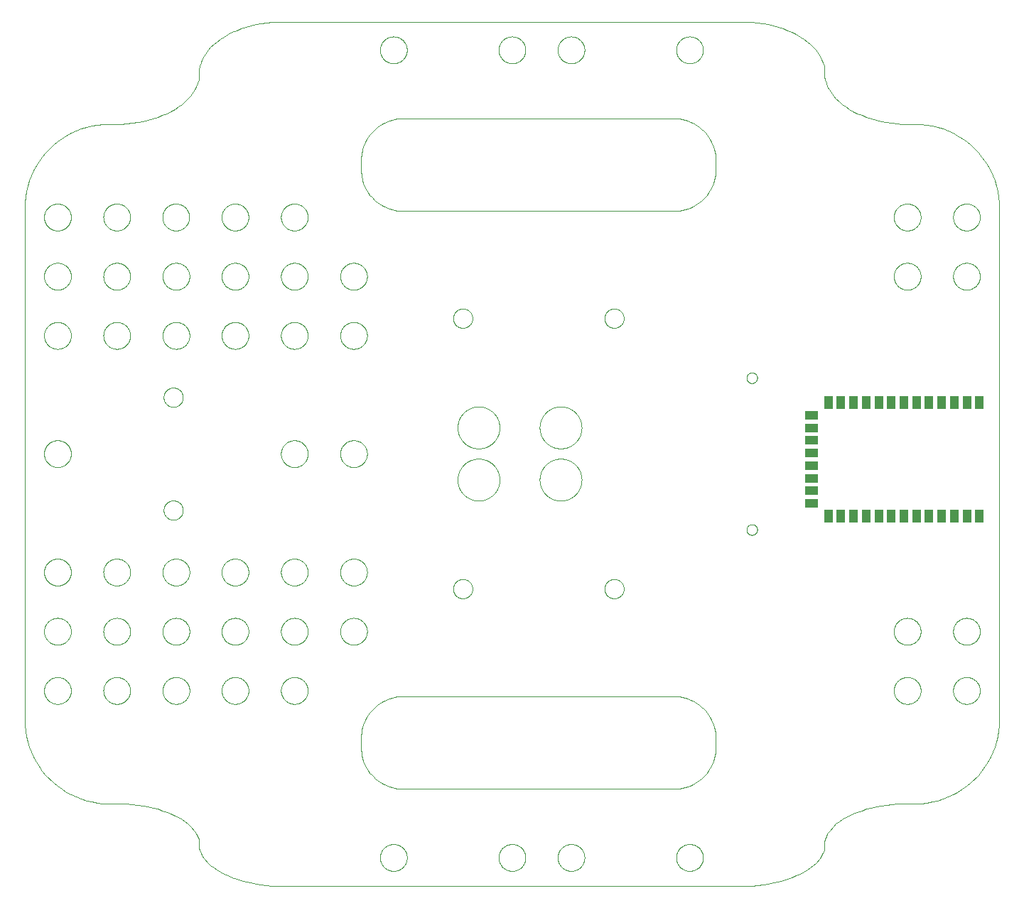
<source format=gbp>
G75*
%MOIN*%
%OFA0B0*%
%FSLAX25Y25*%
%IPPOS*%
%LPD*%
%AMOC8*
5,1,8,0,0,1.08239X$1,22.5*
%
%ADD10C,0.00394*%
%ADD11C,0.00000*%
%ADD12R,0.03937X0.05906*%
%ADD13R,0.05906X0.03937*%
D10*
X0090927Y0100557D02*
X0092345Y0099525D01*
X0093764Y0098493D01*
X0095379Y0097530D01*
X0097163Y0096651D01*
X0098947Y0095772D01*
X0100900Y0094977D01*
X0102995Y0094278D01*
X0105091Y0093579D01*
X0107328Y0092976D01*
X0109681Y0092484D01*
X0112034Y0091991D01*
X0114502Y0091609D01*
X0117059Y0091349D01*
X0119616Y0091089D01*
X0122261Y0090953D01*
X0342231Y0090953D01*
X0344876Y0091089D01*
X0347432Y0091349D01*
X0349989Y0091609D01*
X0352458Y0091991D01*
X0354811Y0092484D01*
X0357163Y0092976D01*
X0359401Y0093579D01*
X0361496Y0094278D01*
X0363592Y0094977D01*
X0365545Y0095772D01*
X0367329Y0096651D01*
X0369113Y0097530D01*
X0370728Y0098493D01*
X0372146Y0099525D01*
X0373565Y0100557D01*
X0374788Y0101660D01*
X0376787Y0103978D01*
X0377564Y0105195D01*
X0378090Y0106454D01*
X0378617Y0107714D01*
X0378894Y0109017D01*
X0378894Y0111685D01*
X0379171Y0112988D01*
X0379697Y0114248D01*
X0380224Y0115507D01*
X0381001Y0116724D01*
X0383000Y0119042D01*
X0384223Y0120145D01*
X0385641Y0121177D01*
X0387060Y0122209D01*
X0388675Y0123172D01*
X0390459Y0124051D01*
X0392243Y0124930D01*
X0394196Y0125725D01*
X0396291Y0126424D01*
X0398387Y0127123D01*
X0400624Y0127726D01*
X0402977Y0128218D01*
X0405330Y0128711D01*
X0407799Y0129093D01*
X0410355Y0129353D01*
X0412912Y0129613D01*
X0415557Y0129749D01*
X0424090Y0129749D01*
X0426735Y0130026D01*
X0429292Y0130552D01*
X0431848Y0131079D01*
X0434317Y0131856D01*
X0436670Y0132855D01*
X0439023Y0133855D01*
X0441260Y0135078D01*
X0443356Y0136496D01*
X0445451Y0137915D01*
X0447404Y0139530D01*
X0450972Y0143098D01*
X0452587Y0145051D01*
X0454005Y0147146D01*
X0455424Y0149242D01*
X0456647Y0151479D01*
X0458646Y0156185D01*
X0459423Y0158654D01*
X0459949Y0161210D01*
X0460476Y0163767D01*
X0460753Y0166412D01*
X0460753Y0411987D01*
X0460476Y0414632D01*
X0459949Y0417189D01*
X0459423Y0419746D01*
X0458646Y0422214D01*
X0456647Y0426920D01*
X0455424Y0429157D01*
X0454005Y0431253D01*
X0452587Y0433348D01*
X0450972Y0435301D01*
X0447404Y0438869D01*
X0445451Y0440484D01*
X0443356Y0441903D01*
X0441260Y0443321D01*
X0439023Y0444544D01*
X0434317Y0446543D01*
X0431848Y0447320D01*
X0429292Y0447847D01*
X0426735Y0448373D01*
X0424090Y0448650D01*
X0415557Y0448650D01*
X0412912Y0448819D01*
X0410355Y0449141D01*
X0407799Y0449463D01*
X0405330Y0449937D01*
X0400624Y0451159D01*
X0398387Y0451906D01*
X0396291Y0452773D01*
X0394196Y0453639D01*
X0392243Y0454626D01*
X0390459Y0455716D01*
X0388675Y0456806D01*
X0387060Y0457999D01*
X0385641Y0459279D01*
X0384223Y0460559D01*
X0383000Y0461927D01*
X0381001Y0464802D01*
X0380224Y0466310D01*
X0379697Y0467872D01*
X0379171Y0469434D01*
X0378894Y0471050D01*
X0378894Y0474357D01*
X0378617Y0475973D01*
X0378090Y0477535D01*
X0377564Y0479097D01*
X0376787Y0480605D01*
X0374788Y0483481D01*
X0373565Y0484848D01*
X0372146Y0486128D01*
X0370728Y0487408D01*
X0369113Y0488601D01*
X0367329Y0489691D01*
X0365545Y0490781D01*
X0363592Y0491768D01*
X0361496Y0492635D01*
X0359401Y0493501D01*
X0357163Y0494248D01*
X0352458Y0495470D01*
X0349989Y0495944D01*
X0347432Y0496266D01*
X0344876Y0496588D01*
X0342231Y0496757D01*
X0122261Y0496757D01*
X0119616Y0496588D01*
X0117059Y0496266D01*
X0114502Y0495944D01*
X0112034Y0495470D01*
X0107328Y0494248D01*
X0105091Y0493501D01*
X0102995Y0492635D01*
X0100900Y0491768D01*
X0098947Y0490781D01*
X0097163Y0489691D01*
X0095379Y0488601D01*
X0093764Y0487408D01*
X0092345Y0486128D01*
X0090927Y0484848D01*
X0089704Y0483481D01*
X0087705Y0480605D01*
X0086928Y0479097D01*
X0086401Y0477535D01*
X0085875Y0475973D01*
X0085598Y0474357D01*
X0085598Y0471050D01*
X0085321Y0469434D01*
X0084794Y0467872D01*
X0084267Y0466310D01*
X0083491Y0464802D01*
X0081492Y0461927D01*
X0080269Y0460559D01*
X0078850Y0459279D01*
X0077432Y0457999D01*
X0075817Y0456806D01*
X0074033Y0455716D01*
X0072249Y0454626D01*
X0070296Y0453639D01*
X0068200Y0452773D01*
X0066105Y0451906D01*
X0063867Y0451159D01*
X0059161Y0449937D01*
X0056693Y0449463D01*
X0054136Y0449141D01*
X0051580Y0448819D01*
X0048934Y0448650D01*
X0040402Y0448650D01*
X0037757Y0448373D01*
X0035200Y0447847D01*
X0032643Y0447320D01*
X0030175Y0446543D01*
X0025469Y0444544D01*
X0023231Y0443321D01*
X0021136Y0441903D01*
X0019041Y0440484D01*
X0017088Y0438869D01*
X0013520Y0435301D01*
X0011905Y0433348D01*
X0010486Y0431253D01*
X0009067Y0429157D01*
X0007845Y0426920D01*
X0005846Y0422214D01*
X0005069Y0419746D01*
X0004542Y0417189D01*
X0004016Y0414632D01*
X0003739Y0411987D01*
X0003739Y0166412D01*
X0004016Y0163767D01*
X0004542Y0161210D01*
X0005069Y0158654D01*
X0005846Y0156185D01*
X0007845Y0151479D01*
X0009067Y0149242D01*
X0010486Y0147146D01*
X0011905Y0145051D01*
X0013520Y0143098D01*
X0017088Y0139530D01*
X0019041Y0137915D01*
X0021136Y0136496D01*
X0023231Y0135078D01*
X0025469Y0133855D01*
X0027822Y0132855D01*
X0030175Y0131856D01*
X0032643Y0131079D01*
X0035200Y0130552D01*
X0037757Y0130026D01*
X0040402Y0129749D01*
X0048934Y0129749D01*
X0051580Y0129613D01*
X0054136Y0129353D01*
X0056693Y0129093D01*
X0059161Y0128711D01*
X0061514Y0128218D01*
X0063867Y0127726D01*
X0066105Y0127123D01*
X0068200Y0126424D01*
X0070296Y0125725D01*
X0072249Y0124930D01*
X0074033Y0124051D01*
X0075817Y0123172D01*
X0077432Y0122209D01*
X0078850Y0121177D01*
X0080269Y0120145D01*
X0081492Y0119042D01*
X0083491Y0116724D01*
X0084267Y0115507D01*
X0084794Y0114248D01*
X0085321Y0112988D01*
X0085598Y0111685D01*
X0085598Y0109017D01*
X0085875Y0107714D01*
X0086401Y0106454D01*
X0086928Y0105195D01*
X0087705Y0103978D01*
X0089704Y0101660D01*
X0090927Y0100557D01*
X0163542Y0147308D02*
X0162542Y0149661D01*
X0162154Y0150895D01*
X0161891Y0152173D01*
X0161627Y0153452D01*
X0161489Y0154774D01*
X0161489Y0161603D01*
X0161627Y0162926D01*
X0161891Y0164204D01*
X0162154Y0165483D01*
X0162542Y0166717D01*
X0163542Y0169070D01*
X0164153Y0170189D01*
X0164863Y0171236D01*
X0165572Y0172284D01*
X0166379Y0173260D01*
X0168163Y0175044D01*
X0169140Y0175852D01*
X0170188Y0176561D01*
X0171235Y0177271D01*
X0172354Y0177882D01*
X0174707Y0178881D01*
X0175941Y0179270D01*
X0177220Y0179533D01*
X0178498Y0179797D01*
X0179821Y0179935D01*
X0309576Y0179935D01*
X0310898Y0179797D01*
X0313455Y0179270D01*
X0314689Y0178881D01*
X0315866Y0178382D01*
X0317042Y0177882D01*
X0318161Y0177271D01*
X0319209Y0176561D01*
X0320256Y0175852D01*
X0321233Y0175044D01*
X0322125Y0174152D01*
X0323017Y0173260D01*
X0323824Y0172284D01*
X0325243Y0170189D01*
X0325854Y0169070D01*
X0326854Y0166717D01*
X0327242Y0165483D01*
X0327505Y0164204D01*
X0327769Y0162926D01*
X0327907Y0161603D01*
X0327907Y0154774D01*
X0327769Y0153452D01*
X0327505Y0152173D01*
X0327242Y0150895D01*
X0326854Y0149661D01*
X0325854Y0147308D01*
X0325243Y0146189D01*
X0324534Y0145141D01*
X0323824Y0144093D01*
X0323017Y0143117D01*
X0322125Y0142225D01*
X0321233Y0141333D01*
X0320256Y0140526D01*
X0319209Y0139816D01*
X0318161Y0139107D01*
X0317042Y0138496D01*
X0315866Y0137996D01*
X0314689Y0137496D01*
X0313455Y0137108D01*
X0312177Y0136844D01*
X0310898Y0136581D01*
X0309576Y0136442D01*
X0179821Y0136442D01*
X0178498Y0136581D01*
X0177220Y0136844D01*
X0175941Y0137108D01*
X0174707Y0137496D01*
X0172354Y0138496D01*
X0171235Y0139107D01*
X0169140Y0140526D01*
X0168163Y0141333D01*
X0167271Y0142225D01*
X0166379Y0143117D01*
X0165572Y0144093D01*
X0164863Y0145141D01*
X0164153Y0146189D01*
X0163542Y0147308D01*
X0179821Y0407775D02*
X0178498Y0407914D01*
X0177220Y0408177D01*
X0175941Y0408440D01*
X0174707Y0408829D01*
X0172354Y0409828D01*
X0171235Y0410440D01*
X0169140Y0411858D01*
X0168163Y0412666D01*
X0166379Y0414450D01*
X0165572Y0415426D01*
X0164863Y0416474D01*
X0164153Y0417522D01*
X0163542Y0418640D01*
X0162542Y0420993D01*
X0162154Y0422227D01*
X0161627Y0424784D01*
X0161489Y0426107D01*
X0161489Y0432936D01*
X0161627Y0434258D01*
X0162154Y0436815D01*
X0162542Y0438049D01*
X0163542Y0440402D01*
X0164153Y0441521D01*
X0164863Y0442569D01*
X0165572Y0443617D01*
X0166379Y0444593D01*
X0168163Y0446377D01*
X0169140Y0447184D01*
X0170188Y0447894D01*
X0171235Y0448603D01*
X0172354Y0449215D01*
X0174707Y0450214D01*
X0175941Y0450602D01*
X0177220Y0450866D01*
X0178498Y0451129D01*
X0179821Y0451268D01*
X0309576Y0451268D01*
X0310898Y0451129D01*
X0312177Y0450866D01*
X0313455Y0450602D01*
X0314689Y0450214D01*
X0315866Y0449714D01*
X0317042Y0449215D01*
X0318161Y0448603D01*
X0319209Y0447894D01*
X0320256Y0447184D01*
X0321233Y0446377D01*
X0322125Y0445485D01*
X0323017Y0444593D01*
X0323824Y0443617D01*
X0324534Y0442569D01*
X0325243Y0441521D01*
X0325854Y0440402D01*
X0326854Y0438049D01*
X0327242Y0436815D01*
X0327769Y0434258D01*
X0327907Y0432936D01*
X0327907Y0426107D01*
X0327769Y0424784D01*
X0327242Y0422227D01*
X0326854Y0420993D01*
X0325854Y0418640D01*
X0325243Y0417522D01*
X0324534Y0416474D01*
X0323824Y0415426D01*
X0323017Y0414450D01*
X0322125Y0413558D01*
X0321233Y0412666D01*
X0320256Y0411858D01*
X0319209Y0411149D01*
X0318161Y0410440D01*
X0317042Y0409828D01*
X0315866Y0409328D01*
X0314689Y0408829D01*
X0313455Y0408440D01*
X0312177Y0408177D01*
X0310898Y0407914D01*
X0309576Y0407775D01*
X0179821Y0407775D01*
D11*
X0151701Y0377175D02*
X0151703Y0377333D01*
X0151709Y0377491D01*
X0151719Y0377649D01*
X0151733Y0377807D01*
X0151751Y0377964D01*
X0151772Y0378121D01*
X0151798Y0378277D01*
X0151828Y0378433D01*
X0151861Y0378588D01*
X0151899Y0378741D01*
X0151940Y0378894D01*
X0151985Y0379046D01*
X0152034Y0379197D01*
X0152087Y0379346D01*
X0152143Y0379494D01*
X0152203Y0379640D01*
X0152267Y0379785D01*
X0152335Y0379928D01*
X0152406Y0380070D01*
X0152480Y0380210D01*
X0152558Y0380347D01*
X0152640Y0380483D01*
X0152724Y0380617D01*
X0152813Y0380748D01*
X0152904Y0380877D01*
X0152999Y0381004D01*
X0153096Y0381129D01*
X0153197Y0381251D01*
X0153301Y0381370D01*
X0153408Y0381487D01*
X0153518Y0381601D01*
X0153631Y0381712D01*
X0153746Y0381821D01*
X0153864Y0381926D01*
X0153985Y0382028D01*
X0154108Y0382128D01*
X0154234Y0382224D01*
X0154362Y0382317D01*
X0154492Y0382407D01*
X0154625Y0382493D01*
X0154760Y0382577D01*
X0154896Y0382656D01*
X0155035Y0382733D01*
X0155176Y0382805D01*
X0155318Y0382875D01*
X0155462Y0382940D01*
X0155608Y0383002D01*
X0155755Y0383060D01*
X0155904Y0383115D01*
X0156054Y0383166D01*
X0156205Y0383213D01*
X0156357Y0383256D01*
X0156510Y0383295D01*
X0156665Y0383331D01*
X0156820Y0383362D01*
X0156976Y0383390D01*
X0157132Y0383414D01*
X0157289Y0383434D01*
X0157447Y0383450D01*
X0157604Y0383462D01*
X0157763Y0383470D01*
X0157921Y0383474D01*
X0158079Y0383474D01*
X0158237Y0383470D01*
X0158396Y0383462D01*
X0158553Y0383450D01*
X0158711Y0383434D01*
X0158868Y0383414D01*
X0159024Y0383390D01*
X0159180Y0383362D01*
X0159335Y0383331D01*
X0159490Y0383295D01*
X0159643Y0383256D01*
X0159795Y0383213D01*
X0159946Y0383166D01*
X0160096Y0383115D01*
X0160245Y0383060D01*
X0160392Y0383002D01*
X0160538Y0382940D01*
X0160682Y0382875D01*
X0160824Y0382805D01*
X0160965Y0382733D01*
X0161104Y0382656D01*
X0161240Y0382577D01*
X0161375Y0382493D01*
X0161508Y0382407D01*
X0161638Y0382317D01*
X0161766Y0382224D01*
X0161892Y0382128D01*
X0162015Y0382028D01*
X0162136Y0381926D01*
X0162254Y0381821D01*
X0162369Y0381712D01*
X0162482Y0381601D01*
X0162592Y0381487D01*
X0162699Y0381370D01*
X0162803Y0381251D01*
X0162904Y0381129D01*
X0163001Y0381004D01*
X0163096Y0380877D01*
X0163187Y0380748D01*
X0163276Y0380617D01*
X0163360Y0380483D01*
X0163442Y0380347D01*
X0163520Y0380210D01*
X0163594Y0380070D01*
X0163665Y0379928D01*
X0163733Y0379785D01*
X0163797Y0379640D01*
X0163857Y0379494D01*
X0163913Y0379346D01*
X0163966Y0379197D01*
X0164015Y0379046D01*
X0164060Y0378894D01*
X0164101Y0378741D01*
X0164139Y0378588D01*
X0164172Y0378433D01*
X0164202Y0378277D01*
X0164228Y0378121D01*
X0164249Y0377964D01*
X0164267Y0377807D01*
X0164281Y0377649D01*
X0164291Y0377491D01*
X0164297Y0377333D01*
X0164299Y0377175D01*
X0164297Y0377017D01*
X0164291Y0376859D01*
X0164281Y0376701D01*
X0164267Y0376543D01*
X0164249Y0376386D01*
X0164228Y0376229D01*
X0164202Y0376073D01*
X0164172Y0375917D01*
X0164139Y0375762D01*
X0164101Y0375609D01*
X0164060Y0375456D01*
X0164015Y0375304D01*
X0163966Y0375153D01*
X0163913Y0375004D01*
X0163857Y0374856D01*
X0163797Y0374710D01*
X0163733Y0374565D01*
X0163665Y0374422D01*
X0163594Y0374280D01*
X0163520Y0374140D01*
X0163442Y0374003D01*
X0163360Y0373867D01*
X0163276Y0373733D01*
X0163187Y0373602D01*
X0163096Y0373473D01*
X0163001Y0373346D01*
X0162904Y0373221D01*
X0162803Y0373099D01*
X0162699Y0372980D01*
X0162592Y0372863D01*
X0162482Y0372749D01*
X0162369Y0372638D01*
X0162254Y0372529D01*
X0162136Y0372424D01*
X0162015Y0372322D01*
X0161892Y0372222D01*
X0161766Y0372126D01*
X0161638Y0372033D01*
X0161508Y0371943D01*
X0161375Y0371857D01*
X0161240Y0371773D01*
X0161104Y0371694D01*
X0160965Y0371617D01*
X0160824Y0371545D01*
X0160682Y0371475D01*
X0160538Y0371410D01*
X0160392Y0371348D01*
X0160245Y0371290D01*
X0160096Y0371235D01*
X0159946Y0371184D01*
X0159795Y0371137D01*
X0159643Y0371094D01*
X0159490Y0371055D01*
X0159335Y0371019D01*
X0159180Y0370988D01*
X0159024Y0370960D01*
X0158868Y0370936D01*
X0158711Y0370916D01*
X0158553Y0370900D01*
X0158396Y0370888D01*
X0158237Y0370880D01*
X0158079Y0370876D01*
X0157921Y0370876D01*
X0157763Y0370880D01*
X0157604Y0370888D01*
X0157447Y0370900D01*
X0157289Y0370916D01*
X0157132Y0370936D01*
X0156976Y0370960D01*
X0156820Y0370988D01*
X0156665Y0371019D01*
X0156510Y0371055D01*
X0156357Y0371094D01*
X0156205Y0371137D01*
X0156054Y0371184D01*
X0155904Y0371235D01*
X0155755Y0371290D01*
X0155608Y0371348D01*
X0155462Y0371410D01*
X0155318Y0371475D01*
X0155176Y0371545D01*
X0155035Y0371617D01*
X0154896Y0371694D01*
X0154760Y0371773D01*
X0154625Y0371857D01*
X0154492Y0371943D01*
X0154362Y0372033D01*
X0154234Y0372126D01*
X0154108Y0372222D01*
X0153985Y0372322D01*
X0153864Y0372424D01*
X0153746Y0372529D01*
X0153631Y0372638D01*
X0153518Y0372749D01*
X0153408Y0372863D01*
X0153301Y0372980D01*
X0153197Y0373099D01*
X0153096Y0373221D01*
X0152999Y0373346D01*
X0152904Y0373473D01*
X0152813Y0373602D01*
X0152724Y0373733D01*
X0152640Y0373867D01*
X0152558Y0374003D01*
X0152480Y0374140D01*
X0152406Y0374280D01*
X0152335Y0374422D01*
X0152267Y0374565D01*
X0152203Y0374710D01*
X0152143Y0374856D01*
X0152087Y0375004D01*
X0152034Y0375153D01*
X0151985Y0375304D01*
X0151940Y0375456D01*
X0151899Y0375609D01*
X0151861Y0375762D01*
X0151828Y0375917D01*
X0151798Y0376073D01*
X0151772Y0376229D01*
X0151751Y0376386D01*
X0151733Y0376543D01*
X0151719Y0376701D01*
X0151709Y0376859D01*
X0151703Y0377017D01*
X0151701Y0377175D01*
X0123901Y0377175D02*
X0123903Y0377333D01*
X0123909Y0377491D01*
X0123919Y0377649D01*
X0123933Y0377807D01*
X0123951Y0377964D01*
X0123972Y0378121D01*
X0123998Y0378277D01*
X0124028Y0378433D01*
X0124061Y0378588D01*
X0124099Y0378741D01*
X0124140Y0378894D01*
X0124185Y0379046D01*
X0124234Y0379197D01*
X0124287Y0379346D01*
X0124343Y0379494D01*
X0124403Y0379640D01*
X0124467Y0379785D01*
X0124535Y0379928D01*
X0124606Y0380070D01*
X0124680Y0380210D01*
X0124758Y0380347D01*
X0124840Y0380483D01*
X0124924Y0380617D01*
X0125013Y0380748D01*
X0125104Y0380877D01*
X0125199Y0381004D01*
X0125296Y0381129D01*
X0125397Y0381251D01*
X0125501Y0381370D01*
X0125608Y0381487D01*
X0125718Y0381601D01*
X0125831Y0381712D01*
X0125946Y0381821D01*
X0126064Y0381926D01*
X0126185Y0382028D01*
X0126308Y0382128D01*
X0126434Y0382224D01*
X0126562Y0382317D01*
X0126692Y0382407D01*
X0126825Y0382493D01*
X0126960Y0382577D01*
X0127096Y0382656D01*
X0127235Y0382733D01*
X0127376Y0382805D01*
X0127518Y0382875D01*
X0127662Y0382940D01*
X0127808Y0383002D01*
X0127955Y0383060D01*
X0128104Y0383115D01*
X0128254Y0383166D01*
X0128405Y0383213D01*
X0128557Y0383256D01*
X0128710Y0383295D01*
X0128865Y0383331D01*
X0129020Y0383362D01*
X0129176Y0383390D01*
X0129332Y0383414D01*
X0129489Y0383434D01*
X0129647Y0383450D01*
X0129804Y0383462D01*
X0129963Y0383470D01*
X0130121Y0383474D01*
X0130279Y0383474D01*
X0130437Y0383470D01*
X0130596Y0383462D01*
X0130753Y0383450D01*
X0130911Y0383434D01*
X0131068Y0383414D01*
X0131224Y0383390D01*
X0131380Y0383362D01*
X0131535Y0383331D01*
X0131690Y0383295D01*
X0131843Y0383256D01*
X0131995Y0383213D01*
X0132146Y0383166D01*
X0132296Y0383115D01*
X0132445Y0383060D01*
X0132592Y0383002D01*
X0132738Y0382940D01*
X0132882Y0382875D01*
X0133024Y0382805D01*
X0133165Y0382733D01*
X0133304Y0382656D01*
X0133440Y0382577D01*
X0133575Y0382493D01*
X0133708Y0382407D01*
X0133838Y0382317D01*
X0133966Y0382224D01*
X0134092Y0382128D01*
X0134215Y0382028D01*
X0134336Y0381926D01*
X0134454Y0381821D01*
X0134569Y0381712D01*
X0134682Y0381601D01*
X0134792Y0381487D01*
X0134899Y0381370D01*
X0135003Y0381251D01*
X0135104Y0381129D01*
X0135201Y0381004D01*
X0135296Y0380877D01*
X0135387Y0380748D01*
X0135476Y0380617D01*
X0135560Y0380483D01*
X0135642Y0380347D01*
X0135720Y0380210D01*
X0135794Y0380070D01*
X0135865Y0379928D01*
X0135933Y0379785D01*
X0135997Y0379640D01*
X0136057Y0379494D01*
X0136113Y0379346D01*
X0136166Y0379197D01*
X0136215Y0379046D01*
X0136260Y0378894D01*
X0136301Y0378741D01*
X0136339Y0378588D01*
X0136372Y0378433D01*
X0136402Y0378277D01*
X0136428Y0378121D01*
X0136449Y0377964D01*
X0136467Y0377807D01*
X0136481Y0377649D01*
X0136491Y0377491D01*
X0136497Y0377333D01*
X0136499Y0377175D01*
X0136497Y0377017D01*
X0136491Y0376859D01*
X0136481Y0376701D01*
X0136467Y0376543D01*
X0136449Y0376386D01*
X0136428Y0376229D01*
X0136402Y0376073D01*
X0136372Y0375917D01*
X0136339Y0375762D01*
X0136301Y0375609D01*
X0136260Y0375456D01*
X0136215Y0375304D01*
X0136166Y0375153D01*
X0136113Y0375004D01*
X0136057Y0374856D01*
X0135997Y0374710D01*
X0135933Y0374565D01*
X0135865Y0374422D01*
X0135794Y0374280D01*
X0135720Y0374140D01*
X0135642Y0374003D01*
X0135560Y0373867D01*
X0135476Y0373733D01*
X0135387Y0373602D01*
X0135296Y0373473D01*
X0135201Y0373346D01*
X0135104Y0373221D01*
X0135003Y0373099D01*
X0134899Y0372980D01*
X0134792Y0372863D01*
X0134682Y0372749D01*
X0134569Y0372638D01*
X0134454Y0372529D01*
X0134336Y0372424D01*
X0134215Y0372322D01*
X0134092Y0372222D01*
X0133966Y0372126D01*
X0133838Y0372033D01*
X0133708Y0371943D01*
X0133575Y0371857D01*
X0133440Y0371773D01*
X0133304Y0371694D01*
X0133165Y0371617D01*
X0133024Y0371545D01*
X0132882Y0371475D01*
X0132738Y0371410D01*
X0132592Y0371348D01*
X0132445Y0371290D01*
X0132296Y0371235D01*
X0132146Y0371184D01*
X0131995Y0371137D01*
X0131843Y0371094D01*
X0131690Y0371055D01*
X0131535Y0371019D01*
X0131380Y0370988D01*
X0131224Y0370960D01*
X0131068Y0370936D01*
X0130911Y0370916D01*
X0130753Y0370900D01*
X0130596Y0370888D01*
X0130437Y0370880D01*
X0130279Y0370876D01*
X0130121Y0370876D01*
X0129963Y0370880D01*
X0129804Y0370888D01*
X0129647Y0370900D01*
X0129489Y0370916D01*
X0129332Y0370936D01*
X0129176Y0370960D01*
X0129020Y0370988D01*
X0128865Y0371019D01*
X0128710Y0371055D01*
X0128557Y0371094D01*
X0128405Y0371137D01*
X0128254Y0371184D01*
X0128104Y0371235D01*
X0127955Y0371290D01*
X0127808Y0371348D01*
X0127662Y0371410D01*
X0127518Y0371475D01*
X0127376Y0371545D01*
X0127235Y0371617D01*
X0127096Y0371694D01*
X0126960Y0371773D01*
X0126825Y0371857D01*
X0126692Y0371943D01*
X0126562Y0372033D01*
X0126434Y0372126D01*
X0126308Y0372222D01*
X0126185Y0372322D01*
X0126064Y0372424D01*
X0125946Y0372529D01*
X0125831Y0372638D01*
X0125718Y0372749D01*
X0125608Y0372863D01*
X0125501Y0372980D01*
X0125397Y0373099D01*
X0125296Y0373221D01*
X0125199Y0373346D01*
X0125104Y0373473D01*
X0125013Y0373602D01*
X0124924Y0373733D01*
X0124840Y0373867D01*
X0124758Y0374003D01*
X0124680Y0374140D01*
X0124606Y0374280D01*
X0124535Y0374422D01*
X0124467Y0374565D01*
X0124403Y0374710D01*
X0124343Y0374856D01*
X0124287Y0375004D01*
X0124234Y0375153D01*
X0124185Y0375304D01*
X0124140Y0375456D01*
X0124099Y0375609D01*
X0124061Y0375762D01*
X0124028Y0375917D01*
X0123998Y0376073D01*
X0123972Y0376229D01*
X0123951Y0376386D01*
X0123933Y0376543D01*
X0123919Y0376701D01*
X0123909Y0376859D01*
X0123903Y0377017D01*
X0123901Y0377175D01*
X0096101Y0377175D02*
X0096103Y0377333D01*
X0096109Y0377491D01*
X0096119Y0377649D01*
X0096133Y0377807D01*
X0096151Y0377964D01*
X0096172Y0378121D01*
X0096198Y0378277D01*
X0096228Y0378433D01*
X0096261Y0378588D01*
X0096299Y0378741D01*
X0096340Y0378894D01*
X0096385Y0379046D01*
X0096434Y0379197D01*
X0096487Y0379346D01*
X0096543Y0379494D01*
X0096603Y0379640D01*
X0096667Y0379785D01*
X0096735Y0379928D01*
X0096806Y0380070D01*
X0096880Y0380210D01*
X0096958Y0380347D01*
X0097040Y0380483D01*
X0097124Y0380617D01*
X0097213Y0380748D01*
X0097304Y0380877D01*
X0097399Y0381004D01*
X0097496Y0381129D01*
X0097597Y0381251D01*
X0097701Y0381370D01*
X0097808Y0381487D01*
X0097918Y0381601D01*
X0098031Y0381712D01*
X0098146Y0381821D01*
X0098264Y0381926D01*
X0098385Y0382028D01*
X0098508Y0382128D01*
X0098634Y0382224D01*
X0098762Y0382317D01*
X0098892Y0382407D01*
X0099025Y0382493D01*
X0099160Y0382577D01*
X0099296Y0382656D01*
X0099435Y0382733D01*
X0099576Y0382805D01*
X0099718Y0382875D01*
X0099862Y0382940D01*
X0100008Y0383002D01*
X0100155Y0383060D01*
X0100304Y0383115D01*
X0100454Y0383166D01*
X0100605Y0383213D01*
X0100757Y0383256D01*
X0100910Y0383295D01*
X0101065Y0383331D01*
X0101220Y0383362D01*
X0101376Y0383390D01*
X0101532Y0383414D01*
X0101689Y0383434D01*
X0101847Y0383450D01*
X0102004Y0383462D01*
X0102163Y0383470D01*
X0102321Y0383474D01*
X0102479Y0383474D01*
X0102637Y0383470D01*
X0102796Y0383462D01*
X0102953Y0383450D01*
X0103111Y0383434D01*
X0103268Y0383414D01*
X0103424Y0383390D01*
X0103580Y0383362D01*
X0103735Y0383331D01*
X0103890Y0383295D01*
X0104043Y0383256D01*
X0104195Y0383213D01*
X0104346Y0383166D01*
X0104496Y0383115D01*
X0104645Y0383060D01*
X0104792Y0383002D01*
X0104938Y0382940D01*
X0105082Y0382875D01*
X0105224Y0382805D01*
X0105365Y0382733D01*
X0105504Y0382656D01*
X0105640Y0382577D01*
X0105775Y0382493D01*
X0105908Y0382407D01*
X0106038Y0382317D01*
X0106166Y0382224D01*
X0106292Y0382128D01*
X0106415Y0382028D01*
X0106536Y0381926D01*
X0106654Y0381821D01*
X0106769Y0381712D01*
X0106882Y0381601D01*
X0106992Y0381487D01*
X0107099Y0381370D01*
X0107203Y0381251D01*
X0107304Y0381129D01*
X0107401Y0381004D01*
X0107496Y0380877D01*
X0107587Y0380748D01*
X0107676Y0380617D01*
X0107760Y0380483D01*
X0107842Y0380347D01*
X0107920Y0380210D01*
X0107994Y0380070D01*
X0108065Y0379928D01*
X0108133Y0379785D01*
X0108197Y0379640D01*
X0108257Y0379494D01*
X0108313Y0379346D01*
X0108366Y0379197D01*
X0108415Y0379046D01*
X0108460Y0378894D01*
X0108501Y0378741D01*
X0108539Y0378588D01*
X0108572Y0378433D01*
X0108602Y0378277D01*
X0108628Y0378121D01*
X0108649Y0377964D01*
X0108667Y0377807D01*
X0108681Y0377649D01*
X0108691Y0377491D01*
X0108697Y0377333D01*
X0108699Y0377175D01*
X0108697Y0377017D01*
X0108691Y0376859D01*
X0108681Y0376701D01*
X0108667Y0376543D01*
X0108649Y0376386D01*
X0108628Y0376229D01*
X0108602Y0376073D01*
X0108572Y0375917D01*
X0108539Y0375762D01*
X0108501Y0375609D01*
X0108460Y0375456D01*
X0108415Y0375304D01*
X0108366Y0375153D01*
X0108313Y0375004D01*
X0108257Y0374856D01*
X0108197Y0374710D01*
X0108133Y0374565D01*
X0108065Y0374422D01*
X0107994Y0374280D01*
X0107920Y0374140D01*
X0107842Y0374003D01*
X0107760Y0373867D01*
X0107676Y0373733D01*
X0107587Y0373602D01*
X0107496Y0373473D01*
X0107401Y0373346D01*
X0107304Y0373221D01*
X0107203Y0373099D01*
X0107099Y0372980D01*
X0106992Y0372863D01*
X0106882Y0372749D01*
X0106769Y0372638D01*
X0106654Y0372529D01*
X0106536Y0372424D01*
X0106415Y0372322D01*
X0106292Y0372222D01*
X0106166Y0372126D01*
X0106038Y0372033D01*
X0105908Y0371943D01*
X0105775Y0371857D01*
X0105640Y0371773D01*
X0105504Y0371694D01*
X0105365Y0371617D01*
X0105224Y0371545D01*
X0105082Y0371475D01*
X0104938Y0371410D01*
X0104792Y0371348D01*
X0104645Y0371290D01*
X0104496Y0371235D01*
X0104346Y0371184D01*
X0104195Y0371137D01*
X0104043Y0371094D01*
X0103890Y0371055D01*
X0103735Y0371019D01*
X0103580Y0370988D01*
X0103424Y0370960D01*
X0103268Y0370936D01*
X0103111Y0370916D01*
X0102953Y0370900D01*
X0102796Y0370888D01*
X0102637Y0370880D01*
X0102479Y0370876D01*
X0102321Y0370876D01*
X0102163Y0370880D01*
X0102004Y0370888D01*
X0101847Y0370900D01*
X0101689Y0370916D01*
X0101532Y0370936D01*
X0101376Y0370960D01*
X0101220Y0370988D01*
X0101065Y0371019D01*
X0100910Y0371055D01*
X0100757Y0371094D01*
X0100605Y0371137D01*
X0100454Y0371184D01*
X0100304Y0371235D01*
X0100155Y0371290D01*
X0100008Y0371348D01*
X0099862Y0371410D01*
X0099718Y0371475D01*
X0099576Y0371545D01*
X0099435Y0371617D01*
X0099296Y0371694D01*
X0099160Y0371773D01*
X0099025Y0371857D01*
X0098892Y0371943D01*
X0098762Y0372033D01*
X0098634Y0372126D01*
X0098508Y0372222D01*
X0098385Y0372322D01*
X0098264Y0372424D01*
X0098146Y0372529D01*
X0098031Y0372638D01*
X0097918Y0372749D01*
X0097808Y0372863D01*
X0097701Y0372980D01*
X0097597Y0373099D01*
X0097496Y0373221D01*
X0097399Y0373346D01*
X0097304Y0373473D01*
X0097213Y0373602D01*
X0097124Y0373733D01*
X0097040Y0373867D01*
X0096958Y0374003D01*
X0096880Y0374140D01*
X0096806Y0374280D01*
X0096735Y0374422D01*
X0096667Y0374565D01*
X0096603Y0374710D01*
X0096543Y0374856D01*
X0096487Y0375004D01*
X0096434Y0375153D01*
X0096385Y0375304D01*
X0096340Y0375456D01*
X0096299Y0375609D01*
X0096261Y0375762D01*
X0096228Y0375917D01*
X0096198Y0376073D01*
X0096172Y0376229D01*
X0096151Y0376386D01*
X0096133Y0376543D01*
X0096119Y0376701D01*
X0096109Y0376859D01*
X0096103Y0377017D01*
X0096101Y0377175D01*
X0068401Y0377175D02*
X0068403Y0377333D01*
X0068409Y0377491D01*
X0068419Y0377649D01*
X0068433Y0377807D01*
X0068451Y0377964D01*
X0068472Y0378121D01*
X0068498Y0378277D01*
X0068528Y0378433D01*
X0068561Y0378588D01*
X0068599Y0378741D01*
X0068640Y0378894D01*
X0068685Y0379046D01*
X0068734Y0379197D01*
X0068787Y0379346D01*
X0068843Y0379494D01*
X0068903Y0379640D01*
X0068967Y0379785D01*
X0069035Y0379928D01*
X0069106Y0380070D01*
X0069180Y0380210D01*
X0069258Y0380347D01*
X0069340Y0380483D01*
X0069424Y0380617D01*
X0069513Y0380748D01*
X0069604Y0380877D01*
X0069699Y0381004D01*
X0069796Y0381129D01*
X0069897Y0381251D01*
X0070001Y0381370D01*
X0070108Y0381487D01*
X0070218Y0381601D01*
X0070331Y0381712D01*
X0070446Y0381821D01*
X0070564Y0381926D01*
X0070685Y0382028D01*
X0070808Y0382128D01*
X0070934Y0382224D01*
X0071062Y0382317D01*
X0071192Y0382407D01*
X0071325Y0382493D01*
X0071460Y0382577D01*
X0071596Y0382656D01*
X0071735Y0382733D01*
X0071876Y0382805D01*
X0072018Y0382875D01*
X0072162Y0382940D01*
X0072308Y0383002D01*
X0072455Y0383060D01*
X0072604Y0383115D01*
X0072754Y0383166D01*
X0072905Y0383213D01*
X0073057Y0383256D01*
X0073210Y0383295D01*
X0073365Y0383331D01*
X0073520Y0383362D01*
X0073676Y0383390D01*
X0073832Y0383414D01*
X0073989Y0383434D01*
X0074147Y0383450D01*
X0074304Y0383462D01*
X0074463Y0383470D01*
X0074621Y0383474D01*
X0074779Y0383474D01*
X0074937Y0383470D01*
X0075096Y0383462D01*
X0075253Y0383450D01*
X0075411Y0383434D01*
X0075568Y0383414D01*
X0075724Y0383390D01*
X0075880Y0383362D01*
X0076035Y0383331D01*
X0076190Y0383295D01*
X0076343Y0383256D01*
X0076495Y0383213D01*
X0076646Y0383166D01*
X0076796Y0383115D01*
X0076945Y0383060D01*
X0077092Y0383002D01*
X0077238Y0382940D01*
X0077382Y0382875D01*
X0077524Y0382805D01*
X0077665Y0382733D01*
X0077804Y0382656D01*
X0077940Y0382577D01*
X0078075Y0382493D01*
X0078208Y0382407D01*
X0078338Y0382317D01*
X0078466Y0382224D01*
X0078592Y0382128D01*
X0078715Y0382028D01*
X0078836Y0381926D01*
X0078954Y0381821D01*
X0079069Y0381712D01*
X0079182Y0381601D01*
X0079292Y0381487D01*
X0079399Y0381370D01*
X0079503Y0381251D01*
X0079604Y0381129D01*
X0079701Y0381004D01*
X0079796Y0380877D01*
X0079887Y0380748D01*
X0079976Y0380617D01*
X0080060Y0380483D01*
X0080142Y0380347D01*
X0080220Y0380210D01*
X0080294Y0380070D01*
X0080365Y0379928D01*
X0080433Y0379785D01*
X0080497Y0379640D01*
X0080557Y0379494D01*
X0080613Y0379346D01*
X0080666Y0379197D01*
X0080715Y0379046D01*
X0080760Y0378894D01*
X0080801Y0378741D01*
X0080839Y0378588D01*
X0080872Y0378433D01*
X0080902Y0378277D01*
X0080928Y0378121D01*
X0080949Y0377964D01*
X0080967Y0377807D01*
X0080981Y0377649D01*
X0080991Y0377491D01*
X0080997Y0377333D01*
X0080999Y0377175D01*
X0080997Y0377017D01*
X0080991Y0376859D01*
X0080981Y0376701D01*
X0080967Y0376543D01*
X0080949Y0376386D01*
X0080928Y0376229D01*
X0080902Y0376073D01*
X0080872Y0375917D01*
X0080839Y0375762D01*
X0080801Y0375609D01*
X0080760Y0375456D01*
X0080715Y0375304D01*
X0080666Y0375153D01*
X0080613Y0375004D01*
X0080557Y0374856D01*
X0080497Y0374710D01*
X0080433Y0374565D01*
X0080365Y0374422D01*
X0080294Y0374280D01*
X0080220Y0374140D01*
X0080142Y0374003D01*
X0080060Y0373867D01*
X0079976Y0373733D01*
X0079887Y0373602D01*
X0079796Y0373473D01*
X0079701Y0373346D01*
X0079604Y0373221D01*
X0079503Y0373099D01*
X0079399Y0372980D01*
X0079292Y0372863D01*
X0079182Y0372749D01*
X0079069Y0372638D01*
X0078954Y0372529D01*
X0078836Y0372424D01*
X0078715Y0372322D01*
X0078592Y0372222D01*
X0078466Y0372126D01*
X0078338Y0372033D01*
X0078208Y0371943D01*
X0078075Y0371857D01*
X0077940Y0371773D01*
X0077804Y0371694D01*
X0077665Y0371617D01*
X0077524Y0371545D01*
X0077382Y0371475D01*
X0077238Y0371410D01*
X0077092Y0371348D01*
X0076945Y0371290D01*
X0076796Y0371235D01*
X0076646Y0371184D01*
X0076495Y0371137D01*
X0076343Y0371094D01*
X0076190Y0371055D01*
X0076035Y0371019D01*
X0075880Y0370988D01*
X0075724Y0370960D01*
X0075568Y0370936D01*
X0075411Y0370916D01*
X0075253Y0370900D01*
X0075096Y0370888D01*
X0074937Y0370880D01*
X0074779Y0370876D01*
X0074621Y0370876D01*
X0074463Y0370880D01*
X0074304Y0370888D01*
X0074147Y0370900D01*
X0073989Y0370916D01*
X0073832Y0370936D01*
X0073676Y0370960D01*
X0073520Y0370988D01*
X0073365Y0371019D01*
X0073210Y0371055D01*
X0073057Y0371094D01*
X0072905Y0371137D01*
X0072754Y0371184D01*
X0072604Y0371235D01*
X0072455Y0371290D01*
X0072308Y0371348D01*
X0072162Y0371410D01*
X0072018Y0371475D01*
X0071876Y0371545D01*
X0071735Y0371617D01*
X0071596Y0371694D01*
X0071460Y0371773D01*
X0071325Y0371857D01*
X0071192Y0371943D01*
X0071062Y0372033D01*
X0070934Y0372126D01*
X0070808Y0372222D01*
X0070685Y0372322D01*
X0070564Y0372424D01*
X0070446Y0372529D01*
X0070331Y0372638D01*
X0070218Y0372749D01*
X0070108Y0372863D01*
X0070001Y0372980D01*
X0069897Y0373099D01*
X0069796Y0373221D01*
X0069699Y0373346D01*
X0069604Y0373473D01*
X0069513Y0373602D01*
X0069424Y0373733D01*
X0069340Y0373867D01*
X0069258Y0374003D01*
X0069180Y0374140D01*
X0069106Y0374280D01*
X0069035Y0374422D01*
X0068967Y0374565D01*
X0068903Y0374710D01*
X0068843Y0374856D01*
X0068787Y0375004D01*
X0068734Y0375153D01*
X0068685Y0375304D01*
X0068640Y0375456D01*
X0068599Y0375609D01*
X0068561Y0375762D01*
X0068528Y0375917D01*
X0068498Y0376073D01*
X0068472Y0376229D01*
X0068451Y0376386D01*
X0068433Y0376543D01*
X0068419Y0376701D01*
X0068409Y0376859D01*
X0068403Y0377017D01*
X0068401Y0377175D01*
X0040601Y0377175D02*
X0040603Y0377333D01*
X0040609Y0377491D01*
X0040619Y0377649D01*
X0040633Y0377807D01*
X0040651Y0377964D01*
X0040672Y0378121D01*
X0040698Y0378277D01*
X0040728Y0378433D01*
X0040761Y0378588D01*
X0040799Y0378741D01*
X0040840Y0378894D01*
X0040885Y0379046D01*
X0040934Y0379197D01*
X0040987Y0379346D01*
X0041043Y0379494D01*
X0041103Y0379640D01*
X0041167Y0379785D01*
X0041235Y0379928D01*
X0041306Y0380070D01*
X0041380Y0380210D01*
X0041458Y0380347D01*
X0041540Y0380483D01*
X0041624Y0380617D01*
X0041713Y0380748D01*
X0041804Y0380877D01*
X0041899Y0381004D01*
X0041996Y0381129D01*
X0042097Y0381251D01*
X0042201Y0381370D01*
X0042308Y0381487D01*
X0042418Y0381601D01*
X0042531Y0381712D01*
X0042646Y0381821D01*
X0042764Y0381926D01*
X0042885Y0382028D01*
X0043008Y0382128D01*
X0043134Y0382224D01*
X0043262Y0382317D01*
X0043392Y0382407D01*
X0043525Y0382493D01*
X0043660Y0382577D01*
X0043796Y0382656D01*
X0043935Y0382733D01*
X0044076Y0382805D01*
X0044218Y0382875D01*
X0044362Y0382940D01*
X0044508Y0383002D01*
X0044655Y0383060D01*
X0044804Y0383115D01*
X0044954Y0383166D01*
X0045105Y0383213D01*
X0045257Y0383256D01*
X0045410Y0383295D01*
X0045565Y0383331D01*
X0045720Y0383362D01*
X0045876Y0383390D01*
X0046032Y0383414D01*
X0046189Y0383434D01*
X0046347Y0383450D01*
X0046504Y0383462D01*
X0046663Y0383470D01*
X0046821Y0383474D01*
X0046979Y0383474D01*
X0047137Y0383470D01*
X0047296Y0383462D01*
X0047453Y0383450D01*
X0047611Y0383434D01*
X0047768Y0383414D01*
X0047924Y0383390D01*
X0048080Y0383362D01*
X0048235Y0383331D01*
X0048390Y0383295D01*
X0048543Y0383256D01*
X0048695Y0383213D01*
X0048846Y0383166D01*
X0048996Y0383115D01*
X0049145Y0383060D01*
X0049292Y0383002D01*
X0049438Y0382940D01*
X0049582Y0382875D01*
X0049724Y0382805D01*
X0049865Y0382733D01*
X0050004Y0382656D01*
X0050140Y0382577D01*
X0050275Y0382493D01*
X0050408Y0382407D01*
X0050538Y0382317D01*
X0050666Y0382224D01*
X0050792Y0382128D01*
X0050915Y0382028D01*
X0051036Y0381926D01*
X0051154Y0381821D01*
X0051269Y0381712D01*
X0051382Y0381601D01*
X0051492Y0381487D01*
X0051599Y0381370D01*
X0051703Y0381251D01*
X0051804Y0381129D01*
X0051901Y0381004D01*
X0051996Y0380877D01*
X0052087Y0380748D01*
X0052176Y0380617D01*
X0052260Y0380483D01*
X0052342Y0380347D01*
X0052420Y0380210D01*
X0052494Y0380070D01*
X0052565Y0379928D01*
X0052633Y0379785D01*
X0052697Y0379640D01*
X0052757Y0379494D01*
X0052813Y0379346D01*
X0052866Y0379197D01*
X0052915Y0379046D01*
X0052960Y0378894D01*
X0053001Y0378741D01*
X0053039Y0378588D01*
X0053072Y0378433D01*
X0053102Y0378277D01*
X0053128Y0378121D01*
X0053149Y0377964D01*
X0053167Y0377807D01*
X0053181Y0377649D01*
X0053191Y0377491D01*
X0053197Y0377333D01*
X0053199Y0377175D01*
X0053197Y0377017D01*
X0053191Y0376859D01*
X0053181Y0376701D01*
X0053167Y0376543D01*
X0053149Y0376386D01*
X0053128Y0376229D01*
X0053102Y0376073D01*
X0053072Y0375917D01*
X0053039Y0375762D01*
X0053001Y0375609D01*
X0052960Y0375456D01*
X0052915Y0375304D01*
X0052866Y0375153D01*
X0052813Y0375004D01*
X0052757Y0374856D01*
X0052697Y0374710D01*
X0052633Y0374565D01*
X0052565Y0374422D01*
X0052494Y0374280D01*
X0052420Y0374140D01*
X0052342Y0374003D01*
X0052260Y0373867D01*
X0052176Y0373733D01*
X0052087Y0373602D01*
X0051996Y0373473D01*
X0051901Y0373346D01*
X0051804Y0373221D01*
X0051703Y0373099D01*
X0051599Y0372980D01*
X0051492Y0372863D01*
X0051382Y0372749D01*
X0051269Y0372638D01*
X0051154Y0372529D01*
X0051036Y0372424D01*
X0050915Y0372322D01*
X0050792Y0372222D01*
X0050666Y0372126D01*
X0050538Y0372033D01*
X0050408Y0371943D01*
X0050275Y0371857D01*
X0050140Y0371773D01*
X0050004Y0371694D01*
X0049865Y0371617D01*
X0049724Y0371545D01*
X0049582Y0371475D01*
X0049438Y0371410D01*
X0049292Y0371348D01*
X0049145Y0371290D01*
X0048996Y0371235D01*
X0048846Y0371184D01*
X0048695Y0371137D01*
X0048543Y0371094D01*
X0048390Y0371055D01*
X0048235Y0371019D01*
X0048080Y0370988D01*
X0047924Y0370960D01*
X0047768Y0370936D01*
X0047611Y0370916D01*
X0047453Y0370900D01*
X0047296Y0370888D01*
X0047137Y0370880D01*
X0046979Y0370876D01*
X0046821Y0370876D01*
X0046663Y0370880D01*
X0046504Y0370888D01*
X0046347Y0370900D01*
X0046189Y0370916D01*
X0046032Y0370936D01*
X0045876Y0370960D01*
X0045720Y0370988D01*
X0045565Y0371019D01*
X0045410Y0371055D01*
X0045257Y0371094D01*
X0045105Y0371137D01*
X0044954Y0371184D01*
X0044804Y0371235D01*
X0044655Y0371290D01*
X0044508Y0371348D01*
X0044362Y0371410D01*
X0044218Y0371475D01*
X0044076Y0371545D01*
X0043935Y0371617D01*
X0043796Y0371694D01*
X0043660Y0371773D01*
X0043525Y0371857D01*
X0043392Y0371943D01*
X0043262Y0372033D01*
X0043134Y0372126D01*
X0043008Y0372222D01*
X0042885Y0372322D01*
X0042764Y0372424D01*
X0042646Y0372529D01*
X0042531Y0372638D01*
X0042418Y0372749D01*
X0042308Y0372863D01*
X0042201Y0372980D01*
X0042097Y0373099D01*
X0041996Y0373221D01*
X0041899Y0373346D01*
X0041804Y0373473D01*
X0041713Y0373602D01*
X0041624Y0373733D01*
X0041540Y0373867D01*
X0041458Y0374003D01*
X0041380Y0374140D01*
X0041306Y0374280D01*
X0041235Y0374422D01*
X0041167Y0374565D01*
X0041103Y0374710D01*
X0041043Y0374856D01*
X0040987Y0375004D01*
X0040934Y0375153D01*
X0040885Y0375304D01*
X0040840Y0375456D01*
X0040799Y0375609D01*
X0040761Y0375762D01*
X0040728Y0375917D01*
X0040698Y0376073D01*
X0040672Y0376229D01*
X0040651Y0376386D01*
X0040633Y0376543D01*
X0040619Y0376701D01*
X0040609Y0376859D01*
X0040603Y0377017D01*
X0040601Y0377175D01*
X0012801Y0377175D02*
X0012803Y0377333D01*
X0012809Y0377491D01*
X0012819Y0377649D01*
X0012833Y0377807D01*
X0012851Y0377964D01*
X0012872Y0378121D01*
X0012898Y0378277D01*
X0012928Y0378433D01*
X0012961Y0378588D01*
X0012999Y0378741D01*
X0013040Y0378894D01*
X0013085Y0379046D01*
X0013134Y0379197D01*
X0013187Y0379346D01*
X0013243Y0379494D01*
X0013303Y0379640D01*
X0013367Y0379785D01*
X0013435Y0379928D01*
X0013506Y0380070D01*
X0013580Y0380210D01*
X0013658Y0380347D01*
X0013740Y0380483D01*
X0013824Y0380617D01*
X0013913Y0380748D01*
X0014004Y0380877D01*
X0014099Y0381004D01*
X0014196Y0381129D01*
X0014297Y0381251D01*
X0014401Y0381370D01*
X0014508Y0381487D01*
X0014618Y0381601D01*
X0014731Y0381712D01*
X0014846Y0381821D01*
X0014964Y0381926D01*
X0015085Y0382028D01*
X0015208Y0382128D01*
X0015334Y0382224D01*
X0015462Y0382317D01*
X0015592Y0382407D01*
X0015725Y0382493D01*
X0015860Y0382577D01*
X0015996Y0382656D01*
X0016135Y0382733D01*
X0016276Y0382805D01*
X0016418Y0382875D01*
X0016562Y0382940D01*
X0016708Y0383002D01*
X0016855Y0383060D01*
X0017004Y0383115D01*
X0017154Y0383166D01*
X0017305Y0383213D01*
X0017457Y0383256D01*
X0017610Y0383295D01*
X0017765Y0383331D01*
X0017920Y0383362D01*
X0018076Y0383390D01*
X0018232Y0383414D01*
X0018389Y0383434D01*
X0018547Y0383450D01*
X0018704Y0383462D01*
X0018863Y0383470D01*
X0019021Y0383474D01*
X0019179Y0383474D01*
X0019337Y0383470D01*
X0019496Y0383462D01*
X0019653Y0383450D01*
X0019811Y0383434D01*
X0019968Y0383414D01*
X0020124Y0383390D01*
X0020280Y0383362D01*
X0020435Y0383331D01*
X0020590Y0383295D01*
X0020743Y0383256D01*
X0020895Y0383213D01*
X0021046Y0383166D01*
X0021196Y0383115D01*
X0021345Y0383060D01*
X0021492Y0383002D01*
X0021638Y0382940D01*
X0021782Y0382875D01*
X0021924Y0382805D01*
X0022065Y0382733D01*
X0022204Y0382656D01*
X0022340Y0382577D01*
X0022475Y0382493D01*
X0022608Y0382407D01*
X0022738Y0382317D01*
X0022866Y0382224D01*
X0022992Y0382128D01*
X0023115Y0382028D01*
X0023236Y0381926D01*
X0023354Y0381821D01*
X0023469Y0381712D01*
X0023582Y0381601D01*
X0023692Y0381487D01*
X0023799Y0381370D01*
X0023903Y0381251D01*
X0024004Y0381129D01*
X0024101Y0381004D01*
X0024196Y0380877D01*
X0024287Y0380748D01*
X0024376Y0380617D01*
X0024460Y0380483D01*
X0024542Y0380347D01*
X0024620Y0380210D01*
X0024694Y0380070D01*
X0024765Y0379928D01*
X0024833Y0379785D01*
X0024897Y0379640D01*
X0024957Y0379494D01*
X0025013Y0379346D01*
X0025066Y0379197D01*
X0025115Y0379046D01*
X0025160Y0378894D01*
X0025201Y0378741D01*
X0025239Y0378588D01*
X0025272Y0378433D01*
X0025302Y0378277D01*
X0025328Y0378121D01*
X0025349Y0377964D01*
X0025367Y0377807D01*
X0025381Y0377649D01*
X0025391Y0377491D01*
X0025397Y0377333D01*
X0025399Y0377175D01*
X0025397Y0377017D01*
X0025391Y0376859D01*
X0025381Y0376701D01*
X0025367Y0376543D01*
X0025349Y0376386D01*
X0025328Y0376229D01*
X0025302Y0376073D01*
X0025272Y0375917D01*
X0025239Y0375762D01*
X0025201Y0375609D01*
X0025160Y0375456D01*
X0025115Y0375304D01*
X0025066Y0375153D01*
X0025013Y0375004D01*
X0024957Y0374856D01*
X0024897Y0374710D01*
X0024833Y0374565D01*
X0024765Y0374422D01*
X0024694Y0374280D01*
X0024620Y0374140D01*
X0024542Y0374003D01*
X0024460Y0373867D01*
X0024376Y0373733D01*
X0024287Y0373602D01*
X0024196Y0373473D01*
X0024101Y0373346D01*
X0024004Y0373221D01*
X0023903Y0373099D01*
X0023799Y0372980D01*
X0023692Y0372863D01*
X0023582Y0372749D01*
X0023469Y0372638D01*
X0023354Y0372529D01*
X0023236Y0372424D01*
X0023115Y0372322D01*
X0022992Y0372222D01*
X0022866Y0372126D01*
X0022738Y0372033D01*
X0022608Y0371943D01*
X0022475Y0371857D01*
X0022340Y0371773D01*
X0022204Y0371694D01*
X0022065Y0371617D01*
X0021924Y0371545D01*
X0021782Y0371475D01*
X0021638Y0371410D01*
X0021492Y0371348D01*
X0021345Y0371290D01*
X0021196Y0371235D01*
X0021046Y0371184D01*
X0020895Y0371137D01*
X0020743Y0371094D01*
X0020590Y0371055D01*
X0020435Y0371019D01*
X0020280Y0370988D01*
X0020124Y0370960D01*
X0019968Y0370936D01*
X0019811Y0370916D01*
X0019653Y0370900D01*
X0019496Y0370888D01*
X0019337Y0370880D01*
X0019179Y0370876D01*
X0019021Y0370876D01*
X0018863Y0370880D01*
X0018704Y0370888D01*
X0018547Y0370900D01*
X0018389Y0370916D01*
X0018232Y0370936D01*
X0018076Y0370960D01*
X0017920Y0370988D01*
X0017765Y0371019D01*
X0017610Y0371055D01*
X0017457Y0371094D01*
X0017305Y0371137D01*
X0017154Y0371184D01*
X0017004Y0371235D01*
X0016855Y0371290D01*
X0016708Y0371348D01*
X0016562Y0371410D01*
X0016418Y0371475D01*
X0016276Y0371545D01*
X0016135Y0371617D01*
X0015996Y0371694D01*
X0015860Y0371773D01*
X0015725Y0371857D01*
X0015592Y0371943D01*
X0015462Y0372033D01*
X0015334Y0372126D01*
X0015208Y0372222D01*
X0015085Y0372322D01*
X0014964Y0372424D01*
X0014846Y0372529D01*
X0014731Y0372638D01*
X0014618Y0372749D01*
X0014508Y0372863D01*
X0014401Y0372980D01*
X0014297Y0373099D01*
X0014196Y0373221D01*
X0014099Y0373346D01*
X0014004Y0373473D01*
X0013913Y0373602D01*
X0013824Y0373733D01*
X0013740Y0373867D01*
X0013658Y0374003D01*
X0013580Y0374140D01*
X0013506Y0374280D01*
X0013435Y0374422D01*
X0013367Y0374565D01*
X0013303Y0374710D01*
X0013243Y0374856D01*
X0013187Y0375004D01*
X0013134Y0375153D01*
X0013085Y0375304D01*
X0013040Y0375456D01*
X0012999Y0375609D01*
X0012961Y0375762D01*
X0012928Y0375917D01*
X0012898Y0376073D01*
X0012872Y0376229D01*
X0012851Y0376386D01*
X0012833Y0376543D01*
X0012819Y0376701D01*
X0012809Y0376859D01*
X0012803Y0377017D01*
X0012801Y0377175D01*
X0012801Y0349375D02*
X0012803Y0349533D01*
X0012809Y0349691D01*
X0012819Y0349849D01*
X0012833Y0350007D01*
X0012851Y0350164D01*
X0012872Y0350321D01*
X0012898Y0350477D01*
X0012928Y0350633D01*
X0012961Y0350788D01*
X0012999Y0350941D01*
X0013040Y0351094D01*
X0013085Y0351246D01*
X0013134Y0351397D01*
X0013187Y0351546D01*
X0013243Y0351694D01*
X0013303Y0351840D01*
X0013367Y0351985D01*
X0013435Y0352128D01*
X0013506Y0352270D01*
X0013580Y0352410D01*
X0013658Y0352547D01*
X0013740Y0352683D01*
X0013824Y0352817D01*
X0013913Y0352948D01*
X0014004Y0353077D01*
X0014099Y0353204D01*
X0014196Y0353329D01*
X0014297Y0353451D01*
X0014401Y0353570D01*
X0014508Y0353687D01*
X0014618Y0353801D01*
X0014731Y0353912D01*
X0014846Y0354021D01*
X0014964Y0354126D01*
X0015085Y0354228D01*
X0015208Y0354328D01*
X0015334Y0354424D01*
X0015462Y0354517D01*
X0015592Y0354607D01*
X0015725Y0354693D01*
X0015860Y0354777D01*
X0015996Y0354856D01*
X0016135Y0354933D01*
X0016276Y0355005D01*
X0016418Y0355075D01*
X0016562Y0355140D01*
X0016708Y0355202D01*
X0016855Y0355260D01*
X0017004Y0355315D01*
X0017154Y0355366D01*
X0017305Y0355413D01*
X0017457Y0355456D01*
X0017610Y0355495D01*
X0017765Y0355531D01*
X0017920Y0355562D01*
X0018076Y0355590D01*
X0018232Y0355614D01*
X0018389Y0355634D01*
X0018547Y0355650D01*
X0018704Y0355662D01*
X0018863Y0355670D01*
X0019021Y0355674D01*
X0019179Y0355674D01*
X0019337Y0355670D01*
X0019496Y0355662D01*
X0019653Y0355650D01*
X0019811Y0355634D01*
X0019968Y0355614D01*
X0020124Y0355590D01*
X0020280Y0355562D01*
X0020435Y0355531D01*
X0020590Y0355495D01*
X0020743Y0355456D01*
X0020895Y0355413D01*
X0021046Y0355366D01*
X0021196Y0355315D01*
X0021345Y0355260D01*
X0021492Y0355202D01*
X0021638Y0355140D01*
X0021782Y0355075D01*
X0021924Y0355005D01*
X0022065Y0354933D01*
X0022204Y0354856D01*
X0022340Y0354777D01*
X0022475Y0354693D01*
X0022608Y0354607D01*
X0022738Y0354517D01*
X0022866Y0354424D01*
X0022992Y0354328D01*
X0023115Y0354228D01*
X0023236Y0354126D01*
X0023354Y0354021D01*
X0023469Y0353912D01*
X0023582Y0353801D01*
X0023692Y0353687D01*
X0023799Y0353570D01*
X0023903Y0353451D01*
X0024004Y0353329D01*
X0024101Y0353204D01*
X0024196Y0353077D01*
X0024287Y0352948D01*
X0024376Y0352817D01*
X0024460Y0352683D01*
X0024542Y0352547D01*
X0024620Y0352410D01*
X0024694Y0352270D01*
X0024765Y0352128D01*
X0024833Y0351985D01*
X0024897Y0351840D01*
X0024957Y0351694D01*
X0025013Y0351546D01*
X0025066Y0351397D01*
X0025115Y0351246D01*
X0025160Y0351094D01*
X0025201Y0350941D01*
X0025239Y0350788D01*
X0025272Y0350633D01*
X0025302Y0350477D01*
X0025328Y0350321D01*
X0025349Y0350164D01*
X0025367Y0350007D01*
X0025381Y0349849D01*
X0025391Y0349691D01*
X0025397Y0349533D01*
X0025399Y0349375D01*
X0025397Y0349217D01*
X0025391Y0349059D01*
X0025381Y0348901D01*
X0025367Y0348743D01*
X0025349Y0348586D01*
X0025328Y0348429D01*
X0025302Y0348273D01*
X0025272Y0348117D01*
X0025239Y0347962D01*
X0025201Y0347809D01*
X0025160Y0347656D01*
X0025115Y0347504D01*
X0025066Y0347353D01*
X0025013Y0347204D01*
X0024957Y0347056D01*
X0024897Y0346910D01*
X0024833Y0346765D01*
X0024765Y0346622D01*
X0024694Y0346480D01*
X0024620Y0346340D01*
X0024542Y0346203D01*
X0024460Y0346067D01*
X0024376Y0345933D01*
X0024287Y0345802D01*
X0024196Y0345673D01*
X0024101Y0345546D01*
X0024004Y0345421D01*
X0023903Y0345299D01*
X0023799Y0345180D01*
X0023692Y0345063D01*
X0023582Y0344949D01*
X0023469Y0344838D01*
X0023354Y0344729D01*
X0023236Y0344624D01*
X0023115Y0344522D01*
X0022992Y0344422D01*
X0022866Y0344326D01*
X0022738Y0344233D01*
X0022608Y0344143D01*
X0022475Y0344057D01*
X0022340Y0343973D01*
X0022204Y0343894D01*
X0022065Y0343817D01*
X0021924Y0343745D01*
X0021782Y0343675D01*
X0021638Y0343610D01*
X0021492Y0343548D01*
X0021345Y0343490D01*
X0021196Y0343435D01*
X0021046Y0343384D01*
X0020895Y0343337D01*
X0020743Y0343294D01*
X0020590Y0343255D01*
X0020435Y0343219D01*
X0020280Y0343188D01*
X0020124Y0343160D01*
X0019968Y0343136D01*
X0019811Y0343116D01*
X0019653Y0343100D01*
X0019496Y0343088D01*
X0019337Y0343080D01*
X0019179Y0343076D01*
X0019021Y0343076D01*
X0018863Y0343080D01*
X0018704Y0343088D01*
X0018547Y0343100D01*
X0018389Y0343116D01*
X0018232Y0343136D01*
X0018076Y0343160D01*
X0017920Y0343188D01*
X0017765Y0343219D01*
X0017610Y0343255D01*
X0017457Y0343294D01*
X0017305Y0343337D01*
X0017154Y0343384D01*
X0017004Y0343435D01*
X0016855Y0343490D01*
X0016708Y0343548D01*
X0016562Y0343610D01*
X0016418Y0343675D01*
X0016276Y0343745D01*
X0016135Y0343817D01*
X0015996Y0343894D01*
X0015860Y0343973D01*
X0015725Y0344057D01*
X0015592Y0344143D01*
X0015462Y0344233D01*
X0015334Y0344326D01*
X0015208Y0344422D01*
X0015085Y0344522D01*
X0014964Y0344624D01*
X0014846Y0344729D01*
X0014731Y0344838D01*
X0014618Y0344949D01*
X0014508Y0345063D01*
X0014401Y0345180D01*
X0014297Y0345299D01*
X0014196Y0345421D01*
X0014099Y0345546D01*
X0014004Y0345673D01*
X0013913Y0345802D01*
X0013824Y0345933D01*
X0013740Y0346067D01*
X0013658Y0346203D01*
X0013580Y0346340D01*
X0013506Y0346480D01*
X0013435Y0346622D01*
X0013367Y0346765D01*
X0013303Y0346910D01*
X0013243Y0347056D01*
X0013187Y0347204D01*
X0013134Y0347353D01*
X0013085Y0347504D01*
X0013040Y0347656D01*
X0012999Y0347809D01*
X0012961Y0347962D01*
X0012928Y0348117D01*
X0012898Y0348273D01*
X0012872Y0348429D01*
X0012851Y0348586D01*
X0012833Y0348743D01*
X0012819Y0348901D01*
X0012809Y0349059D01*
X0012803Y0349217D01*
X0012801Y0349375D01*
X0040601Y0349375D02*
X0040603Y0349533D01*
X0040609Y0349691D01*
X0040619Y0349849D01*
X0040633Y0350007D01*
X0040651Y0350164D01*
X0040672Y0350321D01*
X0040698Y0350477D01*
X0040728Y0350633D01*
X0040761Y0350788D01*
X0040799Y0350941D01*
X0040840Y0351094D01*
X0040885Y0351246D01*
X0040934Y0351397D01*
X0040987Y0351546D01*
X0041043Y0351694D01*
X0041103Y0351840D01*
X0041167Y0351985D01*
X0041235Y0352128D01*
X0041306Y0352270D01*
X0041380Y0352410D01*
X0041458Y0352547D01*
X0041540Y0352683D01*
X0041624Y0352817D01*
X0041713Y0352948D01*
X0041804Y0353077D01*
X0041899Y0353204D01*
X0041996Y0353329D01*
X0042097Y0353451D01*
X0042201Y0353570D01*
X0042308Y0353687D01*
X0042418Y0353801D01*
X0042531Y0353912D01*
X0042646Y0354021D01*
X0042764Y0354126D01*
X0042885Y0354228D01*
X0043008Y0354328D01*
X0043134Y0354424D01*
X0043262Y0354517D01*
X0043392Y0354607D01*
X0043525Y0354693D01*
X0043660Y0354777D01*
X0043796Y0354856D01*
X0043935Y0354933D01*
X0044076Y0355005D01*
X0044218Y0355075D01*
X0044362Y0355140D01*
X0044508Y0355202D01*
X0044655Y0355260D01*
X0044804Y0355315D01*
X0044954Y0355366D01*
X0045105Y0355413D01*
X0045257Y0355456D01*
X0045410Y0355495D01*
X0045565Y0355531D01*
X0045720Y0355562D01*
X0045876Y0355590D01*
X0046032Y0355614D01*
X0046189Y0355634D01*
X0046347Y0355650D01*
X0046504Y0355662D01*
X0046663Y0355670D01*
X0046821Y0355674D01*
X0046979Y0355674D01*
X0047137Y0355670D01*
X0047296Y0355662D01*
X0047453Y0355650D01*
X0047611Y0355634D01*
X0047768Y0355614D01*
X0047924Y0355590D01*
X0048080Y0355562D01*
X0048235Y0355531D01*
X0048390Y0355495D01*
X0048543Y0355456D01*
X0048695Y0355413D01*
X0048846Y0355366D01*
X0048996Y0355315D01*
X0049145Y0355260D01*
X0049292Y0355202D01*
X0049438Y0355140D01*
X0049582Y0355075D01*
X0049724Y0355005D01*
X0049865Y0354933D01*
X0050004Y0354856D01*
X0050140Y0354777D01*
X0050275Y0354693D01*
X0050408Y0354607D01*
X0050538Y0354517D01*
X0050666Y0354424D01*
X0050792Y0354328D01*
X0050915Y0354228D01*
X0051036Y0354126D01*
X0051154Y0354021D01*
X0051269Y0353912D01*
X0051382Y0353801D01*
X0051492Y0353687D01*
X0051599Y0353570D01*
X0051703Y0353451D01*
X0051804Y0353329D01*
X0051901Y0353204D01*
X0051996Y0353077D01*
X0052087Y0352948D01*
X0052176Y0352817D01*
X0052260Y0352683D01*
X0052342Y0352547D01*
X0052420Y0352410D01*
X0052494Y0352270D01*
X0052565Y0352128D01*
X0052633Y0351985D01*
X0052697Y0351840D01*
X0052757Y0351694D01*
X0052813Y0351546D01*
X0052866Y0351397D01*
X0052915Y0351246D01*
X0052960Y0351094D01*
X0053001Y0350941D01*
X0053039Y0350788D01*
X0053072Y0350633D01*
X0053102Y0350477D01*
X0053128Y0350321D01*
X0053149Y0350164D01*
X0053167Y0350007D01*
X0053181Y0349849D01*
X0053191Y0349691D01*
X0053197Y0349533D01*
X0053199Y0349375D01*
X0053197Y0349217D01*
X0053191Y0349059D01*
X0053181Y0348901D01*
X0053167Y0348743D01*
X0053149Y0348586D01*
X0053128Y0348429D01*
X0053102Y0348273D01*
X0053072Y0348117D01*
X0053039Y0347962D01*
X0053001Y0347809D01*
X0052960Y0347656D01*
X0052915Y0347504D01*
X0052866Y0347353D01*
X0052813Y0347204D01*
X0052757Y0347056D01*
X0052697Y0346910D01*
X0052633Y0346765D01*
X0052565Y0346622D01*
X0052494Y0346480D01*
X0052420Y0346340D01*
X0052342Y0346203D01*
X0052260Y0346067D01*
X0052176Y0345933D01*
X0052087Y0345802D01*
X0051996Y0345673D01*
X0051901Y0345546D01*
X0051804Y0345421D01*
X0051703Y0345299D01*
X0051599Y0345180D01*
X0051492Y0345063D01*
X0051382Y0344949D01*
X0051269Y0344838D01*
X0051154Y0344729D01*
X0051036Y0344624D01*
X0050915Y0344522D01*
X0050792Y0344422D01*
X0050666Y0344326D01*
X0050538Y0344233D01*
X0050408Y0344143D01*
X0050275Y0344057D01*
X0050140Y0343973D01*
X0050004Y0343894D01*
X0049865Y0343817D01*
X0049724Y0343745D01*
X0049582Y0343675D01*
X0049438Y0343610D01*
X0049292Y0343548D01*
X0049145Y0343490D01*
X0048996Y0343435D01*
X0048846Y0343384D01*
X0048695Y0343337D01*
X0048543Y0343294D01*
X0048390Y0343255D01*
X0048235Y0343219D01*
X0048080Y0343188D01*
X0047924Y0343160D01*
X0047768Y0343136D01*
X0047611Y0343116D01*
X0047453Y0343100D01*
X0047296Y0343088D01*
X0047137Y0343080D01*
X0046979Y0343076D01*
X0046821Y0343076D01*
X0046663Y0343080D01*
X0046504Y0343088D01*
X0046347Y0343100D01*
X0046189Y0343116D01*
X0046032Y0343136D01*
X0045876Y0343160D01*
X0045720Y0343188D01*
X0045565Y0343219D01*
X0045410Y0343255D01*
X0045257Y0343294D01*
X0045105Y0343337D01*
X0044954Y0343384D01*
X0044804Y0343435D01*
X0044655Y0343490D01*
X0044508Y0343548D01*
X0044362Y0343610D01*
X0044218Y0343675D01*
X0044076Y0343745D01*
X0043935Y0343817D01*
X0043796Y0343894D01*
X0043660Y0343973D01*
X0043525Y0344057D01*
X0043392Y0344143D01*
X0043262Y0344233D01*
X0043134Y0344326D01*
X0043008Y0344422D01*
X0042885Y0344522D01*
X0042764Y0344624D01*
X0042646Y0344729D01*
X0042531Y0344838D01*
X0042418Y0344949D01*
X0042308Y0345063D01*
X0042201Y0345180D01*
X0042097Y0345299D01*
X0041996Y0345421D01*
X0041899Y0345546D01*
X0041804Y0345673D01*
X0041713Y0345802D01*
X0041624Y0345933D01*
X0041540Y0346067D01*
X0041458Y0346203D01*
X0041380Y0346340D01*
X0041306Y0346480D01*
X0041235Y0346622D01*
X0041167Y0346765D01*
X0041103Y0346910D01*
X0041043Y0347056D01*
X0040987Y0347204D01*
X0040934Y0347353D01*
X0040885Y0347504D01*
X0040840Y0347656D01*
X0040799Y0347809D01*
X0040761Y0347962D01*
X0040728Y0348117D01*
X0040698Y0348273D01*
X0040672Y0348429D01*
X0040651Y0348586D01*
X0040633Y0348743D01*
X0040619Y0348901D01*
X0040609Y0349059D01*
X0040603Y0349217D01*
X0040601Y0349375D01*
X0068401Y0349375D02*
X0068403Y0349533D01*
X0068409Y0349691D01*
X0068419Y0349849D01*
X0068433Y0350007D01*
X0068451Y0350164D01*
X0068472Y0350321D01*
X0068498Y0350477D01*
X0068528Y0350633D01*
X0068561Y0350788D01*
X0068599Y0350941D01*
X0068640Y0351094D01*
X0068685Y0351246D01*
X0068734Y0351397D01*
X0068787Y0351546D01*
X0068843Y0351694D01*
X0068903Y0351840D01*
X0068967Y0351985D01*
X0069035Y0352128D01*
X0069106Y0352270D01*
X0069180Y0352410D01*
X0069258Y0352547D01*
X0069340Y0352683D01*
X0069424Y0352817D01*
X0069513Y0352948D01*
X0069604Y0353077D01*
X0069699Y0353204D01*
X0069796Y0353329D01*
X0069897Y0353451D01*
X0070001Y0353570D01*
X0070108Y0353687D01*
X0070218Y0353801D01*
X0070331Y0353912D01*
X0070446Y0354021D01*
X0070564Y0354126D01*
X0070685Y0354228D01*
X0070808Y0354328D01*
X0070934Y0354424D01*
X0071062Y0354517D01*
X0071192Y0354607D01*
X0071325Y0354693D01*
X0071460Y0354777D01*
X0071596Y0354856D01*
X0071735Y0354933D01*
X0071876Y0355005D01*
X0072018Y0355075D01*
X0072162Y0355140D01*
X0072308Y0355202D01*
X0072455Y0355260D01*
X0072604Y0355315D01*
X0072754Y0355366D01*
X0072905Y0355413D01*
X0073057Y0355456D01*
X0073210Y0355495D01*
X0073365Y0355531D01*
X0073520Y0355562D01*
X0073676Y0355590D01*
X0073832Y0355614D01*
X0073989Y0355634D01*
X0074147Y0355650D01*
X0074304Y0355662D01*
X0074463Y0355670D01*
X0074621Y0355674D01*
X0074779Y0355674D01*
X0074937Y0355670D01*
X0075096Y0355662D01*
X0075253Y0355650D01*
X0075411Y0355634D01*
X0075568Y0355614D01*
X0075724Y0355590D01*
X0075880Y0355562D01*
X0076035Y0355531D01*
X0076190Y0355495D01*
X0076343Y0355456D01*
X0076495Y0355413D01*
X0076646Y0355366D01*
X0076796Y0355315D01*
X0076945Y0355260D01*
X0077092Y0355202D01*
X0077238Y0355140D01*
X0077382Y0355075D01*
X0077524Y0355005D01*
X0077665Y0354933D01*
X0077804Y0354856D01*
X0077940Y0354777D01*
X0078075Y0354693D01*
X0078208Y0354607D01*
X0078338Y0354517D01*
X0078466Y0354424D01*
X0078592Y0354328D01*
X0078715Y0354228D01*
X0078836Y0354126D01*
X0078954Y0354021D01*
X0079069Y0353912D01*
X0079182Y0353801D01*
X0079292Y0353687D01*
X0079399Y0353570D01*
X0079503Y0353451D01*
X0079604Y0353329D01*
X0079701Y0353204D01*
X0079796Y0353077D01*
X0079887Y0352948D01*
X0079976Y0352817D01*
X0080060Y0352683D01*
X0080142Y0352547D01*
X0080220Y0352410D01*
X0080294Y0352270D01*
X0080365Y0352128D01*
X0080433Y0351985D01*
X0080497Y0351840D01*
X0080557Y0351694D01*
X0080613Y0351546D01*
X0080666Y0351397D01*
X0080715Y0351246D01*
X0080760Y0351094D01*
X0080801Y0350941D01*
X0080839Y0350788D01*
X0080872Y0350633D01*
X0080902Y0350477D01*
X0080928Y0350321D01*
X0080949Y0350164D01*
X0080967Y0350007D01*
X0080981Y0349849D01*
X0080991Y0349691D01*
X0080997Y0349533D01*
X0080999Y0349375D01*
X0080997Y0349217D01*
X0080991Y0349059D01*
X0080981Y0348901D01*
X0080967Y0348743D01*
X0080949Y0348586D01*
X0080928Y0348429D01*
X0080902Y0348273D01*
X0080872Y0348117D01*
X0080839Y0347962D01*
X0080801Y0347809D01*
X0080760Y0347656D01*
X0080715Y0347504D01*
X0080666Y0347353D01*
X0080613Y0347204D01*
X0080557Y0347056D01*
X0080497Y0346910D01*
X0080433Y0346765D01*
X0080365Y0346622D01*
X0080294Y0346480D01*
X0080220Y0346340D01*
X0080142Y0346203D01*
X0080060Y0346067D01*
X0079976Y0345933D01*
X0079887Y0345802D01*
X0079796Y0345673D01*
X0079701Y0345546D01*
X0079604Y0345421D01*
X0079503Y0345299D01*
X0079399Y0345180D01*
X0079292Y0345063D01*
X0079182Y0344949D01*
X0079069Y0344838D01*
X0078954Y0344729D01*
X0078836Y0344624D01*
X0078715Y0344522D01*
X0078592Y0344422D01*
X0078466Y0344326D01*
X0078338Y0344233D01*
X0078208Y0344143D01*
X0078075Y0344057D01*
X0077940Y0343973D01*
X0077804Y0343894D01*
X0077665Y0343817D01*
X0077524Y0343745D01*
X0077382Y0343675D01*
X0077238Y0343610D01*
X0077092Y0343548D01*
X0076945Y0343490D01*
X0076796Y0343435D01*
X0076646Y0343384D01*
X0076495Y0343337D01*
X0076343Y0343294D01*
X0076190Y0343255D01*
X0076035Y0343219D01*
X0075880Y0343188D01*
X0075724Y0343160D01*
X0075568Y0343136D01*
X0075411Y0343116D01*
X0075253Y0343100D01*
X0075096Y0343088D01*
X0074937Y0343080D01*
X0074779Y0343076D01*
X0074621Y0343076D01*
X0074463Y0343080D01*
X0074304Y0343088D01*
X0074147Y0343100D01*
X0073989Y0343116D01*
X0073832Y0343136D01*
X0073676Y0343160D01*
X0073520Y0343188D01*
X0073365Y0343219D01*
X0073210Y0343255D01*
X0073057Y0343294D01*
X0072905Y0343337D01*
X0072754Y0343384D01*
X0072604Y0343435D01*
X0072455Y0343490D01*
X0072308Y0343548D01*
X0072162Y0343610D01*
X0072018Y0343675D01*
X0071876Y0343745D01*
X0071735Y0343817D01*
X0071596Y0343894D01*
X0071460Y0343973D01*
X0071325Y0344057D01*
X0071192Y0344143D01*
X0071062Y0344233D01*
X0070934Y0344326D01*
X0070808Y0344422D01*
X0070685Y0344522D01*
X0070564Y0344624D01*
X0070446Y0344729D01*
X0070331Y0344838D01*
X0070218Y0344949D01*
X0070108Y0345063D01*
X0070001Y0345180D01*
X0069897Y0345299D01*
X0069796Y0345421D01*
X0069699Y0345546D01*
X0069604Y0345673D01*
X0069513Y0345802D01*
X0069424Y0345933D01*
X0069340Y0346067D01*
X0069258Y0346203D01*
X0069180Y0346340D01*
X0069106Y0346480D01*
X0069035Y0346622D01*
X0068967Y0346765D01*
X0068903Y0346910D01*
X0068843Y0347056D01*
X0068787Y0347204D01*
X0068734Y0347353D01*
X0068685Y0347504D01*
X0068640Y0347656D01*
X0068599Y0347809D01*
X0068561Y0347962D01*
X0068528Y0348117D01*
X0068498Y0348273D01*
X0068472Y0348429D01*
X0068451Y0348586D01*
X0068433Y0348743D01*
X0068419Y0348901D01*
X0068409Y0349059D01*
X0068403Y0349217D01*
X0068401Y0349375D01*
X0068872Y0320375D02*
X0068874Y0320509D01*
X0068880Y0320643D01*
X0068890Y0320777D01*
X0068904Y0320911D01*
X0068922Y0321044D01*
X0068943Y0321176D01*
X0068969Y0321308D01*
X0068999Y0321439D01*
X0069032Y0321569D01*
X0069069Y0321697D01*
X0069111Y0321825D01*
X0069155Y0321952D01*
X0069204Y0322077D01*
X0069256Y0322200D01*
X0069312Y0322322D01*
X0069372Y0322443D01*
X0069435Y0322561D01*
X0069501Y0322678D01*
X0069571Y0322792D01*
X0069644Y0322905D01*
X0069721Y0323015D01*
X0069801Y0323123D01*
X0069884Y0323228D01*
X0069970Y0323331D01*
X0070059Y0323431D01*
X0070151Y0323529D01*
X0070246Y0323624D01*
X0070344Y0323716D01*
X0070444Y0323805D01*
X0070547Y0323891D01*
X0070652Y0323974D01*
X0070760Y0324054D01*
X0070870Y0324131D01*
X0070983Y0324204D01*
X0071097Y0324274D01*
X0071214Y0324340D01*
X0071332Y0324403D01*
X0071453Y0324463D01*
X0071575Y0324519D01*
X0071698Y0324571D01*
X0071823Y0324620D01*
X0071950Y0324664D01*
X0072078Y0324706D01*
X0072206Y0324743D01*
X0072336Y0324776D01*
X0072467Y0324806D01*
X0072599Y0324832D01*
X0072731Y0324853D01*
X0072864Y0324871D01*
X0072998Y0324885D01*
X0073132Y0324895D01*
X0073266Y0324901D01*
X0073400Y0324903D01*
X0073534Y0324901D01*
X0073668Y0324895D01*
X0073802Y0324885D01*
X0073936Y0324871D01*
X0074069Y0324853D01*
X0074201Y0324832D01*
X0074333Y0324806D01*
X0074464Y0324776D01*
X0074594Y0324743D01*
X0074722Y0324706D01*
X0074850Y0324664D01*
X0074977Y0324620D01*
X0075102Y0324571D01*
X0075225Y0324519D01*
X0075347Y0324463D01*
X0075468Y0324403D01*
X0075586Y0324340D01*
X0075703Y0324274D01*
X0075817Y0324204D01*
X0075930Y0324131D01*
X0076040Y0324054D01*
X0076148Y0323974D01*
X0076253Y0323891D01*
X0076356Y0323805D01*
X0076456Y0323716D01*
X0076554Y0323624D01*
X0076649Y0323529D01*
X0076741Y0323431D01*
X0076830Y0323331D01*
X0076916Y0323228D01*
X0076999Y0323123D01*
X0077079Y0323015D01*
X0077156Y0322905D01*
X0077229Y0322792D01*
X0077299Y0322678D01*
X0077365Y0322561D01*
X0077428Y0322443D01*
X0077488Y0322322D01*
X0077544Y0322200D01*
X0077596Y0322077D01*
X0077645Y0321952D01*
X0077689Y0321825D01*
X0077731Y0321697D01*
X0077768Y0321569D01*
X0077801Y0321439D01*
X0077831Y0321308D01*
X0077857Y0321176D01*
X0077878Y0321044D01*
X0077896Y0320911D01*
X0077910Y0320777D01*
X0077920Y0320643D01*
X0077926Y0320509D01*
X0077928Y0320375D01*
X0077926Y0320241D01*
X0077920Y0320107D01*
X0077910Y0319973D01*
X0077896Y0319839D01*
X0077878Y0319706D01*
X0077857Y0319574D01*
X0077831Y0319442D01*
X0077801Y0319311D01*
X0077768Y0319181D01*
X0077731Y0319053D01*
X0077689Y0318925D01*
X0077645Y0318798D01*
X0077596Y0318673D01*
X0077544Y0318550D01*
X0077488Y0318428D01*
X0077428Y0318307D01*
X0077365Y0318189D01*
X0077299Y0318072D01*
X0077229Y0317958D01*
X0077156Y0317845D01*
X0077079Y0317735D01*
X0076999Y0317627D01*
X0076916Y0317522D01*
X0076830Y0317419D01*
X0076741Y0317319D01*
X0076649Y0317221D01*
X0076554Y0317126D01*
X0076456Y0317034D01*
X0076356Y0316945D01*
X0076253Y0316859D01*
X0076148Y0316776D01*
X0076040Y0316696D01*
X0075930Y0316619D01*
X0075817Y0316546D01*
X0075703Y0316476D01*
X0075586Y0316410D01*
X0075468Y0316347D01*
X0075347Y0316287D01*
X0075225Y0316231D01*
X0075102Y0316179D01*
X0074977Y0316130D01*
X0074850Y0316086D01*
X0074722Y0316044D01*
X0074594Y0316007D01*
X0074464Y0315974D01*
X0074333Y0315944D01*
X0074201Y0315918D01*
X0074069Y0315897D01*
X0073936Y0315879D01*
X0073802Y0315865D01*
X0073668Y0315855D01*
X0073534Y0315849D01*
X0073400Y0315847D01*
X0073266Y0315849D01*
X0073132Y0315855D01*
X0072998Y0315865D01*
X0072864Y0315879D01*
X0072731Y0315897D01*
X0072599Y0315918D01*
X0072467Y0315944D01*
X0072336Y0315974D01*
X0072206Y0316007D01*
X0072078Y0316044D01*
X0071950Y0316086D01*
X0071823Y0316130D01*
X0071698Y0316179D01*
X0071575Y0316231D01*
X0071453Y0316287D01*
X0071332Y0316347D01*
X0071214Y0316410D01*
X0071097Y0316476D01*
X0070983Y0316546D01*
X0070870Y0316619D01*
X0070760Y0316696D01*
X0070652Y0316776D01*
X0070547Y0316859D01*
X0070444Y0316945D01*
X0070344Y0317034D01*
X0070246Y0317126D01*
X0070151Y0317221D01*
X0070059Y0317319D01*
X0069970Y0317419D01*
X0069884Y0317522D01*
X0069801Y0317627D01*
X0069721Y0317735D01*
X0069644Y0317845D01*
X0069571Y0317958D01*
X0069501Y0318072D01*
X0069435Y0318189D01*
X0069372Y0318307D01*
X0069312Y0318428D01*
X0069256Y0318550D01*
X0069204Y0318673D01*
X0069155Y0318798D01*
X0069111Y0318925D01*
X0069069Y0319053D01*
X0069032Y0319181D01*
X0068999Y0319311D01*
X0068969Y0319442D01*
X0068943Y0319574D01*
X0068922Y0319706D01*
X0068904Y0319839D01*
X0068890Y0319973D01*
X0068880Y0320107D01*
X0068874Y0320241D01*
X0068872Y0320375D01*
X0096101Y0349375D02*
X0096103Y0349533D01*
X0096109Y0349691D01*
X0096119Y0349849D01*
X0096133Y0350007D01*
X0096151Y0350164D01*
X0096172Y0350321D01*
X0096198Y0350477D01*
X0096228Y0350633D01*
X0096261Y0350788D01*
X0096299Y0350941D01*
X0096340Y0351094D01*
X0096385Y0351246D01*
X0096434Y0351397D01*
X0096487Y0351546D01*
X0096543Y0351694D01*
X0096603Y0351840D01*
X0096667Y0351985D01*
X0096735Y0352128D01*
X0096806Y0352270D01*
X0096880Y0352410D01*
X0096958Y0352547D01*
X0097040Y0352683D01*
X0097124Y0352817D01*
X0097213Y0352948D01*
X0097304Y0353077D01*
X0097399Y0353204D01*
X0097496Y0353329D01*
X0097597Y0353451D01*
X0097701Y0353570D01*
X0097808Y0353687D01*
X0097918Y0353801D01*
X0098031Y0353912D01*
X0098146Y0354021D01*
X0098264Y0354126D01*
X0098385Y0354228D01*
X0098508Y0354328D01*
X0098634Y0354424D01*
X0098762Y0354517D01*
X0098892Y0354607D01*
X0099025Y0354693D01*
X0099160Y0354777D01*
X0099296Y0354856D01*
X0099435Y0354933D01*
X0099576Y0355005D01*
X0099718Y0355075D01*
X0099862Y0355140D01*
X0100008Y0355202D01*
X0100155Y0355260D01*
X0100304Y0355315D01*
X0100454Y0355366D01*
X0100605Y0355413D01*
X0100757Y0355456D01*
X0100910Y0355495D01*
X0101065Y0355531D01*
X0101220Y0355562D01*
X0101376Y0355590D01*
X0101532Y0355614D01*
X0101689Y0355634D01*
X0101847Y0355650D01*
X0102004Y0355662D01*
X0102163Y0355670D01*
X0102321Y0355674D01*
X0102479Y0355674D01*
X0102637Y0355670D01*
X0102796Y0355662D01*
X0102953Y0355650D01*
X0103111Y0355634D01*
X0103268Y0355614D01*
X0103424Y0355590D01*
X0103580Y0355562D01*
X0103735Y0355531D01*
X0103890Y0355495D01*
X0104043Y0355456D01*
X0104195Y0355413D01*
X0104346Y0355366D01*
X0104496Y0355315D01*
X0104645Y0355260D01*
X0104792Y0355202D01*
X0104938Y0355140D01*
X0105082Y0355075D01*
X0105224Y0355005D01*
X0105365Y0354933D01*
X0105504Y0354856D01*
X0105640Y0354777D01*
X0105775Y0354693D01*
X0105908Y0354607D01*
X0106038Y0354517D01*
X0106166Y0354424D01*
X0106292Y0354328D01*
X0106415Y0354228D01*
X0106536Y0354126D01*
X0106654Y0354021D01*
X0106769Y0353912D01*
X0106882Y0353801D01*
X0106992Y0353687D01*
X0107099Y0353570D01*
X0107203Y0353451D01*
X0107304Y0353329D01*
X0107401Y0353204D01*
X0107496Y0353077D01*
X0107587Y0352948D01*
X0107676Y0352817D01*
X0107760Y0352683D01*
X0107842Y0352547D01*
X0107920Y0352410D01*
X0107994Y0352270D01*
X0108065Y0352128D01*
X0108133Y0351985D01*
X0108197Y0351840D01*
X0108257Y0351694D01*
X0108313Y0351546D01*
X0108366Y0351397D01*
X0108415Y0351246D01*
X0108460Y0351094D01*
X0108501Y0350941D01*
X0108539Y0350788D01*
X0108572Y0350633D01*
X0108602Y0350477D01*
X0108628Y0350321D01*
X0108649Y0350164D01*
X0108667Y0350007D01*
X0108681Y0349849D01*
X0108691Y0349691D01*
X0108697Y0349533D01*
X0108699Y0349375D01*
X0108697Y0349217D01*
X0108691Y0349059D01*
X0108681Y0348901D01*
X0108667Y0348743D01*
X0108649Y0348586D01*
X0108628Y0348429D01*
X0108602Y0348273D01*
X0108572Y0348117D01*
X0108539Y0347962D01*
X0108501Y0347809D01*
X0108460Y0347656D01*
X0108415Y0347504D01*
X0108366Y0347353D01*
X0108313Y0347204D01*
X0108257Y0347056D01*
X0108197Y0346910D01*
X0108133Y0346765D01*
X0108065Y0346622D01*
X0107994Y0346480D01*
X0107920Y0346340D01*
X0107842Y0346203D01*
X0107760Y0346067D01*
X0107676Y0345933D01*
X0107587Y0345802D01*
X0107496Y0345673D01*
X0107401Y0345546D01*
X0107304Y0345421D01*
X0107203Y0345299D01*
X0107099Y0345180D01*
X0106992Y0345063D01*
X0106882Y0344949D01*
X0106769Y0344838D01*
X0106654Y0344729D01*
X0106536Y0344624D01*
X0106415Y0344522D01*
X0106292Y0344422D01*
X0106166Y0344326D01*
X0106038Y0344233D01*
X0105908Y0344143D01*
X0105775Y0344057D01*
X0105640Y0343973D01*
X0105504Y0343894D01*
X0105365Y0343817D01*
X0105224Y0343745D01*
X0105082Y0343675D01*
X0104938Y0343610D01*
X0104792Y0343548D01*
X0104645Y0343490D01*
X0104496Y0343435D01*
X0104346Y0343384D01*
X0104195Y0343337D01*
X0104043Y0343294D01*
X0103890Y0343255D01*
X0103735Y0343219D01*
X0103580Y0343188D01*
X0103424Y0343160D01*
X0103268Y0343136D01*
X0103111Y0343116D01*
X0102953Y0343100D01*
X0102796Y0343088D01*
X0102637Y0343080D01*
X0102479Y0343076D01*
X0102321Y0343076D01*
X0102163Y0343080D01*
X0102004Y0343088D01*
X0101847Y0343100D01*
X0101689Y0343116D01*
X0101532Y0343136D01*
X0101376Y0343160D01*
X0101220Y0343188D01*
X0101065Y0343219D01*
X0100910Y0343255D01*
X0100757Y0343294D01*
X0100605Y0343337D01*
X0100454Y0343384D01*
X0100304Y0343435D01*
X0100155Y0343490D01*
X0100008Y0343548D01*
X0099862Y0343610D01*
X0099718Y0343675D01*
X0099576Y0343745D01*
X0099435Y0343817D01*
X0099296Y0343894D01*
X0099160Y0343973D01*
X0099025Y0344057D01*
X0098892Y0344143D01*
X0098762Y0344233D01*
X0098634Y0344326D01*
X0098508Y0344422D01*
X0098385Y0344522D01*
X0098264Y0344624D01*
X0098146Y0344729D01*
X0098031Y0344838D01*
X0097918Y0344949D01*
X0097808Y0345063D01*
X0097701Y0345180D01*
X0097597Y0345299D01*
X0097496Y0345421D01*
X0097399Y0345546D01*
X0097304Y0345673D01*
X0097213Y0345802D01*
X0097124Y0345933D01*
X0097040Y0346067D01*
X0096958Y0346203D01*
X0096880Y0346340D01*
X0096806Y0346480D01*
X0096735Y0346622D01*
X0096667Y0346765D01*
X0096603Y0346910D01*
X0096543Y0347056D01*
X0096487Y0347204D01*
X0096434Y0347353D01*
X0096385Y0347504D01*
X0096340Y0347656D01*
X0096299Y0347809D01*
X0096261Y0347962D01*
X0096228Y0348117D01*
X0096198Y0348273D01*
X0096172Y0348429D01*
X0096151Y0348586D01*
X0096133Y0348743D01*
X0096119Y0348901D01*
X0096109Y0349059D01*
X0096103Y0349217D01*
X0096101Y0349375D01*
X0123901Y0349375D02*
X0123903Y0349533D01*
X0123909Y0349691D01*
X0123919Y0349849D01*
X0123933Y0350007D01*
X0123951Y0350164D01*
X0123972Y0350321D01*
X0123998Y0350477D01*
X0124028Y0350633D01*
X0124061Y0350788D01*
X0124099Y0350941D01*
X0124140Y0351094D01*
X0124185Y0351246D01*
X0124234Y0351397D01*
X0124287Y0351546D01*
X0124343Y0351694D01*
X0124403Y0351840D01*
X0124467Y0351985D01*
X0124535Y0352128D01*
X0124606Y0352270D01*
X0124680Y0352410D01*
X0124758Y0352547D01*
X0124840Y0352683D01*
X0124924Y0352817D01*
X0125013Y0352948D01*
X0125104Y0353077D01*
X0125199Y0353204D01*
X0125296Y0353329D01*
X0125397Y0353451D01*
X0125501Y0353570D01*
X0125608Y0353687D01*
X0125718Y0353801D01*
X0125831Y0353912D01*
X0125946Y0354021D01*
X0126064Y0354126D01*
X0126185Y0354228D01*
X0126308Y0354328D01*
X0126434Y0354424D01*
X0126562Y0354517D01*
X0126692Y0354607D01*
X0126825Y0354693D01*
X0126960Y0354777D01*
X0127096Y0354856D01*
X0127235Y0354933D01*
X0127376Y0355005D01*
X0127518Y0355075D01*
X0127662Y0355140D01*
X0127808Y0355202D01*
X0127955Y0355260D01*
X0128104Y0355315D01*
X0128254Y0355366D01*
X0128405Y0355413D01*
X0128557Y0355456D01*
X0128710Y0355495D01*
X0128865Y0355531D01*
X0129020Y0355562D01*
X0129176Y0355590D01*
X0129332Y0355614D01*
X0129489Y0355634D01*
X0129647Y0355650D01*
X0129804Y0355662D01*
X0129963Y0355670D01*
X0130121Y0355674D01*
X0130279Y0355674D01*
X0130437Y0355670D01*
X0130596Y0355662D01*
X0130753Y0355650D01*
X0130911Y0355634D01*
X0131068Y0355614D01*
X0131224Y0355590D01*
X0131380Y0355562D01*
X0131535Y0355531D01*
X0131690Y0355495D01*
X0131843Y0355456D01*
X0131995Y0355413D01*
X0132146Y0355366D01*
X0132296Y0355315D01*
X0132445Y0355260D01*
X0132592Y0355202D01*
X0132738Y0355140D01*
X0132882Y0355075D01*
X0133024Y0355005D01*
X0133165Y0354933D01*
X0133304Y0354856D01*
X0133440Y0354777D01*
X0133575Y0354693D01*
X0133708Y0354607D01*
X0133838Y0354517D01*
X0133966Y0354424D01*
X0134092Y0354328D01*
X0134215Y0354228D01*
X0134336Y0354126D01*
X0134454Y0354021D01*
X0134569Y0353912D01*
X0134682Y0353801D01*
X0134792Y0353687D01*
X0134899Y0353570D01*
X0135003Y0353451D01*
X0135104Y0353329D01*
X0135201Y0353204D01*
X0135296Y0353077D01*
X0135387Y0352948D01*
X0135476Y0352817D01*
X0135560Y0352683D01*
X0135642Y0352547D01*
X0135720Y0352410D01*
X0135794Y0352270D01*
X0135865Y0352128D01*
X0135933Y0351985D01*
X0135997Y0351840D01*
X0136057Y0351694D01*
X0136113Y0351546D01*
X0136166Y0351397D01*
X0136215Y0351246D01*
X0136260Y0351094D01*
X0136301Y0350941D01*
X0136339Y0350788D01*
X0136372Y0350633D01*
X0136402Y0350477D01*
X0136428Y0350321D01*
X0136449Y0350164D01*
X0136467Y0350007D01*
X0136481Y0349849D01*
X0136491Y0349691D01*
X0136497Y0349533D01*
X0136499Y0349375D01*
X0136497Y0349217D01*
X0136491Y0349059D01*
X0136481Y0348901D01*
X0136467Y0348743D01*
X0136449Y0348586D01*
X0136428Y0348429D01*
X0136402Y0348273D01*
X0136372Y0348117D01*
X0136339Y0347962D01*
X0136301Y0347809D01*
X0136260Y0347656D01*
X0136215Y0347504D01*
X0136166Y0347353D01*
X0136113Y0347204D01*
X0136057Y0347056D01*
X0135997Y0346910D01*
X0135933Y0346765D01*
X0135865Y0346622D01*
X0135794Y0346480D01*
X0135720Y0346340D01*
X0135642Y0346203D01*
X0135560Y0346067D01*
X0135476Y0345933D01*
X0135387Y0345802D01*
X0135296Y0345673D01*
X0135201Y0345546D01*
X0135104Y0345421D01*
X0135003Y0345299D01*
X0134899Y0345180D01*
X0134792Y0345063D01*
X0134682Y0344949D01*
X0134569Y0344838D01*
X0134454Y0344729D01*
X0134336Y0344624D01*
X0134215Y0344522D01*
X0134092Y0344422D01*
X0133966Y0344326D01*
X0133838Y0344233D01*
X0133708Y0344143D01*
X0133575Y0344057D01*
X0133440Y0343973D01*
X0133304Y0343894D01*
X0133165Y0343817D01*
X0133024Y0343745D01*
X0132882Y0343675D01*
X0132738Y0343610D01*
X0132592Y0343548D01*
X0132445Y0343490D01*
X0132296Y0343435D01*
X0132146Y0343384D01*
X0131995Y0343337D01*
X0131843Y0343294D01*
X0131690Y0343255D01*
X0131535Y0343219D01*
X0131380Y0343188D01*
X0131224Y0343160D01*
X0131068Y0343136D01*
X0130911Y0343116D01*
X0130753Y0343100D01*
X0130596Y0343088D01*
X0130437Y0343080D01*
X0130279Y0343076D01*
X0130121Y0343076D01*
X0129963Y0343080D01*
X0129804Y0343088D01*
X0129647Y0343100D01*
X0129489Y0343116D01*
X0129332Y0343136D01*
X0129176Y0343160D01*
X0129020Y0343188D01*
X0128865Y0343219D01*
X0128710Y0343255D01*
X0128557Y0343294D01*
X0128405Y0343337D01*
X0128254Y0343384D01*
X0128104Y0343435D01*
X0127955Y0343490D01*
X0127808Y0343548D01*
X0127662Y0343610D01*
X0127518Y0343675D01*
X0127376Y0343745D01*
X0127235Y0343817D01*
X0127096Y0343894D01*
X0126960Y0343973D01*
X0126825Y0344057D01*
X0126692Y0344143D01*
X0126562Y0344233D01*
X0126434Y0344326D01*
X0126308Y0344422D01*
X0126185Y0344522D01*
X0126064Y0344624D01*
X0125946Y0344729D01*
X0125831Y0344838D01*
X0125718Y0344949D01*
X0125608Y0345063D01*
X0125501Y0345180D01*
X0125397Y0345299D01*
X0125296Y0345421D01*
X0125199Y0345546D01*
X0125104Y0345673D01*
X0125013Y0345802D01*
X0124924Y0345933D01*
X0124840Y0346067D01*
X0124758Y0346203D01*
X0124680Y0346340D01*
X0124606Y0346480D01*
X0124535Y0346622D01*
X0124467Y0346765D01*
X0124403Y0346910D01*
X0124343Y0347056D01*
X0124287Y0347204D01*
X0124234Y0347353D01*
X0124185Y0347504D01*
X0124140Y0347656D01*
X0124099Y0347809D01*
X0124061Y0347962D01*
X0124028Y0348117D01*
X0123998Y0348273D01*
X0123972Y0348429D01*
X0123951Y0348586D01*
X0123933Y0348743D01*
X0123919Y0348901D01*
X0123909Y0349059D01*
X0123903Y0349217D01*
X0123901Y0349375D01*
X0151701Y0349375D02*
X0151703Y0349533D01*
X0151709Y0349691D01*
X0151719Y0349849D01*
X0151733Y0350007D01*
X0151751Y0350164D01*
X0151772Y0350321D01*
X0151798Y0350477D01*
X0151828Y0350633D01*
X0151861Y0350788D01*
X0151899Y0350941D01*
X0151940Y0351094D01*
X0151985Y0351246D01*
X0152034Y0351397D01*
X0152087Y0351546D01*
X0152143Y0351694D01*
X0152203Y0351840D01*
X0152267Y0351985D01*
X0152335Y0352128D01*
X0152406Y0352270D01*
X0152480Y0352410D01*
X0152558Y0352547D01*
X0152640Y0352683D01*
X0152724Y0352817D01*
X0152813Y0352948D01*
X0152904Y0353077D01*
X0152999Y0353204D01*
X0153096Y0353329D01*
X0153197Y0353451D01*
X0153301Y0353570D01*
X0153408Y0353687D01*
X0153518Y0353801D01*
X0153631Y0353912D01*
X0153746Y0354021D01*
X0153864Y0354126D01*
X0153985Y0354228D01*
X0154108Y0354328D01*
X0154234Y0354424D01*
X0154362Y0354517D01*
X0154492Y0354607D01*
X0154625Y0354693D01*
X0154760Y0354777D01*
X0154896Y0354856D01*
X0155035Y0354933D01*
X0155176Y0355005D01*
X0155318Y0355075D01*
X0155462Y0355140D01*
X0155608Y0355202D01*
X0155755Y0355260D01*
X0155904Y0355315D01*
X0156054Y0355366D01*
X0156205Y0355413D01*
X0156357Y0355456D01*
X0156510Y0355495D01*
X0156665Y0355531D01*
X0156820Y0355562D01*
X0156976Y0355590D01*
X0157132Y0355614D01*
X0157289Y0355634D01*
X0157447Y0355650D01*
X0157604Y0355662D01*
X0157763Y0355670D01*
X0157921Y0355674D01*
X0158079Y0355674D01*
X0158237Y0355670D01*
X0158396Y0355662D01*
X0158553Y0355650D01*
X0158711Y0355634D01*
X0158868Y0355614D01*
X0159024Y0355590D01*
X0159180Y0355562D01*
X0159335Y0355531D01*
X0159490Y0355495D01*
X0159643Y0355456D01*
X0159795Y0355413D01*
X0159946Y0355366D01*
X0160096Y0355315D01*
X0160245Y0355260D01*
X0160392Y0355202D01*
X0160538Y0355140D01*
X0160682Y0355075D01*
X0160824Y0355005D01*
X0160965Y0354933D01*
X0161104Y0354856D01*
X0161240Y0354777D01*
X0161375Y0354693D01*
X0161508Y0354607D01*
X0161638Y0354517D01*
X0161766Y0354424D01*
X0161892Y0354328D01*
X0162015Y0354228D01*
X0162136Y0354126D01*
X0162254Y0354021D01*
X0162369Y0353912D01*
X0162482Y0353801D01*
X0162592Y0353687D01*
X0162699Y0353570D01*
X0162803Y0353451D01*
X0162904Y0353329D01*
X0163001Y0353204D01*
X0163096Y0353077D01*
X0163187Y0352948D01*
X0163276Y0352817D01*
X0163360Y0352683D01*
X0163442Y0352547D01*
X0163520Y0352410D01*
X0163594Y0352270D01*
X0163665Y0352128D01*
X0163733Y0351985D01*
X0163797Y0351840D01*
X0163857Y0351694D01*
X0163913Y0351546D01*
X0163966Y0351397D01*
X0164015Y0351246D01*
X0164060Y0351094D01*
X0164101Y0350941D01*
X0164139Y0350788D01*
X0164172Y0350633D01*
X0164202Y0350477D01*
X0164228Y0350321D01*
X0164249Y0350164D01*
X0164267Y0350007D01*
X0164281Y0349849D01*
X0164291Y0349691D01*
X0164297Y0349533D01*
X0164299Y0349375D01*
X0164297Y0349217D01*
X0164291Y0349059D01*
X0164281Y0348901D01*
X0164267Y0348743D01*
X0164249Y0348586D01*
X0164228Y0348429D01*
X0164202Y0348273D01*
X0164172Y0348117D01*
X0164139Y0347962D01*
X0164101Y0347809D01*
X0164060Y0347656D01*
X0164015Y0347504D01*
X0163966Y0347353D01*
X0163913Y0347204D01*
X0163857Y0347056D01*
X0163797Y0346910D01*
X0163733Y0346765D01*
X0163665Y0346622D01*
X0163594Y0346480D01*
X0163520Y0346340D01*
X0163442Y0346203D01*
X0163360Y0346067D01*
X0163276Y0345933D01*
X0163187Y0345802D01*
X0163096Y0345673D01*
X0163001Y0345546D01*
X0162904Y0345421D01*
X0162803Y0345299D01*
X0162699Y0345180D01*
X0162592Y0345063D01*
X0162482Y0344949D01*
X0162369Y0344838D01*
X0162254Y0344729D01*
X0162136Y0344624D01*
X0162015Y0344522D01*
X0161892Y0344422D01*
X0161766Y0344326D01*
X0161638Y0344233D01*
X0161508Y0344143D01*
X0161375Y0344057D01*
X0161240Y0343973D01*
X0161104Y0343894D01*
X0160965Y0343817D01*
X0160824Y0343745D01*
X0160682Y0343675D01*
X0160538Y0343610D01*
X0160392Y0343548D01*
X0160245Y0343490D01*
X0160096Y0343435D01*
X0159946Y0343384D01*
X0159795Y0343337D01*
X0159643Y0343294D01*
X0159490Y0343255D01*
X0159335Y0343219D01*
X0159180Y0343188D01*
X0159024Y0343160D01*
X0158868Y0343136D01*
X0158711Y0343116D01*
X0158553Y0343100D01*
X0158396Y0343088D01*
X0158237Y0343080D01*
X0158079Y0343076D01*
X0157921Y0343076D01*
X0157763Y0343080D01*
X0157604Y0343088D01*
X0157447Y0343100D01*
X0157289Y0343116D01*
X0157132Y0343136D01*
X0156976Y0343160D01*
X0156820Y0343188D01*
X0156665Y0343219D01*
X0156510Y0343255D01*
X0156357Y0343294D01*
X0156205Y0343337D01*
X0156054Y0343384D01*
X0155904Y0343435D01*
X0155755Y0343490D01*
X0155608Y0343548D01*
X0155462Y0343610D01*
X0155318Y0343675D01*
X0155176Y0343745D01*
X0155035Y0343817D01*
X0154896Y0343894D01*
X0154760Y0343973D01*
X0154625Y0344057D01*
X0154492Y0344143D01*
X0154362Y0344233D01*
X0154234Y0344326D01*
X0154108Y0344422D01*
X0153985Y0344522D01*
X0153864Y0344624D01*
X0153746Y0344729D01*
X0153631Y0344838D01*
X0153518Y0344949D01*
X0153408Y0345063D01*
X0153301Y0345180D01*
X0153197Y0345299D01*
X0153096Y0345421D01*
X0152999Y0345546D01*
X0152904Y0345673D01*
X0152813Y0345802D01*
X0152724Y0345933D01*
X0152640Y0346067D01*
X0152558Y0346203D01*
X0152480Y0346340D01*
X0152406Y0346480D01*
X0152335Y0346622D01*
X0152267Y0346765D01*
X0152203Y0346910D01*
X0152143Y0347056D01*
X0152087Y0347204D01*
X0152034Y0347353D01*
X0151985Y0347504D01*
X0151940Y0347656D01*
X0151899Y0347809D01*
X0151861Y0347962D01*
X0151828Y0348117D01*
X0151798Y0348273D01*
X0151772Y0348429D01*
X0151751Y0348586D01*
X0151733Y0348743D01*
X0151719Y0348901D01*
X0151709Y0349059D01*
X0151703Y0349217D01*
X0151701Y0349375D01*
X0151701Y0293875D02*
X0151703Y0294033D01*
X0151709Y0294191D01*
X0151719Y0294349D01*
X0151733Y0294507D01*
X0151751Y0294664D01*
X0151772Y0294821D01*
X0151798Y0294977D01*
X0151828Y0295133D01*
X0151861Y0295288D01*
X0151899Y0295441D01*
X0151940Y0295594D01*
X0151985Y0295746D01*
X0152034Y0295897D01*
X0152087Y0296046D01*
X0152143Y0296194D01*
X0152203Y0296340D01*
X0152267Y0296485D01*
X0152335Y0296628D01*
X0152406Y0296770D01*
X0152480Y0296910D01*
X0152558Y0297047D01*
X0152640Y0297183D01*
X0152724Y0297317D01*
X0152813Y0297448D01*
X0152904Y0297577D01*
X0152999Y0297704D01*
X0153096Y0297829D01*
X0153197Y0297951D01*
X0153301Y0298070D01*
X0153408Y0298187D01*
X0153518Y0298301D01*
X0153631Y0298412D01*
X0153746Y0298521D01*
X0153864Y0298626D01*
X0153985Y0298728D01*
X0154108Y0298828D01*
X0154234Y0298924D01*
X0154362Y0299017D01*
X0154492Y0299107D01*
X0154625Y0299193D01*
X0154760Y0299277D01*
X0154896Y0299356D01*
X0155035Y0299433D01*
X0155176Y0299505D01*
X0155318Y0299575D01*
X0155462Y0299640D01*
X0155608Y0299702D01*
X0155755Y0299760D01*
X0155904Y0299815D01*
X0156054Y0299866D01*
X0156205Y0299913D01*
X0156357Y0299956D01*
X0156510Y0299995D01*
X0156665Y0300031D01*
X0156820Y0300062D01*
X0156976Y0300090D01*
X0157132Y0300114D01*
X0157289Y0300134D01*
X0157447Y0300150D01*
X0157604Y0300162D01*
X0157763Y0300170D01*
X0157921Y0300174D01*
X0158079Y0300174D01*
X0158237Y0300170D01*
X0158396Y0300162D01*
X0158553Y0300150D01*
X0158711Y0300134D01*
X0158868Y0300114D01*
X0159024Y0300090D01*
X0159180Y0300062D01*
X0159335Y0300031D01*
X0159490Y0299995D01*
X0159643Y0299956D01*
X0159795Y0299913D01*
X0159946Y0299866D01*
X0160096Y0299815D01*
X0160245Y0299760D01*
X0160392Y0299702D01*
X0160538Y0299640D01*
X0160682Y0299575D01*
X0160824Y0299505D01*
X0160965Y0299433D01*
X0161104Y0299356D01*
X0161240Y0299277D01*
X0161375Y0299193D01*
X0161508Y0299107D01*
X0161638Y0299017D01*
X0161766Y0298924D01*
X0161892Y0298828D01*
X0162015Y0298728D01*
X0162136Y0298626D01*
X0162254Y0298521D01*
X0162369Y0298412D01*
X0162482Y0298301D01*
X0162592Y0298187D01*
X0162699Y0298070D01*
X0162803Y0297951D01*
X0162904Y0297829D01*
X0163001Y0297704D01*
X0163096Y0297577D01*
X0163187Y0297448D01*
X0163276Y0297317D01*
X0163360Y0297183D01*
X0163442Y0297047D01*
X0163520Y0296910D01*
X0163594Y0296770D01*
X0163665Y0296628D01*
X0163733Y0296485D01*
X0163797Y0296340D01*
X0163857Y0296194D01*
X0163913Y0296046D01*
X0163966Y0295897D01*
X0164015Y0295746D01*
X0164060Y0295594D01*
X0164101Y0295441D01*
X0164139Y0295288D01*
X0164172Y0295133D01*
X0164202Y0294977D01*
X0164228Y0294821D01*
X0164249Y0294664D01*
X0164267Y0294507D01*
X0164281Y0294349D01*
X0164291Y0294191D01*
X0164297Y0294033D01*
X0164299Y0293875D01*
X0164297Y0293717D01*
X0164291Y0293559D01*
X0164281Y0293401D01*
X0164267Y0293243D01*
X0164249Y0293086D01*
X0164228Y0292929D01*
X0164202Y0292773D01*
X0164172Y0292617D01*
X0164139Y0292462D01*
X0164101Y0292309D01*
X0164060Y0292156D01*
X0164015Y0292004D01*
X0163966Y0291853D01*
X0163913Y0291704D01*
X0163857Y0291556D01*
X0163797Y0291410D01*
X0163733Y0291265D01*
X0163665Y0291122D01*
X0163594Y0290980D01*
X0163520Y0290840D01*
X0163442Y0290703D01*
X0163360Y0290567D01*
X0163276Y0290433D01*
X0163187Y0290302D01*
X0163096Y0290173D01*
X0163001Y0290046D01*
X0162904Y0289921D01*
X0162803Y0289799D01*
X0162699Y0289680D01*
X0162592Y0289563D01*
X0162482Y0289449D01*
X0162369Y0289338D01*
X0162254Y0289229D01*
X0162136Y0289124D01*
X0162015Y0289022D01*
X0161892Y0288922D01*
X0161766Y0288826D01*
X0161638Y0288733D01*
X0161508Y0288643D01*
X0161375Y0288557D01*
X0161240Y0288473D01*
X0161104Y0288394D01*
X0160965Y0288317D01*
X0160824Y0288245D01*
X0160682Y0288175D01*
X0160538Y0288110D01*
X0160392Y0288048D01*
X0160245Y0287990D01*
X0160096Y0287935D01*
X0159946Y0287884D01*
X0159795Y0287837D01*
X0159643Y0287794D01*
X0159490Y0287755D01*
X0159335Y0287719D01*
X0159180Y0287688D01*
X0159024Y0287660D01*
X0158868Y0287636D01*
X0158711Y0287616D01*
X0158553Y0287600D01*
X0158396Y0287588D01*
X0158237Y0287580D01*
X0158079Y0287576D01*
X0157921Y0287576D01*
X0157763Y0287580D01*
X0157604Y0287588D01*
X0157447Y0287600D01*
X0157289Y0287616D01*
X0157132Y0287636D01*
X0156976Y0287660D01*
X0156820Y0287688D01*
X0156665Y0287719D01*
X0156510Y0287755D01*
X0156357Y0287794D01*
X0156205Y0287837D01*
X0156054Y0287884D01*
X0155904Y0287935D01*
X0155755Y0287990D01*
X0155608Y0288048D01*
X0155462Y0288110D01*
X0155318Y0288175D01*
X0155176Y0288245D01*
X0155035Y0288317D01*
X0154896Y0288394D01*
X0154760Y0288473D01*
X0154625Y0288557D01*
X0154492Y0288643D01*
X0154362Y0288733D01*
X0154234Y0288826D01*
X0154108Y0288922D01*
X0153985Y0289022D01*
X0153864Y0289124D01*
X0153746Y0289229D01*
X0153631Y0289338D01*
X0153518Y0289449D01*
X0153408Y0289563D01*
X0153301Y0289680D01*
X0153197Y0289799D01*
X0153096Y0289921D01*
X0152999Y0290046D01*
X0152904Y0290173D01*
X0152813Y0290302D01*
X0152724Y0290433D01*
X0152640Y0290567D01*
X0152558Y0290703D01*
X0152480Y0290840D01*
X0152406Y0290980D01*
X0152335Y0291122D01*
X0152267Y0291265D01*
X0152203Y0291410D01*
X0152143Y0291556D01*
X0152087Y0291704D01*
X0152034Y0291853D01*
X0151985Y0292004D01*
X0151940Y0292156D01*
X0151899Y0292309D01*
X0151861Y0292462D01*
X0151828Y0292617D01*
X0151798Y0292773D01*
X0151772Y0292929D01*
X0151751Y0293086D01*
X0151733Y0293243D01*
X0151719Y0293401D01*
X0151709Y0293559D01*
X0151703Y0293717D01*
X0151701Y0293875D01*
X0123901Y0293875D02*
X0123903Y0294033D01*
X0123909Y0294191D01*
X0123919Y0294349D01*
X0123933Y0294507D01*
X0123951Y0294664D01*
X0123972Y0294821D01*
X0123998Y0294977D01*
X0124028Y0295133D01*
X0124061Y0295288D01*
X0124099Y0295441D01*
X0124140Y0295594D01*
X0124185Y0295746D01*
X0124234Y0295897D01*
X0124287Y0296046D01*
X0124343Y0296194D01*
X0124403Y0296340D01*
X0124467Y0296485D01*
X0124535Y0296628D01*
X0124606Y0296770D01*
X0124680Y0296910D01*
X0124758Y0297047D01*
X0124840Y0297183D01*
X0124924Y0297317D01*
X0125013Y0297448D01*
X0125104Y0297577D01*
X0125199Y0297704D01*
X0125296Y0297829D01*
X0125397Y0297951D01*
X0125501Y0298070D01*
X0125608Y0298187D01*
X0125718Y0298301D01*
X0125831Y0298412D01*
X0125946Y0298521D01*
X0126064Y0298626D01*
X0126185Y0298728D01*
X0126308Y0298828D01*
X0126434Y0298924D01*
X0126562Y0299017D01*
X0126692Y0299107D01*
X0126825Y0299193D01*
X0126960Y0299277D01*
X0127096Y0299356D01*
X0127235Y0299433D01*
X0127376Y0299505D01*
X0127518Y0299575D01*
X0127662Y0299640D01*
X0127808Y0299702D01*
X0127955Y0299760D01*
X0128104Y0299815D01*
X0128254Y0299866D01*
X0128405Y0299913D01*
X0128557Y0299956D01*
X0128710Y0299995D01*
X0128865Y0300031D01*
X0129020Y0300062D01*
X0129176Y0300090D01*
X0129332Y0300114D01*
X0129489Y0300134D01*
X0129647Y0300150D01*
X0129804Y0300162D01*
X0129963Y0300170D01*
X0130121Y0300174D01*
X0130279Y0300174D01*
X0130437Y0300170D01*
X0130596Y0300162D01*
X0130753Y0300150D01*
X0130911Y0300134D01*
X0131068Y0300114D01*
X0131224Y0300090D01*
X0131380Y0300062D01*
X0131535Y0300031D01*
X0131690Y0299995D01*
X0131843Y0299956D01*
X0131995Y0299913D01*
X0132146Y0299866D01*
X0132296Y0299815D01*
X0132445Y0299760D01*
X0132592Y0299702D01*
X0132738Y0299640D01*
X0132882Y0299575D01*
X0133024Y0299505D01*
X0133165Y0299433D01*
X0133304Y0299356D01*
X0133440Y0299277D01*
X0133575Y0299193D01*
X0133708Y0299107D01*
X0133838Y0299017D01*
X0133966Y0298924D01*
X0134092Y0298828D01*
X0134215Y0298728D01*
X0134336Y0298626D01*
X0134454Y0298521D01*
X0134569Y0298412D01*
X0134682Y0298301D01*
X0134792Y0298187D01*
X0134899Y0298070D01*
X0135003Y0297951D01*
X0135104Y0297829D01*
X0135201Y0297704D01*
X0135296Y0297577D01*
X0135387Y0297448D01*
X0135476Y0297317D01*
X0135560Y0297183D01*
X0135642Y0297047D01*
X0135720Y0296910D01*
X0135794Y0296770D01*
X0135865Y0296628D01*
X0135933Y0296485D01*
X0135997Y0296340D01*
X0136057Y0296194D01*
X0136113Y0296046D01*
X0136166Y0295897D01*
X0136215Y0295746D01*
X0136260Y0295594D01*
X0136301Y0295441D01*
X0136339Y0295288D01*
X0136372Y0295133D01*
X0136402Y0294977D01*
X0136428Y0294821D01*
X0136449Y0294664D01*
X0136467Y0294507D01*
X0136481Y0294349D01*
X0136491Y0294191D01*
X0136497Y0294033D01*
X0136499Y0293875D01*
X0136497Y0293717D01*
X0136491Y0293559D01*
X0136481Y0293401D01*
X0136467Y0293243D01*
X0136449Y0293086D01*
X0136428Y0292929D01*
X0136402Y0292773D01*
X0136372Y0292617D01*
X0136339Y0292462D01*
X0136301Y0292309D01*
X0136260Y0292156D01*
X0136215Y0292004D01*
X0136166Y0291853D01*
X0136113Y0291704D01*
X0136057Y0291556D01*
X0135997Y0291410D01*
X0135933Y0291265D01*
X0135865Y0291122D01*
X0135794Y0290980D01*
X0135720Y0290840D01*
X0135642Y0290703D01*
X0135560Y0290567D01*
X0135476Y0290433D01*
X0135387Y0290302D01*
X0135296Y0290173D01*
X0135201Y0290046D01*
X0135104Y0289921D01*
X0135003Y0289799D01*
X0134899Y0289680D01*
X0134792Y0289563D01*
X0134682Y0289449D01*
X0134569Y0289338D01*
X0134454Y0289229D01*
X0134336Y0289124D01*
X0134215Y0289022D01*
X0134092Y0288922D01*
X0133966Y0288826D01*
X0133838Y0288733D01*
X0133708Y0288643D01*
X0133575Y0288557D01*
X0133440Y0288473D01*
X0133304Y0288394D01*
X0133165Y0288317D01*
X0133024Y0288245D01*
X0132882Y0288175D01*
X0132738Y0288110D01*
X0132592Y0288048D01*
X0132445Y0287990D01*
X0132296Y0287935D01*
X0132146Y0287884D01*
X0131995Y0287837D01*
X0131843Y0287794D01*
X0131690Y0287755D01*
X0131535Y0287719D01*
X0131380Y0287688D01*
X0131224Y0287660D01*
X0131068Y0287636D01*
X0130911Y0287616D01*
X0130753Y0287600D01*
X0130596Y0287588D01*
X0130437Y0287580D01*
X0130279Y0287576D01*
X0130121Y0287576D01*
X0129963Y0287580D01*
X0129804Y0287588D01*
X0129647Y0287600D01*
X0129489Y0287616D01*
X0129332Y0287636D01*
X0129176Y0287660D01*
X0129020Y0287688D01*
X0128865Y0287719D01*
X0128710Y0287755D01*
X0128557Y0287794D01*
X0128405Y0287837D01*
X0128254Y0287884D01*
X0128104Y0287935D01*
X0127955Y0287990D01*
X0127808Y0288048D01*
X0127662Y0288110D01*
X0127518Y0288175D01*
X0127376Y0288245D01*
X0127235Y0288317D01*
X0127096Y0288394D01*
X0126960Y0288473D01*
X0126825Y0288557D01*
X0126692Y0288643D01*
X0126562Y0288733D01*
X0126434Y0288826D01*
X0126308Y0288922D01*
X0126185Y0289022D01*
X0126064Y0289124D01*
X0125946Y0289229D01*
X0125831Y0289338D01*
X0125718Y0289449D01*
X0125608Y0289563D01*
X0125501Y0289680D01*
X0125397Y0289799D01*
X0125296Y0289921D01*
X0125199Y0290046D01*
X0125104Y0290173D01*
X0125013Y0290302D01*
X0124924Y0290433D01*
X0124840Y0290567D01*
X0124758Y0290703D01*
X0124680Y0290840D01*
X0124606Y0290980D01*
X0124535Y0291122D01*
X0124467Y0291265D01*
X0124403Y0291410D01*
X0124343Y0291556D01*
X0124287Y0291704D01*
X0124234Y0291853D01*
X0124185Y0292004D01*
X0124140Y0292156D01*
X0124099Y0292309D01*
X0124061Y0292462D01*
X0124028Y0292617D01*
X0123998Y0292773D01*
X0123972Y0292929D01*
X0123951Y0293086D01*
X0123933Y0293243D01*
X0123919Y0293401D01*
X0123909Y0293559D01*
X0123903Y0293717D01*
X0123901Y0293875D01*
X0068872Y0267375D02*
X0068874Y0267509D01*
X0068880Y0267643D01*
X0068890Y0267777D01*
X0068904Y0267911D01*
X0068922Y0268044D01*
X0068943Y0268176D01*
X0068969Y0268308D01*
X0068999Y0268439D01*
X0069032Y0268569D01*
X0069069Y0268697D01*
X0069111Y0268825D01*
X0069155Y0268952D01*
X0069204Y0269077D01*
X0069256Y0269200D01*
X0069312Y0269322D01*
X0069372Y0269443D01*
X0069435Y0269561D01*
X0069501Y0269678D01*
X0069571Y0269792D01*
X0069644Y0269905D01*
X0069721Y0270015D01*
X0069801Y0270123D01*
X0069884Y0270228D01*
X0069970Y0270331D01*
X0070059Y0270431D01*
X0070151Y0270529D01*
X0070246Y0270624D01*
X0070344Y0270716D01*
X0070444Y0270805D01*
X0070547Y0270891D01*
X0070652Y0270974D01*
X0070760Y0271054D01*
X0070870Y0271131D01*
X0070983Y0271204D01*
X0071097Y0271274D01*
X0071214Y0271340D01*
X0071332Y0271403D01*
X0071453Y0271463D01*
X0071575Y0271519D01*
X0071698Y0271571D01*
X0071823Y0271620D01*
X0071950Y0271664D01*
X0072078Y0271706D01*
X0072206Y0271743D01*
X0072336Y0271776D01*
X0072467Y0271806D01*
X0072599Y0271832D01*
X0072731Y0271853D01*
X0072864Y0271871D01*
X0072998Y0271885D01*
X0073132Y0271895D01*
X0073266Y0271901D01*
X0073400Y0271903D01*
X0073534Y0271901D01*
X0073668Y0271895D01*
X0073802Y0271885D01*
X0073936Y0271871D01*
X0074069Y0271853D01*
X0074201Y0271832D01*
X0074333Y0271806D01*
X0074464Y0271776D01*
X0074594Y0271743D01*
X0074722Y0271706D01*
X0074850Y0271664D01*
X0074977Y0271620D01*
X0075102Y0271571D01*
X0075225Y0271519D01*
X0075347Y0271463D01*
X0075468Y0271403D01*
X0075586Y0271340D01*
X0075703Y0271274D01*
X0075817Y0271204D01*
X0075930Y0271131D01*
X0076040Y0271054D01*
X0076148Y0270974D01*
X0076253Y0270891D01*
X0076356Y0270805D01*
X0076456Y0270716D01*
X0076554Y0270624D01*
X0076649Y0270529D01*
X0076741Y0270431D01*
X0076830Y0270331D01*
X0076916Y0270228D01*
X0076999Y0270123D01*
X0077079Y0270015D01*
X0077156Y0269905D01*
X0077229Y0269792D01*
X0077299Y0269678D01*
X0077365Y0269561D01*
X0077428Y0269443D01*
X0077488Y0269322D01*
X0077544Y0269200D01*
X0077596Y0269077D01*
X0077645Y0268952D01*
X0077689Y0268825D01*
X0077731Y0268697D01*
X0077768Y0268569D01*
X0077801Y0268439D01*
X0077831Y0268308D01*
X0077857Y0268176D01*
X0077878Y0268044D01*
X0077896Y0267911D01*
X0077910Y0267777D01*
X0077920Y0267643D01*
X0077926Y0267509D01*
X0077928Y0267375D01*
X0077926Y0267241D01*
X0077920Y0267107D01*
X0077910Y0266973D01*
X0077896Y0266839D01*
X0077878Y0266706D01*
X0077857Y0266574D01*
X0077831Y0266442D01*
X0077801Y0266311D01*
X0077768Y0266181D01*
X0077731Y0266053D01*
X0077689Y0265925D01*
X0077645Y0265798D01*
X0077596Y0265673D01*
X0077544Y0265550D01*
X0077488Y0265428D01*
X0077428Y0265307D01*
X0077365Y0265189D01*
X0077299Y0265072D01*
X0077229Y0264958D01*
X0077156Y0264845D01*
X0077079Y0264735D01*
X0076999Y0264627D01*
X0076916Y0264522D01*
X0076830Y0264419D01*
X0076741Y0264319D01*
X0076649Y0264221D01*
X0076554Y0264126D01*
X0076456Y0264034D01*
X0076356Y0263945D01*
X0076253Y0263859D01*
X0076148Y0263776D01*
X0076040Y0263696D01*
X0075930Y0263619D01*
X0075817Y0263546D01*
X0075703Y0263476D01*
X0075586Y0263410D01*
X0075468Y0263347D01*
X0075347Y0263287D01*
X0075225Y0263231D01*
X0075102Y0263179D01*
X0074977Y0263130D01*
X0074850Y0263086D01*
X0074722Y0263044D01*
X0074594Y0263007D01*
X0074464Y0262974D01*
X0074333Y0262944D01*
X0074201Y0262918D01*
X0074069Y0262897D01*
X0073936Y0262879D01*
X0073802Y0262865D01*
X0073668Y0262855D01*
X0073534Y0262849D01*
X0073400Y0262847D01*
X0073266Y0262849D01*
X0073132Y0262855D01*
X0072998Y0262865D01*
X0072864Y0262879D01*
X0072731Y0262897D01*
X0072599Y0262918D01*
X0072467Y0262944D01*
X0072336Y0262974D01*
X0072206Y0263007D01*
X0072078Y0263044D01*
X0071950Y0263086D01*
X0071823Y0263130D01*
X0071698Y0263179D01*
X0071575Y0263231D01*
X0071453Y0263287D01*
X0071332Y0263347D01*
X0071214Y0263410D01*
X0071097Y0263476D01*
X0070983Y0263546D01*
X0070870Y0263619D01*
X0070760Y0263696D01*
X0070652Y0263776D01*
X0070547Y0263859D01*
X0070444Y0263945D01*
X0070344Y0264034D01*
X0070246Y0264126D01*
X0070151Y0264221D01*
X0070059Y0264319D01*
X0069970Y0264419D01*
X0069884Y0264522D01*
X0069801Y0264627D01*
X0069721Y0264735D01*
X0069644Y0264845D01*
X0069571Y0264958D01*
X0069501Y0265072D01*
X0069435Y0265189D01*
X0069372Y0265307D01*
X0069312Y0265428D01*
X0069256Y0265550D01*
X0069204Y0265673D01*
X0069155Y0265798D01*
X0069111Y0265925D01*
X0069069Y0266053D01*
X0069032Y0266181D01*
X0068999Y0266311D01*
X0068969Y0266442D01*
X0068943Y0266574D01*
X0068922Y0266706D01*
X0068904Y0266839D01*
X0068890Y0266973D01*
X0068880Y0267107D01*
X0068874Y0267241D01*
X0068872Y0267375D01*
X0068401Y0238275D02*
X0068403Y0238433D01*
X0068409Y0238591D01*
X0068419Y0238749D01*
X0068433Y0238907D01*
X0068451Y0239064D01*
X0068472Y0239221D01*
X0068498Y0239377D01*
X0068528Y0239533D01*
X0068561Y0239688D01*
X0068599Y0239841D01*
X0068640Y0239994D01*
X0068685Y0240146D01*
X0068734Y0240297D01*
X0068787Y0240446D01*
X0068843Y0240594D01*
X0068903Y0240740D01*
X0068967Y0240885D01*
X0069035Y0241028D01*
X0069106Y0241170D01*
X0069180Y0241310D01*
X0069258Y0241447D01*
X0069340Y0241583D01*
X0069424Y0241717D01*
X0069513Y0241848D01*
X0069604Y0241977D01*
X0069699Y0242104D01*
X0069796Y0242229D01*
X0069897Y0242351D01*
X0070001Y0242470D01*
X0070108Y0242587D01*
X0070218Y0242701D01*
X0070331Y0242812D01*
X0070446Y0242921D01*
X0070564Y0243026D01*
X0070685Y0243128D01*
X0070808Y0243228D01*
X0070934Y0243324D01*
X0071062Y0243417D01*
X0071192Y0243507D01*
X0071325Y0243593D01*
X0071460Y0243677D01*
X0071596Y0243756D01*
X0071735Y0243833D01*
X0071876Y0243905D01*
X0072018Y0243975D01*
X0072162Y0244040D01*
X0072308Y0244102D01*
X0072455Y0244160D01*
X0072604Y0244215D01*
X0072754Y0244266D01*
X0072905Y0244313D01*
X0073057Y0244356D01*
X0073210Y0244395D01*
X0073365Y0244431D01*
X0073520Y0244462D01*
X0073676Y0244490D01*
X0073832Y0244514D01*
X0073989Y0244534D01*
X0074147Y0244550D01*
X0074304Y0244562D01*
X0074463Y0244570D01*
X0074621Y0244574D01*
X0074779Y0244574D01*
X0074937Y0244570D01*
X0075096Y0244562D01*
X0075253Y0244550D01*
X0075411Y0244534D01*
X0075568Y0244514D01*
X0075724Y0244490D01*
X0075880Y0244462D01*
X0076035Y0244431D01*
X0076190Y0244395D01*
X0076343Y0244356D01*
X0076495Y0244313D01*
X0076646Y0244266D01*
X0076796Y0244215D01*
X0076945Y0244160D01*
X0077092Y0244102D01*
X0077238Y0244040D01*
X0077382Y0243975D01*
X0077524Y0243905D01*
X0077665Y0243833D01*
X0077804Y0243756D01*
X0077940Y0243677D01*
X0078075Y0243593D01*
X0078208Y0243507D01*
X0078338Y0243417D01*
X0078466Y0243324D01*
X0078592Y0243228D01*
X0078715Y0243128D01*
X0078836Y0243026D01*
X0078954Y0242921D01*
X0079069Y0242812D01*
X0079182Y0242701D01*
X0079292Y0242587D01*
X0079399Y0242470D01*
X0079503Y0242351D01*
X0079604Y0242229D01*
X0079701Y0242104D01*
X0079796Y0241977D01*
X0079887Y0241848D01*
X0079976Y0241717D01*
X0080060Y0241583D01*
X0080142Y0241447D01*
X0080220Y0241310D01*
X0080294Y0241170D01*
X0080365Y0241028D01*
X0080433Y0240885D01*
X0080497Y0240740D01*
X0080557Y0240594D01*
X0080613Y0240446D01*
X0080666Y0240297D01*
X0080715Y0240146D01*
X0080760Y0239994D01*
X0080801Y0239841D01*
X0080839Y0239688D01*
X0080872Y0239533D01*
X0080902Y0239377D01*
X0080928Y0239221D01*
X0080949Y0239064D01*
X0080967Y0238907D01*
X0080981Y0238749D01*
X0080991Y0238591D01*
X0080997Y0238433D01*
X0080999Y0238275D01*
X0080997Y0238117D01*
X0080991Y0237959D01*
X0080981Y0237801D01*
X0080967Y0237643D01*
X0080949Y0237486D01*
X0080928Y0237329D01*
X0080902Y0237173D01*
X0080872Y0237017D01*
X0080839Y0236862D01*
X0080801Y0236709D01*
X0080760Y0236556D01*
X0080715Y0236404D01*
X0080666Y0236253D01*
X0080613Y0236104D01*
X0080557Y0235956D01*
X0080497Y0235810D01*
X0080433Y0235665D01*
X0080365Y0235522D01*
X0080294Y0235380D01*
X0080220Y0235240D01*
X0080142Y0235103D01*
X0080060Y0234967D01*
X0079976Y0234833D01*
X0079887Y0234702D01*
X0079796Y0234573D01*
X0079701Y0234446D01*
X0079604Y0234321D01*
X0079503Y0234199D01*
X0079399Y0234080D01*
X0079292Y0233963D01*
X0079182Y0233849D01*
X0079069Y0233738D01*
X0078954Y0233629D01*
X0078836Y0233524D01*
X0078715Y0233422D01*
X0078592Y0233322D01*
X0078466Y0233226D01*
X0078338Y0233133D01*
X0078208Y0233043D01*
X0078075Y0232957D01*
X0077940Y0232873D01*
X0077804Y0232794D01*
X0077665Y0232717D01*
X0077524Y0232645D01*
X0077382Y0232575D01*
X0077238Y0232510D01*
X0077092Y0232448D01*
X0076945Y0232390D01*
X0076796Y0232335D01*
X0076646Y0232284D01*
X0076495Y0232237D01*
X0076343Y0232194D01*
X0076190Y0232155D01*
X0076035Y0232119D01*
X0075880Y0232088D01*
X0075724Y0232060D01*
X0075568Y0232036D01*
X0075411Y0232016D01*
X0075253Y0232000D01*
X0075096Y0231988D01*
X0074937Y0231980D01*
X0074779Y0231976D01*
X0074621Y0231976D01*
X0074463Y0231980D01*
X0074304Y0231988D01*
X0074147Y0232000D01*
X0073989Y0232016D01*
X0073832Y0232036D01*
X0073676Y0232060D01*
X0073520Y0232088D01*
X0073365Y0232119D01*
X0073210Y0232155D01*
X0073057Y0232194D01*
X0072905Y0232237D01*
X0072754Y0232284D01*
X0072604Y0232335D01*
X0072455Y0232390D01*
X0072308Y0232448D01*
X0072162Y0232510D01*
X0072018Y0232575D01*
X0071876Y0232645D01*
X0071735Y0232717D01*
X0071596Y0232794D01*
X0071460Y0232873D01*
X0071325Y0232957D01*
X0071192Y0233043D01*
X0071062Y0233133D01*
X0070934Y0233226D01*
X0070808Y0233322D01*
X0070685Y0233422D01*
X0070564Y0233524D01*
X0070446Y0233629D01*
X0070331Y0233738D01*
X0070218Y0233849D01*
X0070108Y0233963D01*
X0070001Y0234080D01*
X0069897Y0234199D01*
X0069796Y0234321D01*
X0069699Y0234446D01*
X0069604Y0234573D01*
X0069513Y0234702D01*
X0069424Y0234833D01*
X0069340Y0234967D01*
X0069258Y0235103D01*
X0069180Y0235240D01*
X0069106Y0235380D01*
X0069035Y0235522D01*
X0068967Y0235665D01*
X0068903Y0235810D01*
X0068843Y0235956D01*
X0068787Y0236104D01*
X0068734Y0236253D01*
X0068685Y0236404D01*
X0068640Y0236556D01*
X0068599Y0236709D01*
X0068561Y0236862D01*
X0068528Y0237017D01*
X0068498Y0237173D01*
X0068472Y0237329D01*
X0068451Y0237486D01*
X0068433Y0237643D01*
X0068419Y0237801D01*
X0068409Y0237959D01*
X0068403Y0238117D01*
X0068401Y0238275D01*
X0040601Y0238275D02*
X0040603Y0238433D01*
X0040609Y0238591D01*
X0040619Y0238749D01*
X0040633Y0238907D01*
X0040651Y0239064D01*
X0040672Y0239221D01*
X0040698Y0239377D01*
X0040728Y0239533D01*
X0040761Y0239688D01*
X0040799Y0239841D01*
X0040840Y0239994D01*
X0040885Y0240146D01*
X0040934Y0240297D01*
X0040987Y0240446D01*
X0041043Y0240594D01*
X0041103Y0240740D01*
X0041167Y0240885D01*
X0041235Y0241028D01*
X0041306Y0241170D01*
X0041380Y0241310D01*
X0041458Y0241447D01*
X0041540Y0241583D01*
X0041624Y0241717D01*
X0041713Y0241848D01*
X0041804Y0241977D01*
X0041899Y0242104D01*
X0041996Y0242229D01*
X0042097Y0242351D01*
X0042201Y0242470D01*
X0042308Y0242587D01*
X0042418Y0242701D01*
X0042531Y0242812D01*
X0042646Y0242921D01*
X0042764Y0243026D01*
X0042885Y0243128D01*
X0043008Y0243228D01*
X0043134Y0243324D01*
X0043262Y0243417D01*
X0043392Y0243507D01*
X0043525Y0243593D01*
X0043660Y0243677D01*
X0043796Y0243756D01*
X0043935Y0243833D01*
X0044076Y0243905D01*
X0044218Y0243975D01*
X0044362Y0244040D01*
X0044508Y0244102D01*
X0044655Y0244160D01*
X0044804Y0244215D01*
X0044954Y0244266D01*
X0045105Y0244313D01*
X0045257Y0244356D01*
X0045410Y0244395D01*
X0045565Y0244431D01*
X0045720Y0244462D01*
X0045876Y0244490D01*
X0046032Y0244514D01*
X0046189Y0244534D01*
X0046347Y0244550D01*
X0046504Y0244562D01*
X0046663Y0244570D01*
X0046821Y0244574D01*
X0046979Y0244574D01*
X0047137Y0244570D01*
X0047296Y0244562D01*
X0047453Y0244550D01*
X0047611Y0244534D01*
X0047768Y0244514D01*
X0047924Y0244490D01*
X0048080Y0244462D01*
X0048235Y0244431D01*
X0048390Y0244395D01*
X0048543Y0244356D01*
X0048695Y0244313D01*
X0048846Y0244266D01*
X0048996Y0244215D01*
X0049145Y0244160D01*
X0049292Y0244102D01*
X0049438Y0244040D01*
X0049582Y0243975D01*
X0049724Y0243905D01*
X0049865Y0243833D01*
X0050004Y0243756D01*
X0050140Y0243677D01*
X0050275Y0243593D01*
X0050408Y0243507D01*
X0050538Y0243417D01*
X0050666Y0243324D01*
X0050792Y0243228D01*
X0050915Y0243128D01*
X0051036Y0243026D01*
X0051154Y0242921D01*
X0051269Y0242812D01*
X0051382Y0242701D01*
X0051492Y0242587D01*
X0051599Y0242470D01*
X0051703Y0242351D01*
X0051804Y0242229D01*
X0051901Y0242104D01*
X0051996Y0241977D01*
X0052087Y0241848D01*
X0052176Y0241717D01*
X0052260Y0241583D01*
X0052342Y0241447D01*
X0052420Y0241310D01*
X0052494Y0241170D01*
X0052565Y0241028D01*
X0052633Y0240885D01*
X0052697Y0240740D01*
X0052757Y0240594D01*
X0052813Y0240446D01*
X0052866Y0240297D01*
X0052915Y0240146D01*
X0052960Y0239994D01*
X0053001Y0239841D01*
X0053039Y0239688D01*
X0053072Y0239533D01*
X0053102Y0239377D01*
X0053128Y0239221D01*
X0053149Y0239064D01*
X0053167Y0238907D01*
X0053181Y0238749D01*
X0053191Y0238591D01*
X0053197Y0238433D01*
X0053199Y0238275D01*
X0053197Y0238117D01*
X0053191Y0237959D01*
X0053181Y0237801D01*
X0053167Y0237643D01*
X0053149Y0237486D01*
X0053128Y0237329D01*
X0053102Y0237173D01*
X0053072Y0237017D01*
X0053039Y0236862D01*
X0053001Y0236709D01*
X0052960Y0236556D01*
X0052915Y0236404D01*
X0052866Y0236253D01*
X0052813Y0236104D01*
X0052757Y0235956D01*
X0052697Y0235810D01*
X0052633Y0235665D01*
X0052565Y0235522D01*
X0052494Y0235380D01*
X0052420Y0235240D01*
X0052342Y0235103D01*
X0052260Y0234967D01*
X0052176Y0234833D01*
X0052087Y0234702D01*
X0051996Y0234573D01*
X0051901Y0234446D01*
X0051804Y0234321D01*
X0051703Y0234199D01*
X0051599Y0234080D01*
X0051492Y0233963D01*
X0051382Y0233849D01*
X0051269Y0233738D01*
X0051154Y0233629D01*
X0051036Y0233524D01*
X0050915Y0233422D01*
X0050792Y0233322D01*
X0050666Y0233226D01*
X0050538Y0233133D01*
X0050408Y0233043D01*
X0050275Y0232957D01*
X0050140Y0232873D01*
X0050004Y0232794D01*
X0049865Y0232717D01*
X0049724Y0232645D01*
X0049582Y0232575D01*
X0049438Y0232510D01*
X0049292Y0232448D01*
X0049145Y0232390D01*
X0048996Y0232335D01*
X0048846Y0232284D01*
X0048695Y0232237D01*
X0048543Y0232194D01*
X0048390Y0232155D01*
X0048235Y0232119D01*
X0048080Y0232088D01*
X0047924Y0232060D01*
X0047768Y0232036D01*
X0047611Y0232016D01*
X0047453Y0232000D01*
X0047296Y0231988D01*
X0047137Y0231980D01*
X0046979Y0231976D01*
X0046821Y0231976D01*
X0046663Y0231980D01*
X0046504Y0231988D01*
X0046347Y0232000D01*
X0046189Y0232016D01*
X0046032Y0232036D01*
X0045876Y0232060D01*
X0045720Y0232088D01*
X0045565Y0232119D01*
X0045410Y0232155D01*
X0045257Y0232194D01*
X0045105Y0232237D01*
X0044954Y0232284D01*
X0044804Y0232335D01*
X0044655Y0232390D01*
X0044508Y0232448D01*
X0044362Y0232510D01*
X0044218Y0232575D01*
X0044076Y0232645D01*
X0043935Y0232717D01*
X0043796Y0232794D01*
X0043660Y0232873D01*
X0043525Y0232957D01*
X0043392Y0233043D01*
X0043262Y0233133D01*
X0043134Y0233226D01*
X0043008Y0233322D01*
X0042885Y0233422D01*
X0042764Y0233524D01*
X0042646Y0233629D01*
X0042531Y0233738D01*
X0042418Y0233849D01*
X0042308Y0233963D01*
X0042201Y0234080D01*
X0042097Y0234199D01*
X0041996Y0234321D01*
X0041899Y0234446D01*
X0041804Y0234573D01*
X0041713Y0234702D01*
X0041624Y0234833D01*
X0041540Y0234967D01*
X0041458Y0235103D01*
X0041380Y0235240D01*
X0041306Y0235380D01*
X0041235Y0235522D01*
X0041167Y0235665D01*
X0041103Y0235810D01*
X0041043Y0235956D01*
X0040987Y0236104D01*
X0040934Y0236253D01*
X0040885Y0236404D01*
X0040840Y0236556D01*
X0040799Y0236709D01*
X0040761Y0236862D01*
X0040728Y0237017D01*
X0040698Y0237173D01*
X0040672Y0237329D01*
X0040651Y0237486D01*
X0040633Y0237643D01*
X0040619Y0237801D01*
X0040609Y0237959D01*
X0040603Y0238117D01*
X0040601Y0238275D01*
X0012801Y0238275D02*
X0012803Y0238433D01*
X0012809Y0238591D01*
X0012819Y0238749D01*
X0012833Y0238907D01*
X0012851Y0239064D01*
X0012872Y0239221D01*
X0012898Y0239377D01*
X0012928Y0239533D01*
X0012961Y0239688D01*
X0012999Y0239841D01*
X0013040Y0239994D01*
X0013085Y0240146D01*
X0013134Y0240297D01*
X0013187Y0240446D01*
X0013243Y0240594D01*
X0013303Y0240740D01*
X0013367Y0240885D01*
X0013435Y0241028D01*
X0013506Y0241170D01*
X0013580Y0241310D01*
X0013658Y0241447D01*
X0013740Y0241583D01*
X0013824Y0241717D01*
X0013913Y0241848D01*
X0014004Y0241977D01*
X0014099Y0242104D01*
X0014196Y0242229D01*
X0014297Y0242351D01*
X0014401Y0242470D01*
X0014508Y0242587D01*
X0014618Y0242701D01*
X0014731Y0242812D01*
X0014846Y0242921D01*
X0014964Y0243026D01*
X0015085Y0243128D01*
X0015208Y0243228D01*
X0015334Y0243324D01*
X0015462Y0243417D01*
X0015592Y0243507D01*
X0015725Y0243593D01*
X0015860Y0243677D01*
X0015996Y0243756D01*
X0016135Y0243833D01*
X0016276Y0243905D01*
X0016418Y0243975D01*
X0016562Y0244040D01*
X0016708Y0244102D01*
X0016855Y0244160D01*
X0017004Y0244215D01*
X0017154Y0244266D01*
X0017305Y0244313D01*
X0017457Y0244356D01*
X0017610Y0244395D01*
X0017765Y0244431D01*
X0017920Y0244462D01*
X0018076Y0244490D01*
X0018232Y0244514D01*
X0018389Y0244534D01*
X0018547Y0244550D01*
X0018704Y0244562D01*
X0018863Y0244570D01*
X0019021Y0244574D01*
X0019179Y0244574D01*
X0019337Y0244570D01*
X0019496Y0244562D01*
X0019653Y0244550D01*
X0019811Y0244534D01*
X0019968Y0244514D01*
X0020124Y0244490D01*
X0020280Y0244462D01*
X0020435Y0244431D01*
X0020590Y0244395D01*
X0020743Y0244356D01*
X0020895Y0244313D01*
X0021046Y0244266D01*
X0021196Y0244215D01*
X0021345Y0244160D01*
X0021492Y0244102D01*
X0021638Y0244040D01*
X0021782Y0243975D01*
X0021924Y0243905D01*
X0022065Y0243833D01*
X0022204Y0243756D01*
X0022340Y0243677D01*
X0022475Y0243593D01*
X0022608Y0243507D01*
X0022738Y0243417D01*
X0022866Y0243324D01*
X0022992Y0243228D01*
X0023115Y0243128D01*
X0023236Y0243026D01*
X0023354Y0242921D01*
X0023469Y0242812D01*
X0023582Y0242701D01*
X0023692Y0242587D01*
X0023799Y0242470D01*
X0023903Y0242351D01*
X0024004Y0242229D01*
X0024101Y0242104D01*
X0024196Y0241977D01*
X0024287Y0241848D01*
X0024376Y0241717D01*
X0024460Y0241583D01*
X0024542Y0241447D01*
X0024620Y0241310D01*
X0024694Y0241170D01*
X0024765Y0241028D01*
X0024833Y0240885D01*
X0024897Y0240740D01*
X0024957Y0240594D01*
X0025013Y0240446D01*
X0025066Y0240297D01*
X0025115Y0240146D01*
X0025160Y0239994D01*
X0025201Y0239841D01*
X0025239Y0239688D01*
X0025272Y0239533D01*
X0025302Y0239377D01*
X0025328Y0239221D01*
X0025349Y0239064D01*
X0025367Y0238907D01*
X0025381Y0238749D01*
X0025391Y0238591D01*
X0025397Y0238433D01*
X0025399Y0238275D01*
X0025397Y0238117D01*
X0025391Y0237959D01*
X0025381Y0237801D01*
X0025367Y0237643D01*
X0025349Y0237486D01*
X0025328Y0237329D01*
X0025302Y0237173D01*
X0025272Y0237017D01*
X0025239Y0236862D01*
X0025201Y0236709D01*
X0025160Y0236556D01*
X0025115Y0236404D01*
X0025066Y0236253D01*
X0025013Y0236104D01*
X0024957Y0235956D01*
X0024897Y0235810D01*
X0024833Y0235665D01*
X0024765Y0235522D01*
X0024694Y0235380D01*
X0024620Y0235240D01*
X0024542Y0235103D01*
X0024460Y0234967D01*
X0024376Y0234833D01*
X0024287Y0234702D01*
X0024196Y0234573D01*
X0024101Y0234446D01*
X0024004Y0234321D01*
X0023903Y0234199D01*
X0023799Y0234080D01*
X0023692Y0233963D01*
X0023582Y0233849D01*
X0023469Y0233738D01*
X0023354Y0233629D01*
X0023236Y0233524D01*
X0023115Y0233422D01*
X0022992Y0233322D01*
X0022866Y0233226D01*
X0022738Y0233133D01*
X0022608Y0233043D01*
X0022475Y0232957D01*
X0022340Y0232873D01*
X0022204Y0232794D01*
X0022065Y0232717D01*
X0021924Y0232645D01*
X0021782Y0232575D01*
X0021638Y0232510D01*
X0021492Y0232448D01*
X0021345Y0232390D01*
X0021196Y0232335D01*
X0021046Y0232284D01*
X0020895Y0232237D01*
X0020743Y0232194D01*
X0020590Y0232155D01*
X0020435Y0232119D01*
X0020280Y0232088D01*
X0020124Y0232060D01*
X0019968Y0232036D01*
X0019811Y0232016D01*
X0019653Y0232000D01*
X0019496Y0231988D01*
X0019337Y0231980D01*
X0019179Y0231976D01*
X0019021Y0231976D01*
X0018863Y0231980D01*
X0018704Y0231988D01*
X0018547Y0232000D01*
X0018389Y0232016D01*
X0018232Y0232036D01*
X0018076Y0232060D01*
X0017920Y0232088D01*
X0017765Y0232119D01*
X0017610Y0232155D01*
X0017457Y0232194D01*
X0017305Y0232237D01*
X0017154Y0232284D01*
X0017004Y0232335D01*
X0016855Y0232390D01*
X0016708Y0232448D01*
X0016562Y0232510D01*
X0016418Y0232575D01*
X0016276Y0232645D01*
X0016135Y0232717D01*
X0015996Y0232794D01*
X0015860Y0232873D01*
X0015725Y0232957D01*
X0015592Y0233043D01*
X0015462Y0233133D01*
X0015334Y0233226D01*
X0015208Y0233322D01*
X0015085Y0233422D01*
X0014964Y0233524D01*
X0014846Y0233629D01*
X0014731Y0233738D01*
X0014618Y0233849D01*
X0014508Y0233963D01*
X0014401Y0234080D01*
X0014297Y0234199D01*
X0014196Y0234321D01*
X0014099Y0234446D01*
X0014004Y0234573D01*
X0013913Y0234702D01*
X0013824Y0234833D01*
X0013740Y0234967D01*
X0013658Y0235103D01*
X0013580Y0235240D01*
X0013506Y0235380D01*
X0013435Y0235522D01*
X0013367Y0235665D01*
X0013303Y0235810D01*
X0013243Y0235956D01*
X0013187Y0236104D01*
X0013134Y0236253D01*
X0013085Y0236404D01*
X0013040Y0236556D01*
X0012999Y0236709D01*
X0012961Y0236862D01*
X0012928Y0237017D01*
X0012898Y0237173D01*
X0012872Y0237329D01*
X0012851Y0237486D01*
X0012833Y0237643D01*
X0012819Y0237801D01*
X0012809Y0237959D01*
X0012803Y0238117D01*
X0012801Y0238275D01*
X0012801Y0210475D02*
X0012803Y0210633D01*
X0012809Y0210791D01*
X0012819Y0210949D01*
X0012833Y0211107D01*
X0012851Y0211264D01*
X0012872Y0211421D01*
X0012898Y0211577D01*
X0012928Y0211733D01*
X0012961Y0211888D01*
X0012999Y0212041D01*
X0013040Y0212194D01*
X0013085Y0212346D01*
X0013134Y0212497D01*
X0013187Y0212646D01*
X0013243Y0212794D01*
X0013303Y0212940D01*
X0013367Y0213085D01*
X0013435Y0213228D01*
X0013506Y0213370D01*
X0013580Y0213510D01*
X0013658Y0213647D01*
X0013740Y0213783D01*
X0013824Y0213917D01*
X0013913Y0214048D01*
X0014004Y0214177D01*
X0014099Y0214304D01*
X0014196Y0214429D01*
X0014297Y0214551D01*
X0014401Y0214670D01*
X0014508Y0214787D01*
X0014618Y0214901D01*
X0014731Y0215012D01*
X0014846Y0215121D01*
X0014964Y0215226D01*
X0015085Y0215328D01*
X0015208Y0215428D01*
X0015334Y0215524D01*
X0015462Y0215617D01*
X0015592Y0215707D01*
X0015725Y0215793D01*
X0015860Y0215877D01*
X0015996Y0215956D01*
X0016135Y0216033D01*
X0016276Y0216105D01*
X0016418Y0216175D01*
X0016562Y0216240D01*
X0016708Y0216302D01*
X0016855Y0216360D01*
X0017004Y0216415D01*
X0017154Y0216466D01*
X0017305Y0216513D01*
X0017457Y0216556D01*
X0017610Y0216595D01*
X0017765Y0216631D01*
X0017920Y0216662D01*
X0018076Y0216690D01*
X0018232Y0216714D01*
X0018389Y0216734D01*
X0018547Y0216750D01*
X0018704Y0216762D01*
X0018863Y0216770D01*
X0019021Y0216774D01*
X0019179Y0216774D01*
X0019337Y0216770D01*
X0019496Y0216762D01*
X0019653Y0216750D01*
X0019811Y0216734D01*
X0019968Y0216714D01*
X0020124Y0216690D01*
X0020280Y0216662D01*
X0020435Y0216631D01*
X0020590Y0216595D01*
X0020743Y0216556D01*
X0020895Y0216513D01*
X0021046Y0216466D01*
X0021196Y0216415D01*
X0021345Y0216360D01*
X0021492Y0216302D01*
X0021638Y0216240D01*
X0021782Y0216175D01*
X0021924Y0216105D01*
X0022065Y0216033D01*
X0022204Y0215956D01*
X0022340Y0215877D01*
X0022475Y0215793D01*
X0022608Y0215707D01*
X0022738Y0215617D01*
X0022866Y0215524D01*
X0022992Y0215428D01*
X0023115Y0215328D01*
X0023236Y0215226D01*
X0023354Y0215121D01*
X0023469Y0215012D01*
X0023582Y0214901D01*
X0023692Y0214787D01*
X0023799Y0214670D01*
X0023903Y0214551D01*
X0024004Y0214429D01*
X0024101Y0214304D01*
X0024196Y0214177D01*
X0024287Y0214048D01*
X0024376Y0213917D01*
X0024460Y0213783D01*
X0024542Y0213647D01*
X0024620Y0213510D01*
X0024694Y0213370D01*
X0024765Y0213228D01*
X0024833Y0213085D01*
X0024897Y0212940D01*
X0024957Y0212794D01*
X0025013Y0212646D01*
X0025066Y0212497D01*
X0025115Y0212346D01*
X0025160Y0212194D01*
X0025201Y0212041D01*
X0025239Y0211888D01*
X0025272Y0211733D01*
X0025302Y0211577D01*
X0025328Y0211421D01*
X0025349Y0211264D01*
X0025367Y0211107D01*
X0025381Y0210949D01*
X0025391Y0210791D01*
X0025397Y0210633D01*
X0025399Y0210475D01*
X0025397Y0210317D01*
X0025391Y0210159D01*
X0025381Y0210001D01*
X0025367Y0209843D01*
X0025349Y0209686D01*
X0025328Y0209529D01*
X0025302Y0209373D01*
X0025272Y0209217D01*
X0025239Y0209062D01*
X0025201Y0208909D01*
X0025160Y0208756D01*
X0025115Y0208604D01*
X0025066Y0208453D01*
X0025013Y0208304D01*
X0024957Y0208156D01*
X0024897Y0208010D01*
X0024833Y0207865D01*
X0024765Y0207722D01*
X0024694Y0207580D01*
X0024620Y0207440D01*
X0024542Y0207303D01*
X0024460Y0207167D01*
X0024376Y0207033D01*
X0024287Y0206902D01*
X0024196Y0206773D01*
X0024101Y0206646D01*
X0024004Y0206521D01*
X0023903Y0206399D01*
X0023799Y0206280D01*
X0023692Y0206163D01*
X0023582Y0206049D01*
X0023469Y0205938D01*
X0023354Y0205829D01*
X0023236Y0205724D01*
X0023115Y0205622D01*
X0022992Y0205522D01*
X0022866Y0205426D01*
X0022738Y0205333D01*
X0022608Y0205243D01*
X0022475Y0205157D01*
X0022340Y0205073D01*
X0022204Y0204994D01*
X0022065Y0204917D01*
X0021924Y0204845D01*
X0021782Y0204775D01*
X0021638Y0204710D01*
X0021492Y0204648D01*
X0021345Y0204590D01*
X0021196Y0204535D01*
X0021046Y0204484D01*
X0020895Y0204437D01*
X0020743Y0204394D01*
X0020590Y0204355D01*
X0020435Y0204319D01*
X0020280Y0204288D01*
X0020124Y0204260D01*
X0019968Y0204236D01*
X0019811Y0204216D01*
X0019653Y0204200D01*
X0019496Y0204188D01*
X0019337Y0204180D01*
X0019179Y0204176D01*
X0019021Y0204176D01*
X0018863Y0204180D01*
X0018704Y0204188D01*
X0018547Y0204200D01*
X0018389Y0204216D01*
X0018232Y0204236D01*
X0018076Y0204260D01*
X0017920Y0204288D01*
X0017765Y0204319D01*
X0017610Y0204355D01*
X0017457Y0204394D01*
X0017305Y0204437D01*
X0017154Y0204484D01*
X0017004Y0204535D01*
X0016855Y0204590D01*
X0016708Y0204648D01*
X0016562Y0204710D01*
X0016418Y0204775D01*
X0016276Y0204845D01*
X0016135Y0204917D01*
X0015996Y0204994D01*
X0015860Y0205073D01*
X0015725Y0205157D01*
X0015592Y0205243D01*
X0015462Y0205333D01*
X0015334Y0205426D01*
X0015208Y0205522D01*
X0015085Y0205622D01*
X0014964Y0205724D01*
X0014846Y0205829D01*
X0014731Y0205938D01*
X0014618Y0206049D01*
X0014508Y0206163D01*
X0014401Y0206280D01*
X0014297Y0206399D01*
X0014196Y0206521D01*
X0014099Y0206646D01*
X0014004Y0206773D01*
X0013913Y0206902D01*
X0013824Y0207033D01*
X0013740Y0207167D01*
X0013658Y0207303D01*
X0013580Y0207440D01*
X0013506Y0207580D01*
X0013435Y0207722D01*
X0013367Y0207865D01*
X0013303Y0208010D01*
X0013243Y0208156D01*
X0013187Y0208304D01*
X0013134Y0208453D01*
X0013085Y0208604D01*
X0013040Y0208756D01*
X0012999Y0208909D01*
X0012961Y0209062D01*
X0012928Y0209217D01*
X0012898Y0209373D01*
X0012872Y0209529D01*
X0012851Y0209686D01*
X0012833Y0209843D01*
X0012819Y0210001D01*
X0012809Y0210159D01*
X0012803Y0210317D01*
X0012801Y0210475D01*
X0012801Y0182675D02*
X0012803Y0182833D01*
X0012809Y0182991D01*
X0012819Y0183149D01*
X0012833Y0183307D01*
X0012851Y0183464D01*
X0012872Y0183621D01*
X0012898Y0183777D01*
X0012928Y0183933D01*
X0012961Y0184088D01*
X0012999Y0184241D01*
X0013040Y0184394D01*
X0013085Y0184546D01*
X0013134Y0184697D01*
X0013187Y0184846D01*
X0013243Y0184994D01*
X0013303Y0185140D01*
X0013367Y0185285D01*
X0013435Y0185428D01*
X0013506Y0185570D01*
X0013580Y0185710D01*
X0013658Y0185847D01*
X0013740Y0185983D01*
X0013824Y0186117D01*
X0013913Y0186248D01*
X0014004Y0186377D01*
X0014099Y0186504D01*
X0014196Y0186629D01*
X0014297Y0186751D01*
X0014401Y0186870D01*
X0014508Y0186987D01*
X0014618Y0187101D01*
X0014731Y0187212D01*
X0014846Y0187321D01*
X0014964Y0187426D01*
X0015085Y0187528D01*
X0015208Y0187628D01*
X0015334Y0187724D01*
X0015462Y0187817D01*
X0015592Y0187907D01*
X0015725Y0187993D01*
X0015860Y0188077D01*
X0015996Y0188156D01*
X0016135Y0188233D01*
X0016276Y0188305D01*
X0016418Y0188375D01*
X0016562Y0188440D01*
X0016708Y0188502D01*
X0016855Y0188560D01*
X0017004Y0188615D01*
X0017154Y0188666D01*
X0017305Y0188713D01*
X0017457Y0188756D01*
X0017610Y0188795D01*
X0017765Y0188831D01*
X0017920Y0188862D01*
X0018076Y0188890D01*
X0018232Y0188914D01*
X0018389Y0188934D01*
X0018547Y0188950D01*
X0018704Y0188962D01*
X0018863Y0188970D01*
X0019021Y0188974D01*
X0019179Y0188974D01*
X0019337Y0188970D01*
X0019496Y0188962D01*
X0019653Y0188950D01*
X0019811Y0188934D01*
X0019968Y0188914D01*
X0020124Y0188890D01*
X0020280Y0188862D01*
X0020435Y0188831D01*
X0020590Y0188795D01*
X0020743Y0188756D01*
X0020895Y0188713D01*
X0021046Y0188666D01*
X0021196Y0188615D01*
X0021345Y0188560D01*
X0021492Y0188502D01*
X0021638Y0188440D01*
X0021782Y0188375D01*
X0021924Y0188305D01*
X0022065Y0188233D01*
X0022204Y0188156D01*
X0022340Y0188077D01*
X0022475Y0187993D01*
X0022608Y0187907D01*
X0022738Y0187817D01*
X0022866Y0187724D01*
X0022992Y0187628D01*
X0023115Y0187528D01*
X0023236Y0187426D01*
X0023354Y0187321D01*
X0023469Y0187212D01*
X0023582Y0187101D01*
X0023692Y0186987D01*
X0023799Y0186870D01*
X0023903Y0186751D01*
X0024004Y0186629D01*
X0024101Y0186504D01*
X0024196Y0186377D01*
X0024287Y0186248D01*
X0024376Y0186117D01*
X0024460Y0185983D01*
X0024542Y0185847D01*
X0024620Y0185710D01*
X0024694Y0185570D01*
X0024765Y0185428D01*
X0024833Y0185285D01*
X0024897Y0185140D01*
X0024957Y0184994D01*
X0025013Y0184846D01*
X0025066Y0184697D01*
X0025115Y0184546D01*
X0025160Y0184394D01*
X0025201Y0184241D01*
X0025239Y0184088D01*
X0025272Y0183933D01*
X0025302Y0183777D01*
X0025328Y0183621D01*
X0025349Y0183464D01*
X0025367Y0183307D01*
X0025381Y0183149D01*
X0025391Y0182991D01*
X0025397Y0182833D01*
X0025399Y0182675D01*
X0025397Y0182517D01*
X0025391Y0182359D01*
X0025381Y0182201D01*
X0025367Y0182043D01*
X0025349Y0181886D01*
X0025328Y0181729D01*
X0025302Y0181573D01*
X0025272Y0181417D01*
X0025239Y0181262D01*
X0025201Y0181109D01*
X0025160Y0180956D01*
X0025115Y0180804D01*
X0025066Y0180653D01*
X0025013Y0180504D01*
X0024957Y0180356D01*
X0024897Y0180210D01*
X0024833Y0180065D01*
X0024765Y0179922D01*
X0024694Y0179780D01*
X0024620Y0179640D01*
X0024542Y0179503D01*
X0024460Y0179367D01*
X0024376Y0179233D01*
X0024287Y0179102D01*
X0024196Y0178973D01*
X0024101Y0178846D01*
X0024004Y0178721D01*
X0023903Y0178599D01*
X0023799Y0178480D01*
X0023692Y0178363D01*
X0023582Y0178249D01*
X0023469Y0178138D01*
X0023354Y0178029D01*
X0023236Y0177924D01*
X0023115Y0177822D01*
X0022992Y0177722D01*
X0022866Y0177626D01*
X0022738Y0177533D01*
X0022608Y0177443D01*
X0022475Y0177357D01*
X0022340Y0177273D01*
X0022204Y0177194D01*
X0022065Y0177117D01*
X0021924Y0177045D01*
X0021782Y0176975D01*
X0021638Y0176910D01*
X0021492Y0176848D01*
X0021345Y0176790D01*
X0021196Y0176735D01*
X0021046Y0176684D01*
X0020895Y0176637D01*
X0020743Y0176594D01*
X0020590Y0176555D01*
X0020435Y0176519D01*
X0020280Y0176488D01*
X0020124Y0176460D01*
X0019968Y0176436D01*
X0019811Y0176416D01*
X0019653Y0176400D01*
X0019496Y0176388D01*
X0019337Y0176380D01*
X0019179Y0176376D01*
X0019021Y0176376D01*
X0018863Y0176380D01*
X0018704Y0176388D01*
X0018547Y0176400D01*
X0018389Y0176416D01*
X0018232Y0176436D01*
X0018076Y0176460D01*
X0017920Y0176488D01*
X0017765Y0176519D01*
X0017610Y0176555D01*
X0017457Y0176594D01*
X0017305Y0176637D01*
X0017154Y0176684D01*
X0017004Y0176735D01*
X0016855Y0176790D01*
X0016708Y0176848D01*
X0016562Y0176910D01*
X0016418Y0176975D01*
X0016276Y0177045D01*
X0016135Y0177117D01*
X0015996Y0177194D01*
X0015860Y0177273D01*
X0015725Y0177357D01*
X0015592Y0177443D01*
X0015462Y0177533D01*
X0015334Y0177626D01*
X0015208Y0177722D01*
X0015085Y0177822D01*
X0014964Y0177924D01*
X0014846Y0178029D01*
X0014731Y0178138D01*
X0014618Y0178249D01*
X0014508Y0178363D01*
X0014401Y0178480D01*
X0014297Y0178599D01*
X0014196Y0178721D01*
X0014099Y0178846D01*
X0014004Y0178973D01*
X0013913Y0179102D01*
X0013824Y0179233D01*
X0013740Y0179367D01*
X0013658Y0179503D01*
X0013580Y0179640D01*
X0013506Y0179780D01*
X0013435Y0179922D01*
X0013367Y0180065D01*
X0013303Y0180210D01*
X0013243Y0180356D01*
X0013187Y0180504D01*
X0013134Y0180653D01*
X0013085Y0180804D01*
X0013040Y0180956D01*
X0012999Y0181109D01*
X0012961Y0181262D01*
X0012928Y0181417D01*
X0012898Y0181573D01*
X0012872Y0181729D01*
X0012851Y0181886D01*
X0012833Y0182043D01*
X0012819Y0182201D01*
X0012809Y0182359D01*
X0012803Y0182517D01*
X0012801Y0182675D01*
X0040601Y0182675D02*
X0040603Y0182833D01*
X0040609Y0182991D01*
X0040619Y0183149D01*
X0040633Y0183307D01*
X0040651Y0183464D01*
X0040672Y0183621D01*
X0040698Y0183777D01*
X0040728Y0183933D01*
X0040761Y0184088D01*
X0040799Y0184241D01*
X0040840Y0184394D01*
X0040885Y0184546D01*
X0040934Y0184697D01*
X0040987Y0184846D01*
X0041043Y0184994D01*
X0041103Y0185140D01*
X0041167Y0185285D01*
X0041235Y0185428D01*
X0041306Y0185570D01*
X0041380Y0185710D01*
X0041458Y0185847D01*
X0041540Y0185983D01*
X0041624Y0186117D01*
X0041713Y0186248D01*
X0041804Y0186377D01*
X0041899Y0186504D01*
X0041996Y0186629D01*
X0042097Y0186751D01*
X0042201Y0186870D01*
X0042308Y0186987D01*
X0042418Y0187101D01*
X0042531Y0187212D01*
X0042646Y0187321D01*
X0042764Y0187426D01*
X0042885Y0187528D01*
X0043008Y0187628D01*
X0043134Y0187724D01*
X0043262Y0187817D01*
X0043392Y0187907D01*
X0043525Y0187993D01*
X0043660Y0188077D01*
X0043796Y0188156D01*
X0043935Y0188233D01*
X0044076Y0188305D01*
X0044218Y0188375D01*
X0044362Y0188440D01*
X0044508Y0188502D01*
X0044655Y0188560D01*
X0044804Y0188615D01*
X0044954Y0188666D01*
X0045105Y0188713D01*
X0045257Y0188756D01*
X0045410Y0188795D01*
X0045565Y0188831D01*
X0045720Y0188862D01*
X0045876Y0188890D01*
X0046032Y0188914D01*
X0046189Y0188934D01*
X0046347Y0188950D01*
X0046504Y0188962D01*
X0046663Y0188970D01*
X0046821Y0188974D01*
X0046979Y0188974D01*
X0047137Y0188970D01*
X0047296Y0188962D01*
X0047453Y0188950D01*
X0047611Y0188934D01*
X0047768Y0188914D01*
X0047924Y0188890D01*
X0048080Y0188862D01*
X0048235Y0188831D01*
X0048390Y0188795D01*
X0048543Y0188756D01*
X0048695Y0188713D01*
X0048846Y0188666D01*
X0048996Y0188615D01*
X0049145Y0188560D01*
X0049292Y0188502D01*
X0049438Y0188440D01*
X0049582Y0188375D01*
X0049724Y0188305D01*
X0049865Y0188233D01*
X0050004Y0188156D01*
X0050140Y0188077D01*
X0050275Y0187993D01*
X0050408Y0187907D01*
X0050538Y0187817D01*
X0050666Y0187724D01*
X0050792Y0187628D01*
X0050915Y0187528D01*
X0051036Y0187426D01*
X0051154Y0187321D01*
X0051269Y0187212D01*
X0051382Y0187101D01*
X0051492Y0186987D01*
X0051599Y0186870D01*
X0051703Y0186751D01*
X0051804Y0186629D01*
X0051901Y0186504D01*
X0051996Y0186377D01*
X0052087Y0186248D01*
X0052176Y0186117D01*
X0052260Y0185983D01*
X0052342Y0185847D01*
X0052420Y0185710D01*
X0052494Y0185570D01*
X0052565Y0185428D01*
X0052633Y0185285D01*
X0052697Y0185140D01*
X0052757Y0184994D01*
X0052813Y0184846D01*
X0052866Y0184697D01*
X0052915Y0184546D01*
X0052960Y0184394D01*
X0053001Y0184241D01*
X0053039Y0184088D01*
X0053072Y0183933D01*
X0053102Y0183777D01*
X0053128Y0183621D01*
X0053149Y0183464D01*
X0053167Y0183307D01*
X0053181Y0183149D01*
X0053191Y0182991D01*
X0053197Y0182833D01*
X0053199Y0182675D01*
X0053197Y0182517D01*
X0053191Y0182359D01*
X0053181Y0182201D01*
X0053167Y0182043D01*
X0053149Y0181886D01*
X0053128Y0181729D01*
X0053102Y0181573D01*
X0053072Y0181417D01*
X0053039Y0181262D01*
X0053001Y0181109D01*
X0052960Y0180956D01*
X0052915Y0180804D01*
X0052866Y0180653D01*
X0052813Y0180504D01*
X0052757Y0180356D01*
X0052697Y0180210D01*
X0052633Y0180065D01*
X0052565Y0179922D01*
X0052494Y0179780D01*
X0052420Y0179640D01*
X0052342Y0179503D01*
X0052260Y0179367D01*
X0052176Y0179233D01*
X0052087Y0179102D01*
X0051996Y0178973D01*
X0051901Y0178846D01*
X0051804Y0178721D01*
X0051703Y0178599D01*
X0051599Y0178480D01*
X0051492Y0178363D01*
X0051382Y0178249D01*
X0051269Y0178138D01*
X0051154Y0178029D01*
X0051036Y0177924D01*
X0050915Y0177822D01*
X0050792Y0177722D01*
X0050666Y0177626D01*
X0050538Y0177533D01*
X0050408Y0177443D01*
X0050275Y0177357D01*
X0050140Y0177273D01*
X0050004Y0177194D01*
X0049865Y0177117D01*
X0049724Y0177045D01*
X0049582Y0176975D01*
X0049438Y0176910D01*
X0049292Y0176848D01*
X0049145Y0176790D01*
X0048996Y0176735D01*
X0048846Y0176684D01*
X0048695Y0176637D01*
X0048543Y0176594D01*
X0048390Y0176555D01*
X0048235Y0176519D01*
X0048080Y0176488D01*
X0047924Y0176460D01*
X0047768Y0176436D01*
X0047611Y0176416D01*
X0047453Y0176400D01*
X0047296Y0176388D01*
X0047137Y0176380D01*
X0046979Y0176376D01*
X0046821Y0176376D01*
X0046663Y0176380D01*
X0046504Y0176388D01*
X0046347Y0176400D01*
X0046189Y0176416D01*
X0046032Y0176436D01*
X0045876Y0176460D01*
X0045720Y0176488D01*
X0045565Y0176519D01*
X0045410Y0176555D01*
X0045257Y0176594D01*
X0045105Y0176637D01*
X0044954Y0176684D01*
X0044804Y0176735D01*
X0044655Y0176790D01*
X0044508Y0176848D01*
X0044362Y0176910D01*
X0044218Y0176975D01*
X0044076Y0177045D01*
X0043935Y0177117D01*
X0043796Y0177194D01*
X0043660Y0177273D01*
X0043525Y0177357D01*
X0043392Y0177443D01*
X0043262Y0177533D01*
X0043134Y0177626D01*
X0043008Y0177722D01*
X0042885Y0177822D01*
X0042764Y0177924D01*
X0042646Y0178029D01*
X0042531Y0178138D01*
X0042418Y0178249D01*
X0042308Y0178363D01*
X0042201Y0178480D01*
X0042097Y0178599D01*
X0041996Y0178721D01*
X0041899Y0178846D01*
X0041804Y0178973D01*
X0041713Y0179102D01*
X0041624Y0179233D01*
X0041540Y0179367D01*
X0041458Y0179503D01*
X0041380Y0179640D01*
X0041306Y0179780D01*
X0041235Y0179922D01*
X0041167Y0180065D01*
X0041103Y0180210D01*
X0041043Y0180356D01*
X0040987Y0180504D01*
X0040934Y0180653D01*
X0040885Y0180804D01*
X0040840Y0180956D01*
X0040799Y0181109D01*
X0040761Y0181262D01*
X0040728Y0181417D01*
X0040698Y0181573D01*
X0040672Y0181729D01*
X0040651Y0181886D01*
X0040633Y0182043D01*
X0040619Y0182201D01*
X0040609Y0182359D01*
X0040603Y0182517D01*
X0040601Y0182675D01*
X0040601Y0210475D02*
X0040603Y0210633D01*
X0040609Y0210791D01*
X0040619Y0210949D01*
X0040633Y0211107D01*
X0040651Y0211264D01*
X0040672Y0211421D01*
X0040698Y0211577D01*
X0040728Y0211733D01*
X0040761Y0211888D01*
X0040799Y0212041D01*
X0040840Y0212194D01*
X0040885Y0212346D01*
X0040934Y0212497D01*
X0040987Y0212646D01*
X0041043Y0212794D01*
X0041103Y0212940D01*
X0041167Y0213085D01*
X0041235Y0213228D01*
X0041306Y0213370D01*
X0041380Y0213510D01*
X0041458Y0213647D01*
X0041540Y0213783D01*
X0041624Y0213917D01*
X0041713Y0214048D01*
X0041804Y0214177D01*
X0041899Y0214304D01*
X0041996Y0214429D01*
X0042097Y0214551D01*
X0042201Y0214670D01*
X0042308Y0214787D01*
X0042418Y0214901D01*
X0042531Y0215012D01*
X0042646Y0215121D01*
X0042764Y0215226D01*
X0042885Y0215328D01*
X0043008Y0215428D01*
X0043134Y0215524D01*
X0043262Y0215617D01*
X0043392Y0215707D01*
X0043525Y0215793D01*
X0043660Y0215877D01*
X0043796Y0215956D01*
X0043935Y0216033D01*
X0044076Y0216105D01*
X0044218Y0216175D01*
X0044362Y0216240D01*
X0044508Y0216302D01*
X0044655Y0216360D01*
X0044804Y0216415D01*
X0044954Y0216466D01*
X0045105Y0216513D01*
X0045257Y0216556D01*
X0045410Y0216595D01*
X0045565Y0216631D01*
X0045720Y0216662D01*
X0045876Y0216690D01*
X0046032Y0216714D01*
X0046189Y0216734D01*
X0046347Y0216750D01*
X0046504Y0216762D01*
X0046663Y0216770D01*
X0046821Y0216774D01*
X0046979Y0216774D01*
X0047137Y0216770D01*
X0047296Y0216762D01*
X0047453Y0216750D01*
X0047611Y0216734D01*
X0047768Y0216714D01*
X0047924Y0216690D01*
X0048080Y0216662D01*
X0048235Y0216631D01*
X0048390Y0216595D01*
X0048543Y0216556D01*
X0048695Y0216513D01*
X0048846Y0216466D01*
X0048996Y0216415D01*
X0049145Y0216360D01*
X0049292Y0216302D01*
X0049438Y0216240D01*
X0049582Y0216175D01*
X0049724Y0216105D01*
X0049865Y0216033D01*
X0050004Y0215956D01*
X0050140Y0215877D01*
X0050275Y0215793D01*
X0050408Y0215707D01*
X0050538Y0215617D01*
X0050666Y0215524D01*
X0050792Y0215428D01*
X0050915Y0215328D01*
X0051036Y0215226D01*
X0051154Y0215121D01*
X0051269Y0215012D01*
X0051382Y0214901D01*
X0051492Y0214787D01*
X0051599Y0214670D01*
X0051703Y0214551D01*
X0051804Y0214429D01*
X0051901Y0214304D01*
X0051996Y0214177D01*
X0052087Y0214048D01*
X0052176Y0213917D01*
X0052260Y0213783D01*
X0052342Y0213647D01*
X0052420Y0213510D01*
X0052494Y0213370D01*
X0052565Y0213228D01*
X0052633Y0213085D01*
X0052697Y0212940D01*
X0052757Y0212794D01*
X0052813Y0212646D01*
X0052866Y0212497D01*
X0052915Y0212346D01*
X0052960Y0212194D01*
X0053001Y0212041D01*
X0053039Y0211888D01*
X0053072Y0211733D01*
X0053102Y0211577D01*
X0053128Y0211421D01*
X0053149Y0211264D01*
X0053167Y0211107D01*
X0053181Y0210949D01*
X0053191Y0210791D01*
X0053197Y0210633D01*
X0053199Y0210475D01*
X0053197Y0210317D01*
X0053191Y0210159D01*
X0053181Y0210001D01*
X0053167Y0209843D01*
X0053149Y0209686D01*
X0053128Y0209529D01*
X0053102Y0209373D01*
X0053072Y0209217D01*
X0053039Y0209062D01*
X0053001Y0208909D01*
X0052960Y0208756D01*
X0052915Y0208604D01*
X0052866Y0208453D01*
X0052813Y0208304D01*
X0052757Y0208156D01*
X0052697Y0208010D01*
X0052633Y0207865D01*
X0052565Y0207722D01*
X0052494Y0207580D01*
X0052420Y0207440D01*
X0052342Y0207303D01*
X0052260Y0207167D01*
X0052176Y0207033D01*
X0052087Y0206902D01*
X0051996Y0206773D01*
X0051901Y0206646D01*
X0051804Y0206521D01*
X0051703Y0206399D01*
X0051599Y0206280D01*
X0051492Y0206163D01*
X0051382Y0206049D01*
X0051269Y0205938D01*
X0051154Y0205829D01*
X0051036Y0205724D01*
X0050915Y0205622D01*
X0050792Y0205522D01*
X0050666Y0205426D01*
X0050538Y0205333D01*
X0050408Y0205243D01*
X0050275Y0205157D01*
X0050140Y0205073D01*
X0050004Y0204994D01*
X0049865Y0204917D01*
X0049724Y0204845D01*
X0049582Y0204775D01*
X0049438Y0204710D01*
X0049292Y0204648D01*
X0049145Y0204590D01*
X0048996Y0204535D01*
X0048846Y0204484D01*
X0048695Y0204437D01*
X0048543Y0204394D01*
X0048390Y0204355D01*
X0048235Y0204319D01*
X0048080Y0204288D01*
X0047924Y0204260D01*
X0047768Y0204236D01*
X0047611Y0204216D01*
X0047453Y0204200D01*
X0047296Y0204188D01*
X0047137Y0204180D01*
X0046979Y0204176D01*
X0046821Y0204176D01*
X0046663Y0204180D01*
X0046504Y0204188D01*
X0046347Y0204200D01*
X0046189Y0204216D01*
X0046032Y0204236D01*
X0045876Y0204260D01*
X0045720Y0204288D01*
X0045565Y0204319D01*
X0045410Y0204355D01*
X0045257Y0204394D01*
X0045105Y0204437D01*
X0044954Y0204484D01*
X0044804Y0204535D01*
X0044655Y0204590D01*
X0044508Y0204648D01*
X0044362Y0204710D01*
X0044218Y0204775D01*
X0044076Y0204845D01*
X0043935Y0204917D01*
X0043796Y0204994D01*
X0043660Y0205073D01*
X0043525Y0205157D01*
X0043392Y0205243D01*
X0043262Y0205333D01*
X0043134Y0205426D01*
X0043008Y0205522D01*
X0042885Y0205622D01*
X0042764Y0205724D01*
X0042646Y0205829D01*
X0042531Y0205938D01*
X0042418Y0206049D01*
X0042308Y0206163D01*
X0042201Y0206280D01*
X0042097Y0206399D01*
X0041996Y0206521D01*
X0041899Y0206646D01*
X0041804Y0206773D01*
X0041713Y0206902D01*
X0041624Y0207033D01*
X0041540Y0207167D01*
X0041458Y0207303D01*
X0041380Y0207440D01*
X0041306Y0207580D01*
X0041235Y0207722D01*
X0041167Y0207865D01*
X0041103Y0208010D01*
X0041043Y0208156D01*
X0040987Y0208304D01*
X0040934Y0208453D01*
X0040885Y0208604D01*
X0040840Y0208756D01*
X0040799Y0208909D01*
X0040761Y0209062D01*
X0040728Y0209217D01*
X0040698Y0209373D01*
X0040672Y0209529D01*
X0040651Y0209686D01*
X0040633Y0209843D01*
X0040619Y0210001D01*
X0040609Y0210159D01*
X0040603Y0210317D01*
X0040601Y0210475D01*
X0068401Y0210475D02*
X0068403Y0210633D01*
X0068409Y0210791D01*
X0068419Y0210949D01*
X0068433Y0211107D01*
X0068451Y0211264D01*
X0068472Y0211421D01*
X0068498Y0211577D01*
X0068528Y0211733D01*
X0068561Y0211888D01*
X0068599Y0212041D01*
X0068640Y0212194D01*
X0068685Y0212346D01*
X0068734Y0212497D01*
X0068787Y0212646D01*
X0068843Y0212794D01*
X0068903Y0212940D01*
X0068967Y0213085D01*
X0069035Y0213228D01*
X0069106Y0213370D01*
X0069180Y0213510D01*
X0069258Y0213647D01*
X0069340Y0213783D01*
X0069424Y0213917D01*
X0069513Y0214048D01*
X0069604Y0214177D01*
X0069699Y0214304D01*
X0069796Y0214429D01*
X0069897Y0214551D01*
X0070001Y0214670D01*
X0070108Y0214787D01*
X0070218Y0214901D01*
X0070331Y0215012D01*
X0070446Y0215121D01*
X0070564Y0215226D01*
X0070685Y0215328D01*
X0070808Y0215428D01*
X0070934Y0215524D01*
X0071062Y0215617D01*
X0071192Y0215707D01*
X0071325Y0215793D01*
X0071460Y0215877D01*
X0071596Y0215956D01*
X0071735Y0216033D01*
X0071876Y0216105D01*
X0072018Y0216175D01*
X0072162Y0216240D01*
X0072308Y0216302D01*
X0072455Y0216360D01*
X0072604Y0216415D01*
X0072754Y0216466D01*
X0072905Y0216513D01*
X0073057Y0216556D01*
X0073210Y0216595D01*
X0073365Y0216631D01*
X0073520Y0216662D01*
X0073676Y0216690D01*
X0073832Y0216714D01*
X0073989Y0216734D01*
X0074147Y0216750D01*
X0074304Y0216762D01*
X0074463Y0216770D01*
X0074621Y0216774D01*
X0074779Y0216774D01*
X0074937Y0216770D01*
X0075096Y0216762D01*
X0075253Y0216750D01*
X0075411Y0216734D01*
X0075568Y0216714D01*
X0075724Y0216690D01*
X0075880Y0216662D01*
X0076035Y0216631D01*
X0076190Y0216595D01*
X0076343Y0216556D01*
X0076495Y0216513D01*
X0076646Y0216466D01*
X0076796Y0216415D01*
X0076945Y0216360D01*
X0077092Y0216302D01*
X0077238Y0216240D01*
X0077382Y0216175D01*
X0077524Y0216105D01*
X0077665Y0216033D01*
X0077804Y0215956D01*
X0077940Y0215877D01*
X0078075Y0215793D01*
X0078208Y0215707D01*
X0078338Y0215617D01*
X0078466Y0215524D01*
X0078592Y0215428D01*
X0078715Y0215328D01*
X0078836Y0215226D01*
X0078954Y0215121D01*
X0079069Y0215012D01*
X0079182Y0214901D01*
X0079292Y0214787D01*
X0079399Y0214670D01*
X0079503Y0214551D01*
X0079604Y0214429D01*
X0079701Y0214304D01*
X0079796Y0214177D01*
X0079887Y0214048D01*
X0079976Y0213917D01*
X0080060Y0213783D01*
X0080142Y0213647D01*
X0080220Y0213510D01*
X0080294Y0213370D01*
X0080365Y0213228D01*
X0080433Y0213085D01*
X0080497Y0212940D01*
X0080557Y0212794D01*
X0080613Y0212646D01*
X0080666Y0212497D01*
X0080715Y0212346D01*
X0080760Y0212194D01*
X0080801Y0212041D01*
X0080839Y0211888D01*
X0080872Y0211733D01*
X0080902Y0211577D01*
X0080928Y0211421D01*
X0080949Y0211264D01*
X0080967Y0211107D01*
X0080981Y0210949D01*
X0080991Y0210791D01*
X0080997Y0210633D01*
X0080999Y0210475D01*
X0080997Y0210317D01*
X0080991Y0210159D01*
X0080981Y0210001D01*
X0080967Y0209843D01*
X0080949Y0209686D01*
X0080928Y0209529D01*
X0080902Y0209373D01*
X0080872Y0209217D01*
X0080839Y0209062D01*
X0080801Y0208909D01*
X0080760Y0208756D01*
X0080715Y0208604D01*
X0080666Y0208453D01*
X0080613Y0208304D01*
X0080557Y0208156D01*
X0080497Y0208010D01*
X0080433Y0207865D01*
X0080365Y0207722D01*
X0080294Y0207580D01*
X0080220Y0207440D01*
X0080142Y0207303D01*
X0080060Y0207167D01*
X0079976Y0207033D01*
X0079887Y0206902D01*
X0079796Y0206773D01*
X0079701Y0206646D01*
X0079604Y0206521D01*
X0079503Y0206399D01*
X0079399Y0206280D01*
X0079292Y0206163D01*
X0079182Y0206049D01*
X0079069Y0205938D01*
X0078954Y0205829D01*
X0078836Y0205724D01*
X0078715Y0205622D01*
X0078592Y0205522D01*
X0078466Y0205426D01*
X0078338Y0205333D01*
X0078208Y0205243D01*
X0078075Y0205157D01*
X0077940Y0205073D01*
X0077804Y0204994D01*
X0077665Y0204917D01*
X0077524Y0204845D01*
X0077382Y0204775D01*
X0077238Y0204710D01*
X0077092Y0204648D01*
X0076945Y0204590D01*
X0076796Y0204535D01*
X0076646Y0204484D01*
X0076495Y0204437D01*
X0076343Y0204394D01*
X0076190Y0204355D01*
X0076035Y0204319D01*
X0075880Y0204288D01*
X0075724Y0204260D01*
X0075568Y0204236D01*
X0075411Y0204216D01*
X0075253Y0204200D01*
X0075096Y0204188D01*
X0074937Y0204180D01*
X0074779Y0204176D01*
X0074621Y0204176D01*
X0074463Y0204180D01*
X0074304Y0204188D01*
X0074147Y0204200D01*
X0073989Y0204216D01*
X0073832Y0204236D01*
X0073676Y0204260D01*
X0073520Y0204288D01*
X0073365Y0204319D01*
X0073210Y0204355D01*
X0073057Y0204394D01*
X0072905Y0204437D01*
X0072754Y0204484D01*
X0072604Y0204535D01*
X0072455Y0204590D01*
X0072308Y0204648D01*
X0072162Y0204710D01*
X0072018Y0204775D01*
X0071876Y0204845D01*
X0071735Y0204917D01*
X0071596Y0204994D01*
X0071460Y0205073D01*
X0071325Y0205157D01*
X0071192Y0205243D01*
X0071062Y0205333D01*
X0070934Y0205426D01*
X0070808Y0205522D01*
X0070685Y0205622D01*
X0070564Y0205724D01*
X0070446Y0205829D01*
X0070331Y0205938D01*
X0070218Y0206049D01*
X0070108Y0206163D01*
X0070001Y0206280D01*
X0069897Y0206399D01*
X0069796Y0206521D01*
X0069699Y0206646D01*
X0069604Y0206773D01*
X0069513Y0206902D01*
X0069424Y0207033D01*
X0069340Y0207167D01*
X0069258Y0207303D01*
X0069180Y0207440D01*
X0069106Y0207580D01*
X0069035Y0207722D01*
X0068967Y0207865D01*
X0068903Y0208010D01*
X0068843Y0208156D01*
X0068787Y0208304D01*
X0068734Y0208453D01*
X0068685Y0208604D01*
X0068640Y0208756D01*
X0068599Y0208909D01*
X0068561Y0209062D01*
X0068528Y0209217D01*
X0068498Y0209373D01*
X0068472Y0209529D01*
X0068451Y0209686D01*
X0068433Y0209843D01*
X0068419Y0210001D01*
X0068409Y0210159D01*
X0068403Y0210317D01*
X0068401Y0210475D01*
X0068401Y0182675D02*
X0068403Y0182833D01*
X0068409Y0182991D01*
X0068419Y0183149D01*
X0068433Y0183307D01*
X0068451Y0183464D01*
X0068472Y0183621D01*
X0068498Y0183777D01*
X0068528Y0183933D01*
X0068561Y0184088D01*
X0068599Y0184241D01*
X0068640Y0184394D01*
X0068685Y0184546D01*
X0068734Y0184697D01*
X0068787Y0184846D01*
X0068843Y0184994D01*
X0068903Y0185140D01*
X0068967Y0185285D01*
X0069035Y0185428D01*
X0069106Y0185570D01*
X0069180Y0185710D01*
X0069258Y0185847D01*
X0069340Y0185983D01*
X0069424Y0186117D01*
X0069513Y0186248D01*
X0069604Y0186377D01*
X0069699Y0186504D01*
X0069796Y0186629D01*
X0069897Y0186751D01*
X0070001Y0186870D01*
X0070108Y0186987D01*
X0070218Y0187101D01*
X0070331Y0187212D01*
X0070446Y0187321D01*
X0070564Y0187426D01*
X0070685Y0187528D01*
X0070808Y0187628D01*
X0070934Y0187724D01*
X0071062Y0187817D01*
X0071192Y0187907D01*
X0071325Y0187993D01*
X0071460Y0188077D01*
X0071596Y0188156D01*
X0071735Y0188233D01*
X0071876Y0188305D01*
X0072018Y0188375D01*
X0072162Y0188440D01*
X0072308Y0188502D01*
X0072455Y0188560D01*
X0072604Y0188615D01*
X0072754Y0188666D01*
X0072905Y0188713D01*
X0073057Y0188756D01*
X0073210Y0188795D01*
X0073365Y0188831D01*
X0073520Y0188862D01*
X0073676Y0188890D01*
X0073832Y0188914D01*
X0073989Y0188934D01*
X0074147Y0188950D01*
X0074304Y0188962D01*
X0074463Y0188970D01*
X0074621Y0188974D01*
X0074779Y0188974D01*
X0074937Y0188970D01*
X0075096Y0188962D01*
X0075253Y0188950D01*
X0075411Y0188934D01*
X0075568Y0188914D01*
X0075724Y0188890D01*
X0075880Y0188862D01*
X0076035Y0188831D01*
X0076190Y0188795D01*
X0076343Y0188756D01*
X0076495Y0188713D01*
X0076646Y0188666D01*
X0076796Y0188615D01*
X0076945Y0188560D01*
X0077092Y0188502D01*
X0077238Y0188440D01*
X0077382Y0188375D01*
X0077524Y0188305D01*
X0077665Y0188233D01*
X0077804Y0188156D01*
X0077940Y0188077D01*
X0078075Y0187993D01*
X0078208Y0187907D01*
X0078338Y0187817D01*
X0078466Y0187724D01*
X0078592Y0187628D01*
X0078715Y0187528D01*
X0078836Y0187426D01*
X0078954Y0187321D01*
X0079069Y0187212D01*
X0079182Y0187101D01*
X0079292Y0186987D01*
X0079399Y0186870D01*
X0079503Y0186751D01*
X0079604Y0186629D01*
X0079701Y0186504D01*
X0079796Y0186377D01*
X0079887Y0186248D01*
X0079976Y0186117D01*
X0080060Y0185983D01*
X0080142Y0185847D01*
X0080220Y0185710D01*
X0080294Y0185570D01*
X0080365Y0185428D01*
X0080433Y0185285D01*
X0080497Y0185140D01*
X0080557Y0184994D01*
X0080613Y0184846D01*
X0080666Y0184697D01*
X0080715Y0184546D01*
X0080760Y0184394D01*
X0080801Y0184241D01*
X0080839Y0184088D01*
X0080872Y0183933D01*
X0080902Y0183777D01*
X0080928Y0183621D01*
X0080949Y0183464D01*
X0080967Y0183307D01*
X0080981Y0183149D01*
X0080991Y0182991D01*
X0080997Y0182833D01*
X0080999Y0182675D01*
X0080997Y0182517D01*
X0080991Y0182359D01*
X0080981Y0182201D01*
X0080967Y0182043D01*
X0080949Y0181886D01*
X0080928Y0181729D01*
X0080902Y0181573D01*
X0080872Y0181417D01*
X0080839Y0181262D01*
X0080801Y0181109D01*
X0080760Y0180956D01*
X0080715Y0180804D01*
X0080666Y0180653D01*
X0080613Y0180504D01*
X0080557Y0180356D01*
X0080497Y0180210D01*
X0080433Y0180065D01*
X0080365Y0179922D01*
X0080294Y0179780D01*
X0080220Y0179640D01*
X0080142Y0179503D01*
X0080060Y0179367D01*
X0079976Y0179233D01*
X0079887Y0179102D01*
X0079796Y0178973D01*
X0079701Y0178846D01*
X0079604Y0178721D01*
X0079503Y0178599D01*
X0079399Y0178480D01*
X0079292Y0178363D01*
X0079182Y0178249D01*
X0079069Y0178138D01*
X0078954Y0178029D01*
X0078836Y0177924D01*
X0078715Y0177822D01*
X0078592Y0177722D01*
X0078466Y0177626D01*
X0078338Y0177533D01*
X0078208Y0177443D01*
X0078075Y0177357D01*
X0077940Y0177273D01*
X0077804Y0177194D01*
X0077665Y0177117D01*
X0077524Y0177045D01*
X0077382Y0176975D01*
X0077238Y0176910D01*
X0077092Y0176848D01*
X0076945Y0176790D01*
X0076796Y0176735D01*
X0076646Y0176684D01*
X0076495Y0176637D01*
X0076343Y0176594D01*
X0076190Y0176555D01*
X0076035Y0176519D01*
X0075880Y0176488D01*
X0075724Y0176460D01*
X0075568Y0176436D01*
X0075411Y0176416D01*
X0075253Y0176400D01*
X0075096Y0176388D01*
X0074937Y0176380D01*
X0074779Y0176376D01*
X0074621Y0176376D01*
X0074463Y0176380D01*
X0074304Y0176388D01*
X0074147Y0176400D01*
X0073989Y0176416D01*
X0073832Y0176436D01*
X0073676Y0176460D01*
X0073520Y0176488D01*
X0073365Y0176519D01*
X0073210Y0176555D01*
X0073057Y0176594D01*
X0072905Y0176637D01*
X0072754Y0176684D01*
X0072604Y0176735D01*
X0072455Y0176790D01*
X0072308Y0176848D01*
X0072162Y0176910D01*
X0072018Y0176975D01*
X0071876Y0177045D01*
X0071735Y0177117D01*
X0071596Y0177194D01*
X0071460Y0177273D01*
X0071325Y0177357D01*
X0071192Y0177443D01*
X0071062Y0177533D01*
X0070934Y0177626D01*
X0070808Y0177722D01*
X0070685Y0177822D01*
X0070564Y0177924D01*
X0070446Y0178029D01*
X0070331Y0178138D01*
X0070218Y0178249D01*
X0070108Y0178363D01*
X0070001Y0178480D01*
X0069897Y0178599D01*
X0069796Y0178721D01*
X0069699Y0178846D01*
X0069604Y0178973D01*
X0069513Y0179102D01*
X0069424Y0179233D01*
X0069340Y0179367D01*
X0069258Y0179503D01*
X0069180Y0179640D01*
X0069106Y0179780D01*
X0069035Y0179922D01*
X0068967Y0180065D01*
X0068903Y0180210D01*
X0068843Y0180356D01*
X0068787Y0180504D01*
X0068734Y0180653D01*
X0068685Y0180804D01*
X0068640Y0180956D01*
X0068599Y0181109D01*
X0068561Y0181262D01*
X0068528Y0181417D01*
X0068498Y0181573D01*
X0068472Y0181729D01*
X0068451Y0181886D01*
X0068433Y0182043D01*
X0068419Y0182201D01*
X0068409Y0182359D01*
X0068403Y0182517D01*
X0068401Y0182675D01*
X0096101Y0182675D02*
X0096103Y0182833D01*
X0096109Y0182991D01*
X0096119Y0183149D01*
X0096133Y0183307D01*
X0096151Y0183464D01*
X0096172Y0183621D01*
X0096198Y0183777D01*
X0096228Y0183933D01*
X0096261Y0184088D01*
X0096299Y0184241D01*
X0096340Y0184394D01*
X0096385Y0184546D01*
X0096434Y0184697D01*
X0096487Y0184846D01*
X0096543Y0184994D01*
X0096603Y0185140D01*
X0096667Y0185285D01*
X0096735Y0185428D01*
X0096806Y0185570D01*
X0096880Y0185710D01*
X0096958Y0185847D01*
X0097040Y0185983D01*
X0097124Y0186117D01*
X0097213Y0186248D01*
X0097304Y0186377D01*
X0097399Y0186504D01*
X0097496Y0186629D01*
X0097597Y0186751D01*
X0097701Y0186870D01*
X0097808Y0186987D01*
X0097918Y0187101D01*
X0098031Y0187212D01*
X0098146Y0187321D01*
X0098264Y0187426D01*
X0098385Y0187528D01*
X0098508Y0187628D01*
X0098634Y0187724D01*
X0098762Y0187817D01*
X0098892Y0187907D01*
X0099025Y0187993D01*
X0099160Y0188077D01*
X0099296Y0188156D01*
X0099435Y0188233D01*
X0099576Y0188305D01*
X0099718Y0188375D01*
X0099862Y0188440D01*
X0100008Y0188502D01*
X0100155Y0188560D01*
X0100304Y0188615D01*
X0100454Y0188666D01*
X0100605Y0188713D01*
X0100757Y0188756D01*
X0100910Y0188795D01*
X0101065Y0188831D01*
X0101220Y0188862D01*
X0101376Y0188890D01*
X0101532Y0188914D01*
X0101689Y0188934D01*
X0101847Y0188950D01*
X0102004Y0188962D01*
X0102163Y0188970D01*
X0102321Y0188974D01*
X0102479Y0188974D01*
X0102637Y0188970D01*
X0102796Y0188962D01*
X0102953Y0188950D01*
X0103111Y0188934D01*
X0103268Y0188914D01*
X0103424Y0188890D01*
X0103580Y0188862D01*
X0103735Y0188831D01*
X0103890Y0188795D01*
X0104043Y0188756D01*
X0104195Y0188713D01*
X0104346Y0188666D01*
X0104496Y0188615D01*
X0104645Y0188560D01*
X0104792Y0188502D01*
X0104938Y0188440D01*
X0105082Y0188375D01*
X0105224Y0188305D01*
X0105365Y0188233D01*
X0105504Y0188156D01*
X0105640Y0188077D01*
X0105775Y0187993D01*
X0105908Y0187907D01*
X0106038Y0187817D01*
X0106166Y0187724D01*
X0106292Y0187628D01*
X0106415Y0187528D01*
X0106536Y0187426D01*
X0106654Y0187321D01*
X0106769Y0187212D01*
X0106882Y0187101D01*
X0106992Y0186987D01*
X0107099Y0186870D01*
X0107203Y0186751D01*
X0107304Y0186629D01*
X0107401Y0186504D01*
X0107496Y0186377D01*
X0107587Y0186248D01*
X0107676Y0186117D01*
X0107760Y0185983D01*
X0107842Y0185847D01*
X0107920Y0185710D01*
X0107994Y0185570D01*
X0108065Y0185428D01*
X0108133Y0185285D01*
X0108197Y0185140D01*
X0108257Y0184994D01*
X0108313Y0184846D01*
X0108366Y0184697D01*
X0108415Y0184546D01*
X0108460Y0184394D01*
X0108501Y0184241D01*
X0108539Y0184088D01*
X0108572Y0183933D01*
X0108602Y0183777D01*
X0108628Y0183621D01*
X0108649Y0183464D01*
X0108667Y0183307D01*
X0108681Y0183149D01*
X0108691Y0182991D01*
X0108697Y0182833D01*
X0108699Y0182675D01*
X0108697Y0182517D01*
X0108691Y0182359D01*
X0108681Y0182201D01*
X0108667Y0182043D01*
X0108649Y0181886D01*
X0108628Y0181729D01*
X0108602Y0181573D01*
X0108572Y0181417D01*
X0108539Y0181262D01*
X0108501Y0181109D01*
X0108460Y0180956D01*
X0108415Y0180804D01*
X0108366Y0180653D01*
X0108313Y0180504D01*
X0108257Y0180356D01*
X0108197Y0180210D01*
X0108133Y0180065D01*
X0108065Y0179922D01*
X0107994Y0179780D01*
X0107920Y0179640D01*
X0107842Y0179503D01*
X0107760Y0179367D01*
X0107676Y0179233D01*
X0107587Y0179102D01*
X0107496Y0178973D01*
X0107401Y0178846D01*
X0107304Y0178721D01*
X0107203Y0178599D01*
X0107099Y0178480D01*
X0106992Y0178363D01*
X0106882Y0178249D01*
X0106769Y0178138D01*
X0106654Y0178029D01*
X0106536Y0177924D01*
X0106415Y0177822D01*
X0106292Y0177722D01*
X0106166Y0177626D01*
X0106038Y0177533D01*
X0105908Y0177443D01*
X0105775Y0177357D01*
X0105640Y0177273D01*
X0105504Y0177194D01*
X0105365Y0177117D01*
X0105224Y0177045D01*
X0105082Y0176975D01*
X0104938Y0176910D01*
X0104792Y0176848D01*
X0104645Y0176790D01*
X0104496Y0176735D01*
X0104346Y0176684D01*
X0104195Y0176637D01*
X0104043Y0176594D01*
X0103890Y0176555D01*
X0103735Y0176519D01*
X0103580Y0176488D01*
X0103424Y0176460D01*
X0103268Y0176436D01*
X0103111Y0176416D01*
X0102953Y0176400D01*
X0102796Y0176388D01*
X0102637Y0176380D01*
X0102479Y0176376D01*
X0102321Y0176376D01*
X0102163Y0176380D01*
X0102004Y0176388D01*
X0101847Y0176400D01*
X0101689Y0176416D01*
X0101532Y0176436D01*
X0101376Y0176460D01*
X0101220Y0176488D01*
X0101065Y0176519D01*
X0100910Y0176555D01*
X0100757Y0176594D01*
X0100605Y0176637D01*
X0100454Y0176684D01*
X0100304Y0176735D01*
X0100155Y0176790D01*
X0100008Y0176848D01*
X0099862Y0176910D01*
X0099718Y0176975D01*
X0099576Y0177045D01*
X0099435Y0177117D01*
X0099296Y0177194D01*
X0099160Y0177273D01*
X0099025Y0177357D01*
X0098892Y0177443D01*
X0098762Y0177533D01*
X0098634Y0177626D01*
X0098508Y0177722D01*
X0098385Y0177822D01*
X0098264Y0177924D01*
X0098146Y0178029D01*
X0098031Y0178138D01*
X0097918Y0178249D01*
X0097808Y0178363D01*
X0097701Y0178480D01*
X0097597Y0178599D01*
X0097496Y0178721D01*
X0097399Y0178846D01*
X0097304Y0178973D01*
X0097213Y0179102D01*
X0097124Y0179233D01*
X0097040Y0179367D01*
X0096958Y0179503D01*
X0096880Y0179640D01*
X0096806Y0179780D01*
X0096735Y0179922D01*
X0096667Y0180065D01*
X0096603Y0180210D01*
X0096543Y0180356D01*
X0096487Y0180504D01*
X0096434Y0180653D01*
X0096385Y0180804D01*
X0096340Y0180956D01*
X0096299Y0181109D01*
X0096261Y0181262D01*
X0096228Y0181417D01*
X0096198Y0181573D01*
X0096172Y0181729D01*
X0096151Y0181886D01*
X0096133Y0182043D01*
X0096119Y0182201D01*
X0096109Y0182359D01*
X0096103Y0182517D01*
X0096101Y0182675D01*
X0096101Y0210475D02*
X0096103Y0210633D01*
X0096109Y0210791D01*
X0096119Y0210949D01*
X0096133Y0211107D01*
X0096151Y0211264D01*
X0096172Y0211421D01*
X0096198Y0211577D01*
X0096228Y0211733D01*
X0096261Y0211888D01*
X0096299Y0212041D01*
X0096340Y0212194D01*
X0096385Y0212346D01*
X0096434Y0212497D01*
X0096487Y0212646D01*
X0096543Y0212794D01*
X0096603Y0212940D01*
X0096667Y0213085D01*
X0096735Y0213228D01*
X0096806Y0213370D01*
X0096880Y0213510D01*
X0096958Y0213647D01*
X0097040Y0213783D01*
X0097124Y0213917D01*
X0097213Y0214048D01*
X0097304Y0214177D01*
X0097399Y0214304D01*
X0097496Y0214429D01*
X0097597Y0214551D01*
X0097701Y0214670D01*
X0097808Y0214787D01*
X0097918Y0214901D01*
X0098031Y0215012D01*
X0098146Y0215121D01*
X0098264Y0215226D01*
X0098385Y0215328D01*
X0098508Y0215428D01*
X0098634Y0215524D01*
X0098762Y0215617D01*
X0098892Y0215707D01*
X0099025Y0215793D01*
X0099160Y0215877D01*
X0099296Y0215956D01*
X0099435Y0216033D01*
X0099576Y0216105D01*
X0099718Y0216175D01*
X0099862Y0216240D01*
X0100008Y0216302D01*
X0100155Y0216360D01*
X0100304Y0216415D01*
X0100454Y0216466D01*
X0100605Y0216513D01*
X0100757Y0216556D01*
X0100910Y0216595D01*
X0101065Y0216631D01*
X0101220Y0216662D01*
X0101376Y0216690D01*
X0101532Y0216714D01*
X0101689Y0216734D01*
X0101847Y0216750D01*
X0102004Y0216762D01*
X0102163Y0216770D01*
X0102321Y0216774D01*
X0102479Y0216774D01*
X0102637Y0216770D01*
X0102796Y0216762D01*
X0102953Y0216750D01*
X0103111Y0216734D01*
X0103268Y0216714D01*
X0103424Y0216690D01*
X0103580Y0216662D01*
X0103735Y0216631D01*
X0103890Y0216595D01*
X0104043Y0216556D01*
X0104195Y0216513D01*
X0104346Y0216466D01*
X0104496Y0216415D01*
X0104645Y0216360D01*
X0104792Y0216302D01*
X0104938Y0216240D01*
X0105082Y0216175D01*
X0105224Y0216105D01*
X0105365Y0216033D01*
X0105504Y0215956D01*
X0105640Y0215877D01*
X0105775Y0215793D01*
X0105908Y0215707D01*
X0106038Y0215617D01*
X0106166Y0215524D01*
X0106292Y0215428D01*
X0106415Y0215328D01*
X0106536Y0215226D01*
X0106654Y0215121D01*
X0106769Y0215012D01*
X0106882Y0214901D01*
X0106992Y0214787D01*
X0107099Y0214670D01*
X0107203Y0214551D01*
X0107304Y0214429D01*
X0107401Y0214304D01*
X0107496Y0214177D01*
X0107587Y0214048D01*
X0107676Y0213917D01*
X0107760Y0213783D01*
X0107842Y0213647D01*
X0107920Y0213510D01*
X0107994Y0213370D01*
X0108065Y0213228D01*
X0108133Y0213085D01*
X0108197Y0212940D01*
X0108257Y0212794D01*
X0108313Y0212646D01*
X0108366Y0212497D01*
X0108415Y0212346D01*
X0108460Y0212194D01*
X0108501Y0212041D01*
X0108539Y0211888D01*
X0108572Y0211733D01*
X0108602Y0211577D01*
X0108628Y0211421D01*
X0108649Y0211264D01*
X0108667Y0211107D01*
X0108681Y0210949D01*
X0108691Y0210791D01*
X0108697Y0210633D01*
X0108699Y0210475D01*
X0108697Y0210317D01*
X0108691Y0210159D01*
X0108681Y0210001D01*
X0108667Y0209843D01*
X0108649Y0209686D01*
X0108628Y0209529D01*
X0108602Y0209373D01*
X0108572Y0209217D01*
X0108539Y0209062D01*
X0108501Y0208909D01*
X0108460Y0208756D01*
X0108415Y0208604D01*
X0108366Y0208453D01*
X0108313Y0208304D01*
X0108257Y0208156D01*
X0108197Y0208010D01*
X0108133Y0207865D01*
X0108065Y0207722D01*
X0107994Y0207580D01*
X0107920Y0207440D01*
X0107842Y0207303D01*
X0107760Y0207167D01*
X0107676Y0207033D01*
X0107587Y0206902D01*
X0107496Y0206773D01*
X0107401Y0206646D01*
X0107304Y0206521D01*
X0107203Y0206399D01*
X0107099Y0206280D01*
X0106992Y0206163D01*
X0106882Y0206049D01*
X0106769Y0205938D01*
X0106654Y0205829D01*
X0106536Y0205724D01*
X0106415Y0205622D01*
X0106292Y0205522D01*
X0106166Y0205426D01*
X0106038Y0205333D01*
X0105908Y0205243D01*
X0105775Y0205157D01*
X0105640Y0205073D01*
X0105504Y0204994D01*
X0105365Y0204917D01*
X0105224Y0204845D01*
X0105082Y0204775D01*
X0104938Y0204710D01*
X0104792Y0204648D01*
X0104645Y0204590D01*
X0104496Y0204535D01*
X0104346Y0204484D01*
X0104195Y0204437D01*
X0104043Y0204394D01*
X0103890Y0204355D01*
X0103735Y0204319D01*
X0103580Y0204288D01*
X0103424Y0204260D01*
X0103268Y0204236D01*
X0103111Y0204216D01*
X0102953Y0204200D01*
X0102796Y0204188D01*
X0102637Y0204180D01*
X0102479Y0204176D01*
X0102321Y0204176D01*
X0102163Y0204180D01*
X0102004Y0204188D01*
X0101847Y0204200D01*
X0101689Y0204216D01*
X0101532Y0204236D01*
X0101376Y0204260D01*
X0101220Y0204288D01*
X0101065Y0204319D01*
X0100910Y0204355D01*
X0100757Y0204394D01*
X0100605Y0204437D01*
X0100454Y0204484D01*
X0100304Y0204535D01*
X0100155Y0204590D01*
X0100008Y0204648D01*
X0099862Y0204710D01*
X0099718Y0204775D01*
X0099576Y0204845D01*
X0099435Y0204917D01*
X0099296Y0204994D01*
X0099160Y0205073D01*
X0099025Y0205157D01*
X0098892Y0205243D01*
X0098762Y0205333D01*
X0098634Y0205426D01*
X0098508Y0205522D01*
X0098385Y0205622D01*
X0098264Y0205724D01*
X0098146Y0205829D01*
X0098031Y0205938D01*
X0097918Y0206049D01*
X0097808Y0206163D01*
X0097701Y0206280D01*
X0097597Y0206399D01*
X0097496Y0206521D01*
X0097399Y0206646D01*
X0097304Y0206773D01*
X0097213Y0206902D01*
X0097124Y0207033D01*
X0097040Y0207167D01*
X0096958Y0207303D01*
X0096880Y0207440D01*
X0096806Y0207580D01*
X0096735Y0207722D01*
X0096667Y0207865D01*
X0096603Y0208010D01*
X0096543Y0208156D01*
X0096487Y0208304D01*
X0096434Y0208453D01*
X0096385Y0208604D01*
X0096340Y0208756D01*
X0096299Y0208909D01*
X0096261Y0209062D01*
X0096228Y0209217D01*
X0096198Y0209373D01*
X0096172Y0209529D01*
X0096151Y0209686D01*
X0096133Y0209843D01*
X0096119Y0210001D01*
X0096109Y0210159D01*
X0096103Y0210317D01*
X0096101Y0210475D01*
X0096101Y0238275D02*
X0096103Y0238433D01*
X0096109Y0238591D01*
X0096119Y0238749D01*
X0096133Y0238907D01*
X0096151Y0239064D01*
X0096172Y0239221D01*
X0096198Y0239377D01*
X0096228Y0239533D01*
X0096261Y0239688D01*
X0096299Y0239841D01*
X0096340Y0239994D01*
X0096385Y0240146D01*
X0096434Y0240297D01*
X0096487Y0240446D01*
X0096543Y0240594D01*
X0096603Y0240740D01*
X0096667Y0240885D01*
X0096735Y0241028D01*
X0096806Y0241170D01*
X0096880Y0241310D01*
X0096958Y0241447D01*
X0097040Y0241583D01*
X0097124Y0241717D01*
X0097213Y0241848D01*
X0097304Y0241977D01*
X0097399Y0242104D01*
X0097496Y0242229D01*
X0097597Y0242351D01*
X0097701Y0242470D01*
X0097808Y0242587D01*
X0097918Y0242701D01*
X0098031Y0242812D01*
X0098146Y0242921D01*
X0098264Y0243026D01*
X0098385Y0243128D01*
X0098508Y0243228D01*
X0098634Y0243324D01*
X0098762Y0243417D01*
X0098892Y0243507D01*
X0099025Y0243593D01*
X0099160Y0243677D01*
X0099296Y0243756D01*
X0099435Y0243833D01*
X0099576Y0243905D01*
X0099718Y0243975D01*
X0099862Y0244040D01*
X0100008Y0244102D01*
X0100155Y0244160D01*
X0100304Y0244215D01*
X0100454Y0244266D01*
X0100605Y0244313D01*
X0100757Y0244356D01*
X0100910Y0244395D01*
X0101065Y0244431D01*
X0101220Y0244462D01*
X0101376Y0244490D01*
X0101532Y0244514D01*
X0101689Y0244534D01*
X0101847Y0244550D01*
X0102004Y0244562D01*
X0102163Y0244570D01*
X0102321Y0244574D01*
X0102479Y0244574D01*
X0102637Y0244570D01*
X0102796Y0244562D01*
X0102953Y0244550D01*
X0103111Y0244534D01*
X0103268Y0244514D01*
X0103424Y0244490D01*
X0103580Y0244462D01*
X0103735Y0244431D01*
X0103890Y0244395D01*
X0104043Y0244356D01*
X0104195Y0244313D01*
X0104346Y0244266D01*
X0104496Y0244215D01*
X0104645Y0244160D01*
X0104792Y0244102D01*
X0104938Y0244040D01*
X0105082Y0243975D01*
X0105224Y0243905D01*
X0105365Y0243833D01*
X0105504Y0243756D01*
X0105640Y0243677D01*
X0105775Y0243593D01*
X0105908Y0243507D01*
X0106038Y0243417D01*
X0106166Y0243324D01*
X0106292Y0243228D01*
X0106415Y0243128D01*
X0106536Y0243026D01*
X0106654Y0242921D01*
X0106769Y0242812D01*
X0106882Y0242701D01*
X0106992Y0242587D01*
X0107099Y0242470D01*
X0107203Y0242351D01*
X0107304Y0242229D01*
X0107401Y0242104D01*
X0107496Y0241977D01*
X0107587Y0241848D01*
X0107676Y0241717D01*
X0107760Y0241583D01*
X0107842Y0241447D01*
X0107920Y0241310D01*
X0107994Y0241170D01*
X0108065Y0241028D01*
X0108133Y0240885D01*
X0108197Y0240740D01*
X0108257Y0240594D01*
X0108313Y0240446D01*
X0108366Y0240297D01*
X0108415Y0240146D01*
X0108460Y0239994D01*
X0108501Y0239841D01*
X0108539Y0239688D01*
X0108572Y0239533D01*
X0108602Y0239377D01*
X0108628Y0239221D01*
X0108649Y0239064D01*
X0108667Y0238907D01*
X0108681Y0238749D01*
X0108691Y0238591D01*
X0108697Y0238433D01*
X0108699Y0238275D01*
X0108697Y0238117D01*
X0108691Y0237959D01*
X0108681Y0237801D01*
X0108667Y0237643D01*
X0108649Y0237486D01*
X0108628Y0237329D01*
X0108602Y0237173D01*
X0108572Y0237017D01*
X0108539Y0236862D01*
X0108501Y0236709D01*
X0108460Y0236556D01*
X0108415Y0236404D01*
X0108366Y0236253D01*
X0108313Y0236104D01*
X0108257Y0235956D01*
X0108197Y0235810D01*
X0108133Y0235665D01*
X0108065Y0235522D01*
X0107994Y0235380D01*
X0107920Y0235240D01*
X0107842Y0235103D01*
X0107760Y0234967D01*
X0107676Y0234833D01*
X0107587Y0234702D01*
X0107496Y0234573D01*
X0107401Y0234446D01*
X0107304Y0234321D01*
X0107203Y0234199D01*
X0107099Y0234080D01*
X0106992Y0233963D01*
X0106882Y0233849D01*
X0106769Y0233738D01*
X0106654Y0233629D01*
X0106536Y0233524D01*
X0106415Y0233422D01*
X0106292Y0233322D01*
X0106166Y0233226D01*
X0106038Y0233133D01*
X0105908Y0233043D01*
X0105775Y0232957D01*
X0105640Y0232873D01*
X0105504Y0232794D01*
X0105365Y0232717D01*
X0105224Y0232645D01*
X0105082Y0232575D01*
X0104938Y0232510D01*
X0104792Y0232448D01*
X0104645Y0232390D01*
X0104496Y0232335D01*
X0104346Y0232284D01*
X0104195Y0232237D01*
X0104043Y0232194D01*
X0103890Y0232155D01*
X0103735Y0232119D01*
X0103580Y0232088D01*
X0103424Y0232060D01*
X0103268Y0232036D01*
X0103111Y0232016D01*
X0102953Y0232000D01*
X0102796Y0231988D01*
X0102637Y0231980D01*
X0102479Y0231976D01*
X0102321Y0231976D01*
X0102163Y0231980D01*
X0102004Y0231988D01*
X0101847Y0232000D01*
X0101689Y0232016D01*
X0101532Y0232036D01*
X0101376Y0232060D01*
X0101220Y0232088D01*
X0101065Y0232119D01*
X0100910Y0232155D01*
X0100757Y0232194D01*
X0100605Y0232237D01*
X0100454Y0232284D01*
X0100304Y0232335D01*
X0100155Y0232390D01*
X0100008Y0232448D01*
X0099862Y0232510D01*
X0099718Y0232575D01*
X0099576Y0232645D01*
X0099435Y0232717D01*
X0099296Y0232794D01*
X0099160Y0232873D01*
X0099025Y0232957D01*
X0098892Y0233043D01*
X0098762Y0233133D01*
X0098634Y0233226D01*
X0098508Y0233322D01*
X0098385Y0233422D01*
X0098264Y0233524D01*
X0098146Y0233629D01*
X0098031Y0233738D01*
X0097918Y0233849D01*
X0097808Y0233963D01*
X0097701Y0234080D01*
X0097597Y0234199D01*
X0097496Y0234321D01*
X0097399Y0234446D01*
X0097304Y0234573D01*
X0097213Y0234702D01*
X0097124Y0234833D01*
X0097040Y0234967D01*
X0096958Y0235103D01*
X0096880Y0235240D01*
X0096806Y0235380D01*
X0096735Y0235522D01*
X0096667Y0235665D01*
X0096603Y0235810D01*
X0096543Y0235956D01*
X0096487Y0236104D01*
X0096434Y0236253D01*
X0096385Y0236404D01*
X0096340Y0236556D01*
X0096299Y0236709D01*
X0096261Y0236862D01*
X0096228Y0237017D01*
X0096198Y0237173D01*
X0096172Y0237329D01*
X0096151Y0237486D01*
X0096133Y0237643D01*
X0096119Y0237801D01*
X0096109Y0237959D01*
X0096103Y0238117D01*
X0096101Y0238275D01*
X0123901Y0238275D02*
X0123903Y0238433D01*
X0123909Y0238591D01*
X0123919Y0238749D01*
X0123933Y0238907D01*
X0123951Y0239064D01*
X0123972Y0239221D01*
X0123998Y0239377D01*
X0124028Y0239533D01*
X0124061Y0239688D01*
X0124099Y0239841D01*
X0124140Y0239994D01*
X0124185Y0240146D01*
X0124234Y0240297D01*
X0124287Y0240446D01*
X0124343Y0240594D01*
X0124403Y0240740D01*
X0124467Y0240885D01*
X0124535Y0241028D01*
X0124606Y0241170D01*
X0124680Y0241310D01*
X0124758Y0241447D01*
X0124840Y0241583D01*
X0124924Y0241717D01*
X0125013Y0241848D01*
X0125104Y0241977D01*
X0125199Y0242104D01*
X0125296Y0242229D01*
X0125397Y0242351D01*
X0125501Y0242470D01*
X0125608Y0242587D01*
X0125718Y0242701D01*
X0125831Y0242812D01*
X0125946Y0242921D01*
X0126064Y0243026D01*
X0126185Y0243128D01*
X0126308Y0243228D01*
X0126434Y0243324D01*
X0126562Y0243417D01*
X0126692Y0243507D01*
X0126825Y0243593D01*
X0126960Y0243677D01*
X0127096Y0243756D01*
X0127235Y0243833D01*
X0127376Y0243905D01*
X0127518Y0243975D01*
X0127662Y0244040D01*
X0127808Y0244102D01*
X0127955Y0244160D01*
X0128104Y0244215D01*
X0128254Y0244266D01*
X0128405Y0244313D01*
X0128557Y0244356D01*
X0128710Y0244395D01*
X0128865Y0244431D01*
X0129020Y0244462D01*
X0129176Y0244490D01*
X0129332Y0244514D01*
X0129489Y0244534D01*
X0129647Y0244550D01*
X0129804Y0244562D01*
X0129963Y0244570D01*
X0130121Y0244574D01*
X0130279Y0244574D01*
X0130437Y0244570D01*
X0130596Y0244562D01*
X0130753Y0244550D01*
X0130911Y0244534D01*
X0131068Y0244514D01*
X0131224Y0244490D01*
X0131380Y0244462D01*
X0131535Y0244431D01*
X0131690Y0244395D01*
X0131843Y0244356D01*
X0131995Y0244313D01*
X0132146Y0244266D01*
X0132296Y0244215D01*
X0132445Y0244160D01*
X0132592Y0244102D01*
X0132738Y0244040D01*
X0132882Y0243975D01*
X0133024Y0243905D01*
X0133165Y0243833D01*
X0133304Y0243756D01*
X0133440Y0243677D01*
X0133575Y0243593D01*
X0133708Y0243507D01*
X0133838Y0243417D01*
X0133966Y0243324D01*
X0134092Y0243228D01*
X0134215Y0243128D01*
X0134336Y0243026D01*
X0134454Y0242921D01*
X0134569Y0242812D01*
X0134682Y0242701D01*
X0134792Y0242587D01*
X0134899Y0242470D01*
X0135003Y0242351D01*
X0135104Y0242229D01*
X0135201Y0242104D01*
X0135296Y0241977D01*
X0135387Y0241848D01*
X0135476Y0241717D01*
X0135560Y0241583D01*
X0135642Y0241447D01*
X0135720Y0241310D01*
X0135794Y0241170D01*
X0135865Y0241028D01*
X0135933Y0240885D01*
X0135997Y0240740D01*
X0136057Y0240594D01*
X0136113Y0240446D01*
X0136166Y0240297D01*
X0136215Y0240146D01*
X0136260Y0239994D01*
X0136301Y0239841D01*
X0136339Y0239688D01*
X0136372Y0239533D01*
X0136402Y0239377D01*
X0136428Y0239221D01*
X0136449Y0239064D01*
X0136467Y0238907D01*
X0136481Y0238749D01*
X0136491Y0238591D01*
X0136497Y0238433D01*
X0136499Y0238275D01*
X0136497Y0238117D01*
X0136491Y0237959D01*
X0136481Y0237801D01*
X0136467Y0237643D01*
X0136449Y0237486D01*
X0136428Y0237329D01*
X0136402Y0237173D01*
X0136372Y0237017D01*
X0136339Y0236862D01*
X0136301Y0236709D01*
X0136260Y0236556D01*
X0136215Y0236404D01*
X0136166Y0236253D01*
X0136113Y0236104D01*
X0136057Y0235956D01*
X0135997Y0235810D01*
X0135933Y0235665D01*
X0135865Y0235522D01*
X0135794Y0235380D01*
X0135720Y0235240D01*
X0135642Y0235103D01*
X0135560Y0234967D01*
X0135476Y0234833D01*
X0135387Y0234702D01*
X0135296Y0234573D01*
X0135201Y0234446D01*
X0135104Y0234321D01*
X0135003Y0234199D01*
X0134899Y0234080D01*
X0134792Y0233963D01*
X0134682Y0233849D01*
X0134569Y0233738D01*
X0134454Y0233629D01*
X0134336Y0233524D01*
X0134215Y0233422D01*
X0134092Y0233322D01*
X0133966Y0233226D01*
X0133838Y0233133D01*
X0133708Y0233043D01*
X0133575Y0232957D01*
X0133440Y0232873D01*
X0133304Y0232794D01*
X0133165Y0232717D01*
X0133024Y0232645D01*
X0132882Y0232575D01*
X0132738Y0232510D01*
X0132592Y0232448D01*
X0132445Y0232390D01*
X0132296Y0232335D01*
X0132146Y0232284D01*
X0131995Y0232237D01*
X0131843Y0232194D01*
X0131690Y0232155D01*
X0131535Y0232119D01*
X0131380Y0232088D01*
X0131224Y0232060D01*
X0131068Y0232036D01*
X0130911Y0232016D01*
X0130753Y0232000D01*
X0130596Y0231988D01*
X0130437Y0231980D01*
X0130279Y0231976D01*
X0130121Y0231976D01*
X0129963Y0231980D01*
X0129804Y0231988D01*
X0129647Y0232000D01*
X0129489Y0232016D01*
X0129332Y0232036D01*
X0129176Y0232060D01*
X0129020Y0232088D01*
X0128865Y0232119D01*
X0128710Y0232155D01*
X0128557Y0232194D01*
X0128405Y0232237D01*
X0128254Y0232284D01*
X0128104Y0232335D01*
X0127955Y0232390D01*
X0127808Y0232448D01*
X0127662Y0232510D01*
X0127518Y0232575D01*
X0127376Y0232645D01*
X0127235Y0232717D01*
X0127096Y0232794D01*
X0126960Y0232873D01*
X0126825Y0232957D01*
X0126692Y0233043D01*
X0126562Y0233133D01*
X0126434Y0233226D01*
X0126308Y0233322D01*
X0126185Y0233422D01*
X0126064Y0233524D01*
X0125946Y0233629D01*
X0125831Y0233738D01*
X0125718Y0233849D01*
X0125608Y0233963D01*
X0125501Y0234080D01*
X0125397Y0234199D01*
X0125296Y0234321D01*
X0125199Y0234446D01*
X0125104Y0234573D01*
X0125013Y0234702D01*
X0124924Y0234833D01*
X0124840Y0234967D01*
X0124758Y0235103D01*
X0124680Y0235240D01*
X0124606Y0235380D01*
X0124535Y0235522D01*
X0124467Y0235665D01*
X0124403Y0235810D01*
X0124343Y0235956D01*
X0124287Y0236104D01*
X0124234Y0236253D01*
X0124185Y0236404D01*
X0124140Y0236556D01*
X0124099Y0236709D01*
X0124061Y0236862D01*
X0124028Y0237017D01*
X0123998Y0237173D01*
X0123972Y0237329D01*
X0123951Y0237486D01*
X0123933Y0237643D01*
X0123919Y0237801D01*
X0123909Y0237959D01*
X0123903Y0238117D01*
X0123901Y0238275D01*
X0123901Y0210475D02*
X0123903Y0210633D01*
X0123909Y0210791D01*
X0123919Y0210949D01*
X0123933Y0211107D01*
X0123951Y0211264D01*
X0123972Y0211421D01*
X0123998Y0211577D01*
X0124028Y0211733D01*
X0124061Y0211888D01*
X0124099Y0212041D01*
X0124140Y0212194D01*
X0124185Y0212346D01*
X0124234Y0212497D01*
X0124287Y0212646D01*
X0124343Y0212794D01*
X0124403Y0212940D01*
X0124467Y0213085D01*
X0124535Y0213228D01*
X0124606Y0213370D01*
X0124680Y0213510D01*
X0124758Y0213647D01*
X0124840Y0213783D01*
X0124924Y0213917D01*
X0125013Y0214048D01*
X0125104Y0214177D01*
X0125199Y0214304D01*
X0125296Y0214429D01*
X0125397Y0214551D01*
X0125501Y0214670D01*
X0125608Y0214787D01*
X0125718Y0214901D01*
X0125831Y0215012D01*
X0125946Y0215121D01*
X0126064Y0215226D01*
X0126185Y0215328D01*
X0126308Y0215428D01*
X0126434Y0215524D01*
X0126562Y0215617D01*
X0126692Y0215707D01*
X0126825Y0215793D01*
X0126960Y0215877D01*
X0127096Y0215956D01*
X0127235Y0216033D01*
X0127376Y0216105D01*
X0127518Y0216175D01*
X0127662Y0216240D01*
X0127808Y0216302D01*
X0127955Y0216360D01*
X0128104Y0216415D01*
X0128254Y0216466D01*
X0128405Y0216513D01*
X0128557Y0216556D01*
X0128710Y0216595D01*
X0128865Y0216631D01*
X0129020Y0216662D01*
X0129176Y0216690D01*
X0129332Y0216714D01*
X0129489Y0216734D01*
X0129647Y0216750D01*
X0129804Y0216762D01*
X0129963Y0216770D01*
X0130121Y0216774D01*
X0130279Y0216774D01*
X0130437Y0216770D01*
X0130596Y0216762D01*
X0130753Y0216750D01*
X0130911Y0216734D01*
X0131068Y0216714D01*
X0131224Y0216690D01*
X0131380Y0216662D01*
X0131535Y0216631D01*
X0131690Y0216595D01*
X0131843Y0216556D01*
X0131995Y0216513D01*
X0132146Y0216466D01*
X0132296Y0216415D01*
X0132445Y0216360D01*
X0132592Y0216302D01*
X0132738Y0216240D01*
X0132882Y0216175D01*
X0133024Y0216105D01*
X0133165Y0216033D01*
X0133304Y0215956D01*
X0133440Y0215877D01*
X0133575Y0215793D01*
X0133708Y0215707D01*
X0133838Y0215617D01*
X0133966Y0215524D01*
X0134092Y0215428D01*
X0134215Y0215328D01*
X0134336Y0215226D01*
X0134454Y0215121D01*
X0134569Y0215012D01*
X0134682Y0214901D01*
X0134792Y0214787D01*
X0134899Y0214670D01*
X0135003Y0214551D01*
X0135104Y0214429D01*
X0135201Y0214304D01*
X0135296Y0214177D01*
X0135387Y0214048D01*
X0135476Y0213917D01*
X0135560Y0213783D01*
X0135642Y0213647D01*
X0135720Y0213510D01*
X0135794Y0213370D01*
X0135865Y0213228D01*
X0135933Y0213085D01*
X0135997Y0212940D01*
X0136057Y0212794D01*
X0136113Y0212646D01*
X0136166Y0212497D01*
X0136215Y0212346D01*
X0136260Y0212194D01*
X0136301Y0212041D01*
X0136339Y0211888D01*
X0136372Y0211733D01*
X0136402Y0211577D01*
X0136428Y0211421D01*
X0136449Y0211264D01*
X0136467Y0211107D01*
X0136481Y0210949D01*
X0136491Y0210791D01*
X0136497Y0210633D01*
X0136499Y0210475D01*
X0136497Y0210317D01*
X0136491Y0210159D01*
X0136481Y0210001D01*
X0136467Y0209843D01*
X0136449Y0209686D01*
X0136428Y0209529D01*
X0136402Y0209373D01*
X0136372Y0209217D01*
X0136339Y0209062D01*
X0136301Y0208909D01*
X0136260Y0208756D01*
X0136215Y0208604D01*
X0136166Y0208453D01*
X0136113Y0208304D01*
X0136057Y0208156D01*
X0135997Y0208010D01*
X0135933Y0207865D01*
X0135865Y0207722D01*
X0135794Y0207580D01*
X0135720Y0207440D01*
X0135642Y0207303D01*
X0135560Y0207167D01*
X0135476Y0207033D01*
X0135387Y0206902D01*
X0135296Y0206773D01*
X0135201Y0206646D01*
X0135104Y0206521D01*
X0135003Y0206399D01*
X0134899Y0206280D01*
X0134792Y0206163D01*
X0134682Y0206049D01*
X0134569Y0205938D01*
X0134454Y0205829D01*
X0134336Y0205724D01*
X0134215Y0205622D01*
X0134092Y0205522D01*
X0133966Y0205426D01*
X0133838Y0205333D01*
X0133708Y0205243D01*
X0133575Y0205157D01*
X0133440Y0205073D01*
X0133304Y0204994D01*
X0133165Y0204917D01*
X0133024Y0204845D01*
X0132882Y0204775D01*
X0132738Y0204710D01*
X0132592Y0204648D01*
X0132445Y0204590D01*
X0132296Y0204535D01*
X0132146Y0204484D01*
X0131995Y0204437D01*
X0131843Y0204394D01*
X0131690Y0204355D01*
X0131535Y0204319D01*
X0131380Y0204288D01*
X0131224Y0204260D01*
X0131068Y0204236D01*
X0130911Y0204216D01*
X0130753Y0204200D01*
X0130596Y0204188D01*
X0130437Y0204180D01*
X0130279Y0204176D01*
X0130121Y0204176D01*
X0129963Y0204180D01*
X0129804Y0204188D01*
X0129647Y0204200D01*
X0129489Y0204216D01*
X0129332Y0204236D01*
X0129176Y0204260D01*
X0129020Y0204288D01*
X0128865Y0204319D01*
X0128710Y0204355D01*
X0128557Y0204394D01*
X0128405Y0204437D01*
X0128254Y0204484D01*
X0128104Y0204535D01*
X0127955Y0204590D01*
X0127808Y0204648D01*
X0127662Y0204710D01*
X0127518Y0204775D01*
X0127376Y0204845D01*
X0127235Y0204917D01*
X0127096Y0204994D01*
X0126960Y0205073D01*
X0126825Y0205157D01*
X0126692Y0205243D01*
X0126562Y0205333D01*
X0126434Y0205426D01*
X0126308Y0205522D01*
X0126185Y0205622D01*
X0126064Y0205724D01*
X0125946Y0205829D01*
X0125831Y0205938D01*
X0125718Y0206049D01*
X0125608Y0206163D01*
X0125501Y0206280D01*
X0125397Y0206399D01*
X0125296Y0206521D01*
X0125199Y0206646D01*
X0125104Y0206773D01*
X0125013Y0206902D01*
X0124924Y0207033D01*
X0124840Y0207167D01*
X0124758Y0207303D01*
X0124680Y0207440D01*
X0124606Y0207580D01*
X0124535Y0207722D01*
X0124467Y0207865D01*
X0124403Y0208010D01*
X0124343Y0208156D01*
X0124287Y0208304D01*
X0124234Y0208453D01*
X0124185Y0208604D01*
X0124140Y0208756D01*
X0124099Y0208909D01*
X0124061Y0209062D01*
X0124028Y0209217D01*
X0123998Y0209373D01*
X0123972Y0209529D01*
X0123951Y0209686D01*
X0123933Y0209843D01*
X0123919Y0210001D01*
X0123909Y0210159D01*
X0123903Y0210317D01*
X0123901Y0210475D01*
X0123901Y0182675D02*
X0123903Y0182833D01*
X0123909Y0182991D01*
X0123919Y0183149D01*
X0123933Y0183307D01*
X0123951Y0183464D01*
X0123972Y0183621D01*
X0123998Y0183777D01*
X0124028Y0183933D01*
X0124061Y0184088D01*
X0124099Y0184241D01*
X0124140Y0184394D01*
X0124185Y0184546D01*
X0124234Y0184697D01*
X0124287Y0184846D01*
X0124343Y0184994D01*
X0124403Y0185140D01*
X0124467Y0185285D01*
X0124535Y0185428D01*
X0124606Y0185570D01*
X0124680Y0185710D01*
X0124758Y0185847D01*
X0124840Y0185983D01*
X0124924Y0186117D01*
X0125013Y0186248D01*
X0125104Y0186377D01*
X0125199Y0186504D01*
X0125296Y0186629D01*
X0125397Y0186751D01*
X0125501Y0186870D01*
X0125608Y0186987D01*
X0125718Y0187101D01*
X0125831Y0187212D01*
X0125946Y0187321D01*
X0126064Y0187426D01*
X0126185Y0187528D01*
X0126308Y0187628D01*
X0126434Y0187724D01*
X0126562Y0187817D01*
X0126692Y0187907D01*
X0126825Y0187993D01*
X0126960Y0188077D01*
X0127096Y0188156D01*
X0127235Y0188233D01*
X0127376Y0188305D01*
X0127518Y0188375D01*
X0127662Y0188440D01*
X0127808Y0188502D01*
X0127955Y0188560D01*
X0128104Y0188615D01*
X0128254Y0188666D01*
X0128405Y0188713D01*
X0128557Y0188756D01*
X0128710Y0188795D01*
X0128865Y0188831D01*
X0129020Y0188862D01*
X0129176Y0188890D01*
X0129332Y0188914D01*
X0129489Y0188934D01*
X0129647Y0188950D01*
X0129804Y0188962D01*
X0129963Y0188970D01*
X0130121Y0188974D01*
X0130279Y0188974D01*
X0130437Y0188970D01*
X0130596Y0188962D01*
X0130753Y0188950D01*
X0130911Y0188934D01*
X0131068Y0188914D01*
X0131224Y0188890D01*
X0131380Y0188862D01*
X0131535Y0188831D01*
X0131690Y0188795D01*
X0131843Y0188756D01*
X0131995Y0188713D01*
X0132146Y0188666D01*
X0132296Y0188615D01*
X0132445Y0188560D01*
X0132592Y0188502D01*
X0132738Y0188440D01*
X0132882Y0188375D01*
X0133024Y0188305D01*
X0133165Y0188233D01*
X0133304Y0188156D01*
X0133440Y0188077D01*
X0133575Y0187993D01*
X0133708Y0187907D01*
X0133838Y0187817D01*
X0133966Y0187724D01*
X0134092Y0187628D01*
X0134215Y0187528D01*
X0134336Y0187426D01*
X0134454Y0187321D01*
X0134569Y0187212D01*
X0134682Y0187101D01*
X0134792Y0186987D01*
X0134899Y0186870D01*
X0135003Y0186751D01*
X0135104Y0186629D01*
X0135201Y0186504D01*
X0135296Y0186377D01*
X0135387Y0186248D01*
X0135476Y0186117D01*
X0135560Y0185983D01*
X0135642Y0185847D01*
X0135720Y0185710D01*
X0135794Y0185570D01*
X0135865Y0185428D01*
X0135933Y0185285D01*
X0135997Y0185140D01*
X0136057Y0184994D01*
X0136113Y0184846D01*
X0136166Y0184697D01*
X0136215Y0184546D01*
X0136260Y0184394D01*
X0136301Y0184241D01*
X0136339Y0184088D01*
X0136372Y0183933D01*
X0136402Y0183777D01*
X0136428Y0183621D01*
X0136449Y0183464D01*
X0136467Y0183307D01*
X0136481Y0183149D01*
X0136491Y0182991D01*
X0136497Y0182833D01*
X0136499Y0182675D01*
X0136497Y0182517D01*
X0136491Y0182359D01*
X0136481Y0182201D01*
X0136467Y0182043D01*
X0136449Y0181886D01*
X0136428Y0181729D01*
X0136402Y0181573D01*
X0136372Y0181417D01*
X0136339Y0181262D01*
X0136301Y0181109D01*
X0136260Y0180956D01*
X0136215Y0180804D01*
X0136166Y0180653D01*
X0136113Y0180504D01*
X0136057Y0180356D01*
X0135997Y0180210D01*
X0135933Y0180065D01*
X0135865Y0179922D01*
X0135794Y0179780D01*
X0135720Y0179640D01*
X0135642Y0179503D01*
X0135560Y0179367D01*
X0135476Y0179233D01*
X0135387Y0179102D01*
X0135296Y0178973D01*
X0135201Y0178846D01*
X0135104Y0178721D01*
X0135003Y0178599D01*
X0134899Y0178480D01*
X0134792Y0178363D01*
X0134682Y0178249D01*
X0134569Y0178138D01*
X0134454Y0178029D01*
X0134336Y0177924D01*
X0134215Y0177822D01*
X0134092Y0177722D01*
X0133966Y0177626D01*
X0133838Y0177533D01*
X0133708Y0177443D01*
X0133575Y0177357D01*
X0133440Y0177273D01*
X0133304Y0177194D01*
X0133165Y0177117D01*
X0133024Y0177045D01*
X0132882Y0176975D01*
X0132738Y0176910D01*
X0132592Y0176848D01*
X0132445Y0176790D01*
X0132296Y0176735D01*
X0132146Y0176684D01*
X0131995Y0176637D01*
X0131843Y0176594D01*
X0131690Y0176555D01*
X0131535Y0176519D01*
X0131380Y0176488D01*
X0131224Y0176460D01*
X0131068Y0176436D01*
X0130911Y0176416D01*
X0130753Y0176400D01*
X0130596Y0176388D01*
X0130437Y0176380D01*
X0130279Y0176376D01*
X0130121Y0176376D01*
X0129963Y0176380D01*
X0129804Y0176388D01*
X0129647Y0176400D01*
X0129489Y0176416D01*
X0129332Y0176436D01*
X0129176Y0176460D01*
X0129020Y0176488D01*
X0128865Y0176519D01*
X0128710Y0176555D01*
X0128557Y0176594D01*
X0128405Y0176637D01*
X0128254Y0176684D01*
X0128104Y0176735D01*
X0127955Y0176790D01*
X0127808Y0176848D01*
X0127662Y0176910D01*
X0127518Y0176975D01*
X0127376Y0177045D01*
X0127235Y0177117D01*
X0127096Y0177194D01*
X0126960Y0177273D01*
X0126825Y0177357D01*
X0126692Y0177443D01*
X0126562Y0177533D01*
X0126434Y0177626D01*
X0126308Y0177722D01*
X0126185Y0177822D01*
X0126064Y0177924D01*
X0125946Y0178029D01*
X0125831Y0178138D01*
X0125718Y0178249D01*
X0125608Y0178363D01*
X0125501Y0178480D01*
X0125397Y0178599D01*
X0125296Y0178721D01*
X0125199Y0178846D01*
X0125104Y0178973D01*
X0125013Y0179102D01*
X0124924Y0179233D01*
X0124840Y0179367D01*
X0124758Y0179503D01*
X0124680Y0179640D01*
X0124606Y0179780D01*
X0124535Y0179922D01*
X0124467Y0180065D01*
X0124403Y0180210D01*
X0124343Y0180356D01*
X0124287Y0180504D01*
X0124234Y0180653D01*
X0124185Y0180804D01*
X0124140Y0180956D01*
X0124099Y0181109D01*
X0124061Y0181262D01*
X0124028Y0181417D01*
X0123998Y0181573D01*
X0123972Y0181729D01*
X0123951Y0181886D01*
X0123933Y0182043D01*
X0123919Y0182201D01*
X0123909Y0182359D01*
X0123903Y0182517D01*
X0123901Y0182675D01*
X0151701Y0210475D02*
X0151703Y0210633D01*
X0151709Y0210791D01*
X0151719Y0210949D01*
X0151733Y0211107D01*
X0151751Y0211264D01*
X0151772Y0211421D01*
X0151798Y0211577D01*
X0151828Y0211733D01*
X0151861Y0211888D01*
X0151899Y0212041D01*
X0151940Y0212194D01*
X0151985Y0212346D01*
X0152034Y0212497D01*
X0152087Y0212646D01*
X0152143Y0212794D01*
X0152203Y0212940D01*
X0152267Y0213085D01*
X0152335Y0213228D01*
X0152406Y0213370D01*
X0152480Y0213510D01*
X0152558Y0213647D01*
X0152640Y0213783D01*
X0152724Y0213917D01*
X0152813Y0214048D01*
X0152904Y0214177D01*
X0152999Y0214304D01*
X0153096Y0214429D01*
X0153197Y0214551D01*
X0153301Y0214670D01*
X0153408Y0214787D01*
X0153518Y0214901D01*
X0153631Y0215012D01*
X0153746Y0215121D01*
X0153864Y0215226D01*
X0153985Y0215328D01*
X0154108Y0215428D01*
X0154234Y0215524D01*
X0154362Y0215617D01*
X0154492Y0215707D01*
X0154625Y0215793D01*
X0154760Y0215877D01*
X0154896Y0215956D01*
X0155035Y0216033D01*
X0155176Y0216105D01*
X0155318Y0216175D01*
X0155462Y0216240D01*
X0155608Y0216302D01*
X0155755Y0216360D01*
X0155904Y0216415D01*
X0156054Y0216466D01*
X0156205Y0216513D01*
X0156357Y0216556D01*
X0156510Y0216595D01*
X0156665Y0216631D01*
X0156820Y0216662D01*
X0156976Y0216690D01*
X0157132Y0216714D01*
X0157289Y0216734D01*
X0157447Y0216750D01*
X0157604Y0216762D01*
X0157763Y0216770D01*
X0157921Y0216774D01*
X0158079Y0216774D01*
X0158237Y0216770D01*
X0158396Y0216762D01*
X0158553Y0216750D01*
X0158711Y0216734D01*
X0158868Y0216714D01*
X0159024Y0216690D01*
X0159180Y0216662D01*
X0159335Y0216631D01*
X0159490Y0216595D01*
X0159643Y0216556D01*
X0159795Y0216513D01*
X0159946Y0216466D01*
X0160096Y0216415D01*
X0160245Y0216360D01*
X0160392Y0216302D01*
X0160538Y0216240D01*
X0160682Y0216175D01*
X0160824Y0216105D01*
X0160965Y0216033D01*
X0161104Y0215956D01*
X0161240Y0215877D01*
X0161375Y0215793D01*
X0161508Y0215707D01*
X0161638Y0215617D01*
X0161766Y0215524D01*
X0161892Y0215428D01*
X0162015Y0215328D01*
X0162136Y0215226D01*
X0162254Y0215121D01*
X0162369Y0215012D01*
X0162482Y0214901D01*
X0162592Y0214787D01*
X0162699Y0214670D01*
X0162803Y0214551D01*
X0162904Y0214429D01*
X0163001Y0214304D01*
X0163096Y0214177D01*
X0163187Y0214048D01*
X0163276Y0213917D01*
X0163360Y0213783D01*
X0163442Y0213647D01*
X0163520Y0213510D01*
X0163594Y0213370D01*
X0163665Y0213228D01*
X0163733Y0213085D01*
X0163797Y0212940D01*
X0163857Y0212794D01*
X0163913Y0212646D01*
X0163966Y0212497D01*
X0164015Y0212346D01*
X0164060Y0212194D01*
X0164101Y0212041D01*
X0164139Y0211888D01*
X0164172Y0211733D01*
X0164202Y0211577D01*
X0164228Y0211421D01*
X0164249Y0211264D01*
X0164267Y0211107D01*
X0164281Y0210949D01*
X0164291Y0210791D01*
X0164297Y0210633D01*
X0164299Y0210475D01*
X0164297Y0210317D01*
X0164291Y0210159D01*
X0164281Y0210001D01*
X0164267Y0209843D01*
X0164249Y0209686D01*
X0164228Y0209529D01*
X0164202Y0209373D01*
X0164172Y0209217D01*
X0164139Y0209062D01*
X0164101Y0208909D01*
X0164060Y0208756D01*
X0164015Y0208604D01*
X0163966Y0208453D01*
X0163913Y0208304D01*
X0163857Y0208156D01*
X0163797Y0208010D01*
X0163733Y0207865D01*
X0163665Y0207722D01*
X0163594Y0207580D01*
X0163520Y0207440D01*
X0163442Y0207303D01*
X0163360Y0207167D01*
X0163276Y0207033D01*
X0163187Y0206902D01*
X0163096Y0206773D01*
X0163001Y0206646D01*
X0162904Y0206521D01*
X0162803Y0206399D01*
X0162699Y0206280D01*
X0162592Y0206163D01*
X0162482Y0206049D01*
X0162369Y0205938D01*
X0162254Y0205829D01*
X0162136Y0205724D01*
X0162015Y0205622D01*
X0161892Y0205522D01*
X0161766Y0205426D01*
X0161638Y0205333D01*
X0161508Y0205243D01*
X0161375Y0205157D01*
X0161240Y0205073D01*
X0161104Y0204994D01*
X0160965Y0204917D01*
X0160824Y0204845D01*
X0160682Y0204775D01*
X0160538Y0204710D01*
X0160392Y0204648D01*
X0160245Y0204590D01*
X0160096Y0204535D01*
X0159946Y0204484D01*
X0159795Y0204437D01*
X0159643Y0204394D01*
X0159490Y0204355D01*
X0159335Y0204319D01*
X0159180Y0204288D01*
X0159024Y0204260D01*
X0158868Y0204236D01*
X0158711Y0204216D01*
X0158553Y0204200D01*
X0158396Y0204188D01*
X0158237Y0204180D01*
X0158079Y0204176D01*
X0157921Y0204176D01*
X0157763Y0204180D01*
X0157604Y0204188D01*
X0157447Y0204200D01*
X0157289Y0204216D01*
X0157132Y0204236D01*
X0156976Y0204260D01*
X0156820Y0204288D01*
X0156665Y0204319D01*
X0156510Y0204355D01*
X0156357Y0204394D01*
X0156205Y0204437D01*
X0156054Y0204484D01*
X0155904Y0204535D01*
X0155755Y0204590D01*
X0155608Y0204648D01*
X0155462Y0204710D01*
X0155318Y0204775D01*
X0155176Y0204845D01*
X0155035Y0204917D01*
X0154896Y0204994D01*
X0154760Y0205073D01*
X0154625Y0205157D01*
X0154492Y0205243D01*
X0154362Y0205333D01*
X0154234Y0205426D01*
X0154108Y0205522D01*
X0153985Y0205622D01*
X0153864Y0205724D01*
X0153746Y0205829D01*
X0153631Y0205938D01*
X0153518Y0206049D01*
X0153408Y0206163D01*
X0153301Y0206280D01*
X0153197Y0206399D01*
X0153096Y0206521D01*
X0152999Y0206646D01*
X0152904Y0206773D01*
X0152813Y0206902D01*
X0152724Y0207033D01*
X0152640Y0207167D01*
X0152558Y0207303D01*
X0152480Y0207440D01*
X0152406Y0207580D01*
X0152335Y0207722D01*
X0152267Y0207865D01*
X0152203Y0208010D01*
X0152143Y0208156D01*
X0152087Y0208304D01*
X0152034Y0208453D01*
X0151985Y0208604D01*
X0151940Y0208756D01*
X0151899Y0208909D01*
X0151861Y0209062D01*
X0151828Y0209217D01*
X0151798Y0209373D01*
X0151772Y0209529D01*
X0151751Y0209686D01*
X0151733Y0209843D01*
X0151719Y0210001D01*
X0151709Y0210159D01*
X0151703Y0210317D01*
X0151701Y0210475D01*
X0151701Y0238275D02*
X0151703Y0238433D01*
X0151709Y0238591D01*
X0151719Y0238749D01*
X0151733Y0238907D01*
X0151751Y0239064D01*
X0151772Y0239221D01*
X0151798Y0239377D01*
X0151828Y0239533D01*
X0151861Y0239688D01*
X0151899Y0239841D01*
X0151940Y0239994D01*
X0151985Y0240146D01*
X0152034Y0240297D01*
X0152087Y0240446D01*
X0152143Y0240594D01*
X0152203Y0240740D01*
X0152267Y0240885D01*
X0152335Y0241028D01*
X0152406Y0241170D01*
X0152480Y0241310D01*
X0152558Y0241447D01*
X0152640Y0241583D01*
X0152724Y0241717D01*
X0152813Y0241848D01*
X0152904Y0241977D01*
X0152999Y0242104D01*
X0153096Y0242229D01*
X0153197Y0242351D01*
X0153301Y0242470D01*
X0153408Y0242587D01*
X0153518Y0242701D01*
X0153631Y0242812D01*
X0153746Y0242921D01*
X0153864Y0243026D01*
X0153985Y0243128D01*
X0154108Y0243228D01*
X0154234Y0243324D01*
X0154362Y0243417D01*
X0154492Y0243507D01*
X0154625Y0243593D01*
X0154760Y0243677D01*
X0154896Y0243756D01*
X0155035Y0243833D01*
X0155176Y0243905D01*
X0155318Y0243975D01*
X0155462Y0244040D01*
X0155608Y0244102D01*
X0155755Y0244160D01*
X0155904Y0244215D01*
X0156054Y0244266D01*
X0156205Y0244313D01*
X0156357Y0244356D01*
X0156510Y0244395D01*
X0156665Y0244431D01*
X0156820Y0244462D01*
X0156976Y0244490D01*
X0157132Y0244514D01*
X0157289Y0244534D01*
X0157447Y0244550D01*
X0157604Y0244562D01*
X0157763Y0244570D01*
X0157921Y0244574D01*
X0158079Y0244574D01*
X0158237Y0244570D01*
X0158396Y0244562D01*
X0158553Y0244550D01*
X0158711Y0244534D01*
X0158868Y0244514D01*
X0159024Y0244490D01*
X0159180Y0244462D01*
X0159335Y0244431D01*
X0159490Y0244395D01*
X0159643Y0244356D01*
X0159795Y0244313D01*
X0159946Y0244266D01*
X0160096Y0244215D01*
X0160245Y0244160D01*
X0160392Y0244102D01*
X0160538Y0244040D01*
X0160682Y0243975D01*
X0160824Y0243905D01*
X0160965Y0243833D01*
X0161104Y0243756D01*
X0161240Y0243677D01*
X0161375Y0243593D01*
X0161508Y0243507D01*
X0161638Y0243417D01*
X0161766Y0243324D01*
X0161892Y0243228D01*
X0162015Y0243128D01*
X0162136Y0243026D01*
X0162254Y0242921D01*
X0162369Y0242812D01*
X0162482Y0242701D01*
X0162592Y0242587D01*
X0162699Y0242470D01*
X0162803Y0242351D01*
X0162904Y0242229D01*
X0163001Y0242104D01*
X0163096Y0241977D01*
X0163187Y0241848D01*
X0163276Y0241717D01*
X0163360Y0241583D01*
X0163442Y0241447D01*
X0163520Y0241310D01*
X0163594Y0241170D01*
X0163665Y0241028D01*
X0163733Y0240885D01*
X0163797Y0240740D01*
X0163857Y0240594D01*
X0163913Y0240446D01*
X0163966Y0240297D01*
X0164015Y0240146D01*
X0164060Y0239994D01*
X0164101Y0239841D01*
X0164139Y0239688D01*
X0164172Y0239533D01*
X0164202Y0239377D01*
X0164228Y0239221D01*
X0164249Y0239064D01*
X0164267Y0238907D01*
X0164281Y0238749D01*
X0164291Y0238591D01*
X0164297Y0238433D01*
X0164299Y0238275D01*
X0164297Y0238117D01*
X0164291Y0237959D01*
X0164281Y0237801D01*
X0164267Y0237643D01*
X0164249Y0237486D01*
X0164228Y0237329D01*
X0164202Y0237173D01*
X0164172Y0237017D01*
X0164139Y0236862D01*
X0164101Y0236709D01*
X0164060Y0236556D01*
X0164015Y0236404D01*
X0163966Y0236253D01*
X0163913Y0236104D01*
X0163857Y0235956D01*
X0163797Y0235810D01*
X0163733Y0235665D01*
X0163665Y0235522D01*
X0163594Y0235380D01*
X0163520Y0235240D01*
X0163442Y0235103D01*
X0163360Y0234967D01*
X0163276Y0234833D01*
X0163187Y0234702D01*
X0163096Y0234573D01*
X0163001Y0234446D01*
X0162904Y0234321D01*
X0162803Y0234199D01*
X0162699Y0234080D01*
X0162592Y0233963D01*
X0162482Y0233849D01*
X0162369Y0233738D01*
X0162254Y0233629D01*
X0162136Y0233524D01*
X0162015Y0233422D01*
X0161892Y0233322D01*
X0161766Y0233226D01*
X0161638Y0233133D01*
X0161508Y0233043D01*
X0161375Y0232957D01*
X0161240Y0232873D01*
X0161104Y0232794D01*
X0160965Y0232717D01*
X0160824Y0232645D01*
X0160682Y0232575D01*
X0160538Y0232510D01*
X0160392Y0232448D01*
X0160245Y0232390D01*
X0160096Y0232335D01*
X0159946Y0232284D01*
X0159795Y0232237D01*
X0159643Y0232194D01*
X0159490Y0232155D01*
X0159335Y0232119D01*
X0159180Y0232088D01*
X0159024Y0232060D01*
X0158868Y0232036D01*
X0158711Y0232016D01*
X0158553Y0232000D01*
X0158396Y0231988D01*
X0158237Y0231980D01*
X0158079Y0231976D01*
X0157921Y0231976D01*
X0157763Y0231980D01*
X0157604Y0231988D01*
X0157447Y0232000D01*
X0157289Y0232016D01*
X0157132Y0232036D01*
X0156976Y0232060D01*
X0156820Y0232088D01*
X0156665Y0232119D01*
X0156510Y0232155D01*
X0156357Y0232194D01*
X0156205Y0232237D01*
X0156054Y0232284D01*
X0155904Y0232335D01*
X0155755Y0232390D01*
X0155608Y0232448D01*
X0155462Y0232510D01*
X0155318Y0232575D01*
X0155176Y0232645D01*
X0155035Y0232717D01*
X0154896Y0232794D01*
X0154760Y0232873D01*
X0154625Y0232957D01*
X0154492Y0233043D01*
X0154362Y0233133D01*
X0154234Y0233226D01*
X0154108Y0233322D01*
X0153985Y0233422D01*
X0153864Y0233524D01*
X0153746Y0233629D01*
X0153631Y0233738D01*
X0153518Y0233849D01*
X0153408Y0233963D01*
X0153301Y0234080D01*
X0153197Y0234199D01*
X0153096Y0234321D01*
X0152999Y0234446D01*
X0152904Y0234573D01*
X0152813Y0234702D01*
X0152724Y0234833D01*
X0152640Y0234967D01*
X0152558Y0235103D01*
X0152480Y0235240D01*
X0152406Y0235380D01*
X0152335Y0235522D01*
X0152267Y0235665D01*
X0152203Y0235810D01*
X0152143Y0235956D01*
X0152087Y0236104D01*
X0152034Y0236253D01*
X0151985Y0236404D01*
X0151940Y0236556D01*
X0151899Y0236709D01*
X0151861Y0236862D01*
X0151828Y0237017D01*
X0151798Y0237173D01*
X0151772Y0237329D01*
X0151751Y0237486D01*
X0151733Y0237643D01*
X0151719Y0237801D01*
X0151709Y0237959D01*
X0151703Y0238117D01*
X0151701Y0238275D01*
X0204672Y0230475D02*
X0204674Y0230609D01*
X0204680Y0230743D01*
X0204690Y0230877D01*
X0204704Y0231011D01*
X0204722Y0231144D01*
X0204743Y0231276D01*
X0204769Y0231408D01*
X0204799Y0231539D01*
X0204832Y0231669D01*
X0204869Y0231797D01*
X0204911Y0231925D01*
X0204955Y0232052D01*
X0205004Y0232177D01*
X0205056Y0232300D01*
X0205112Y0232422D01*
X0205172Y0232543D01*
X0205235Y0232661D01*
X0205301Y0232778D01*
X0205371Y0232892D01*
X0205444Y0233005D01*
X0205521Y0233115D01*
X0205601Y0233223D01*
X0205684Y0233328D01*
X0205770Y0233431D01*
X0205859Y0233531D01*
X0205951Y0233629D01*
X0206046Y0233724D01*
X0206144Y0233816D01*
X0206244Y0233905D01*
X0206347Y0233991D01*
X0206452Y0234074D01*
X0206560Y0234154D01*
X0206670Y0234231D01*
X0206783Y0234304D01*
X0206897Y0234374D01*
X0207014Y0234440D01*
X0207132Y0234503D01*
X0207253Y0234563D01*
X0207375Y0234619D01*
X0207498Y0234671D01*
X0207623Y0234720D01*
X0207750Y0234764D01*
X0207878Y0234806D01*
X0208006Y0234843D01*
X0208136Y0234876D01*
X0208267Y0234906D01*
X0208399Y0234932D01*
X0208531Y0234953D01*
X0208664Y0234971D01*
X0208798Y0234985D01*
X0208932Y0234995D01*
X0209066Y0235001D01*
X0209200Y0235003D01*
X0209334Y0235001D01*
X0209468Y0234995D01*
X0209602Y0234985D01*
X0209736Y0234971D01*
X0209869Y0234953D01*
X0210001Y0234932D01*
X0210133Y0234906D01*
X0210264Y0234876D01*
X0210394Y0234843D01*
X0210522Y0234806D01*
X0210650Y0234764D01*
X0210777Y0234720D01*
X0210902Y0234671D01*
X0211025Y0234619D01*
X0211147Y0234563D01*
X0211268Y0234503D01*
X0211386Y0234440D01*
X0211503Y0234374D01*
X0211617Y0234304D01*
X0211730Y0234231D01*
X0211840Y0234154D01*
X0211948Y0234074D01*
X0212053Y0233991D01*
X0212156Y0233905D01*
X0212256Y0233816D01*
X0212354Y0233724D01*
X0212449Y0233629D01*
X0212541Y0233531D01*
X0212630Y0233431D01*
X0212716Y0233328D01*
X0212799Y0233223D01*
X0212879Y0233115D01*
X0212956Y0233005D01*
X0213029Y0232892D01*
X0213099Y0232778D01*
X0213165Y0232661D01*
X0213228Y0232543D01*
X0213288Y0232422D01*
X0213344Y0232300D01*
X0213396Y0232177D01*
X0213445Y0232052D01*
X0213489Y0231925D01*
X0213531Y0231797D01*
X0213568Y0231669D01*
X0213601Y0231539D01*
X0213631Y0231408D01*
X0213657Y0231276D01*
X0213678Y0231144D01*
X0213696Y0231011D01*
X0213710Y0230877D01*
X0213720Y0230743D01*
X0213726Y0230609D01*
X0213728Y0230475D01*
X0213726Y0230341D01*
X0213720Y0230207D01*
X0213710Y0230073D01*
X0213696Y0229939D01*
X0213678Y0229806D01*
X0213657Y0229674D01*
X0213631Y0229542D01*
X0213601Y0229411D01*
X0213568Y0229281D01*
X0213531Y0229153D01*
X0213489Y0229025D01*
X0213445Y0228898D01*
X0213396Y0228773D01*
X0213344Y0228650D01*
X0213288Y0228528D01*
X0213228Y0228407D01*
X0213165Y0228289D01*
X0213099Y0228172D01*
X0213029Y0228058D01*
X0212956Y0227945D01*
X0212879Y0227835D01*
X0212799Y0227727D01*
X0212716Y0227622D01*
X0212630Y0227519D01*
X0212541Y0227419D01*
X0212449Y0227321D01*
X0212354Y0227226D01*
X0212256Y0227134D01*
X0212156Y0227045D01*
X0212053Y0226959D01*
X0211948Y0226876D01*
X0211840Y0226796D01*
X0211730Y0226719D01*
X0211617Y0226646D01*
X0211503Y0226576D01*
X0211386Y0226510D01*
X0211268Y0226447D01*
X0211147Y0226387D01*
X0211025Y0226331D01*
X0210902Y0226279D01*
X0210777Y0226230D01*
X0210650Y0226186D01*
X0210522Y0226144D01*
X0210394Y0226107D01*
X0210264Y0226074D01*
X0210133Y0226044D01*
X0210001Y0226018D01*
X0209869Y0225997D01*
X0209736Y0225979D01*
X0209602Y0225965D01*
X0209468Y0225955D01*
X0209334Y0225949D01*
X0209200Y0225947D01*
X0209066Y0225949D01*
X0208932Y0225955D01*
X0208798Y0225965D01*
X0208664Y0225979D01*
X0208531Y0225997D01*
X0208399Y0226018D01*
X0208267Y0226044D01*
X0208136Y0226074D01*
X0208006Y0226107D01*
X0207878Y0226144D01*
X0207750Y0226186D01*
X0207623Y0226230D01*
X0207498Y0226279D01*
X0207375Y0226331D01*
X0207253Y0226387D01*
X0207132Y0226447D01*
X0207014Y0226510D01*
X0206897Y0226576D01*
X0206783Y0226646D01*
X0206670Y0226719D01*
X0206560Y0226796D01*
X0206452Y0226876D01*
X0206347Y0226959D01*
X0206244Y0227045D01*
X0206144Y0227134D01*
X0206046Y0227226D01*
X0205951Y0227321D01*
X0205859Y0227419D01*
X0205770Y0227519D01*
X0205684Y0227622D01*
X0205601Y0227727D01*
X0205521Y0227835D01*
X0205444Y0227945D01*
X0205371Y0228058D01*
X0205301Y0228172D01*
X0205235Y0228289D01*
X0205172Y0228407D01*
X0205112Y0228528D01*
X0205056Y0228650D01*
X0205004Y0228773D01*
X0204955Y0228898D01*
X0204911Y0229025D01*
X0204869Y0229153D01*
X0204832Y0229281D01*
X0204799Y0229411D01*
X0204769Y0229542D01*
X0204743Y0229674D01*
X0204722Y0229806D01*
X0204704Y0229939D01*
X0204690Y0230073D01*
X0204680Y0230207D01*
X0204674Y0230341D01*
X0204672Y0230475D01*
X0206757Y0281675D02*
X0206760Y0281917D01*
X0206769Y0282158D01*
X0206784Y0282399D01*
X0206804Y0282640D01*
X0206831Y0282880D01*
X0206864Y0283119D01*
X0206902Y0283358D01*
X0206946Y0283595D01*
X0206996Y0283832D01*
X0207052Y0284067D01*
X0207114Y0284300D01*
X0207181Y0284532D01*
X0207254Y0284763D01*
X0207332Y0284991D01*
X0207417Y0285217D01*
X0207506Y0285442D01*
X0207601Y0285664D01*
X0207702Y0285883D01*
X0207808Y0286101D01*
X0207919Y0286315D01*
X0208036Y0286527D01*
X0208157Y0286735D01*
X0208284Y0286941D01*
X0208416Y0287143D01*
X0208553Y0287343D01*
X0208694Y0287538D01*
X0208840Y0287731D01*
X0208991Y0287919D01*
X0209147Y0288104D01*
X0209307Y0288285D01*
X0209471Y0288462D01*
X0209640Y0288635D01*
X0209813Y0288804D01*
X0209990Y0288968D01*
X0210171Y0289128D01*
X0210356Y0289284D01*
X0210544Y0289435D01*
X0210737Y0289581D01*
X0210932Y0289722D01*
X0211132Y0289859D01*
X0211334Y0289991D01*
X0211540Y0290118D01*
X0211748Y0290239D01*
X0211960Y0290356D01*
X0212174Y0290467D01*
X0212392Y0290573D01*
X0212611Y0290674D01*
X0212833Y0290769D01*
X0213058Y0290858D01*
X0213284Y0290943D01*
X0213512Y0291021D01*
X0213743Y0291094D01*
X0213975Y0291161D01*
X0214208Y0291223D01*
X0214443Y0291279D01*
X0214680Y0291329D01*
X0214917Y0291373D01*
X0215156Y0291411D01*
X0215395Y0291444D01*
X0215635Y0291471D01*
X0215876Y0291491D01*
X0216117Y0291506D01*
X0216358Y0291515D01*
X0216600Y0291518D01*
X0216842Y0291515D01*
X0217083Y0291506D01*
X0217324Y0291491D01*
X0217565Y0291471D01*
X0217805Y0291444D01*
X0218044Y0291411D01*
X0218283Y0291373D01*
X0218520Y0291329D01*
X0218757Y0291279D01*
X0218992Y0291223D01*
X0219225Y0291161D01*
X0219457Y0291094D01*
X0219688Y0291021D01*
X0219916Y0290943D01*
X0220142Y0290858D01*
X0220367Y0290769D01*
X0220589Y0290674D01*
X0220808Y0290573D01*
X0221026Y0290467D01*
X0221240Y0290356D01*
X0221452Y0290239D01*
X0221660Y0290118D01*
X0221866Y0289991D01*
X0222068Y0289859D01*
X0222268Y0289722D01*
X0222463Y0289581D01*
X0222656Y0289435D01*
X0222844Y0289284D01*
X0223029Y0289128D01*
X0223210Y0288968D01*
X0223387Y0288804D01*
X0223560Y0288635D01*
X0223729Y0288462D01*
X0223893Y0288285D01*
X0224053Y0288104D01*
X0224209Y0287919D01*
X0224360Y0287731D01*
X0224506Y0287538D01*
X0224647Y0287343D01*
X0224784Y0287143D01*
X0224916Y0286941D01*
X0225043Y0286735D01*
X0225164Y0286527D01*
X0225281Y0286315D01*
X0225392Y0286101D01*
X0225498Y0285883D01*
X0225599Y0285664D01*
X0225694Y0285442D01*
X0225783Y0285217D01*
X0225868Y0284991D01*
X0225946Y0284763D01*
X0226019Y0284532D01*
X0226086Y0284300D01*
X0226148Y0284067D01*
X0226204Y0283832D01*
X0226254Y0283595D01*
X0226298Y0283358D01*
X0226336Y0283119D01*
X0226369Y0282880D01*
X0226396Y0282640D01*
X0226416Y0282399D01*
X0226431Y0282158D01*
X0226440Y0281917D01*
X0226443Y0281675D01*
X0226440Y0281433D01*
X0226431Y0281192D01*
X0226416Y0280951D01*
X0226396Y0280710D01*
X0226369Y0280470D01*
X0226336Y0280231D01*
X0226298Y0279992D01*
X0226254Y0279755D01*
X0226204Y0279518D01*
X0226148Y0279283D01*
X0226086Y0279050D01*
X0226019Y0278818D01*
X0225946Y0278587D01*
X0225868Y0278359D01*
X0225783Y0278133D01*
X0225694Y0277908D01*
X0225599Y0277686D01*
X0225498Y0277467D01*
X0225392Y0277249D01*
X0225281Y0277035D01*
X0225164Y0276823D01*
X0225043Y0276615D01*
X0224916Y0276409D01*
X0224784Y0276207D01*
X0224647Y0276007D01*
X0224506Y0275812D01*
X0224360Y0275619D01*
X0224209Y0275431D01*
X0224053Y0275246D01*
X0223893Y0275065D01*
X0223729Y0274888D01*
X0223560Y0274715D01*
X0223387Y0274546D01*
X0223210Y0274382D01*
X0223029Y0274222D01*
X0222844Y0274066D01*
X0222656Y0273915D01*
X0222463Y0273769D01*
X0222268Y0273628D01*
X0222068Y0273491D01*
X0221866Y0273359D01*
X0221660Y0273232D01*
X0221452Y0273111D01*
X0221240Y0272994D01*
X0221026Y0272883D01*
X0220808Y0272777D01*
X0220589Y0272676D01*
X0220367Y0272581D01*
X0220142Y0272492D01*
X0219916Y0272407D01*
X0219688Y0272329D01*
X0219457Y0272256D01*
X0219225Y0272189D01*
X0218992Y0272127D01*
X0218757Y0272071D01*
X0218520Y0272021D01*
X0218283Y0271977D01*
X0218044Y0271939D01*
X0217805Y0271906D01*
X0217565Y0271879D01*
X0217324Y0271859D01*
X0217083Y0271844D01*
X0216842Y0271835D01*
X0216600Y0271832D01*
X0216358Y0271835D01*
X0216117Y0271844D01*
X0215876Y0271859D01*
X0215635Y0271879D01*
X0215395Y0271906D01*
X0215156Y0271939D01*
X0214917Y0271977D01*
X0214680Y0272021D01*
X0214443Y0272071D01*
X0214208Y0272127D01*
X0213975Y0272189D01*
X0213743Y0272256D01*
X0213512Y0272329D01*
X0213284Y0272407D01*
X0213058Y0272492D01*
X0212833Y0272581D01*
X0212611Y0272676D01*
X0212392Y0272777D01*
X0212174Y0272883D01*
X0211960Y0272994D01*
X0211748Y0273111D01*
X0211540Y0273232D01*
X0211334Y0273359D01*
X0211132Y0273491D01*
X0210932Y0273628D01*
X0210737Y0273769D01*
X0210544Y0273915D01*
X0210356Y0274066D01*
X0210171Y0274222D01*
X0209990Y0274382D01*
X0209813Y0274546D01*
X0209640Y0274715D01*
X0209471Y0274888D01*
X0209307Y0275065D01*
X0209147Y0275246D01*
X0208991Y0275431D01*
X0208840Y0275619D01*
X0208694Y0275812D01*
X0208553Y0276007D01*
X0208416Y0276207D01*
X0208284Y0276409D01*
X0208157Y0276615D01*
X0208036Y0276823D01*
X0207919Y0277035D01*
X0207808Y0277249D01*
X0207702Y0277467D01*
X0207601Y0277686D01*
X0207506Y0277908D01*
X0207417Y0278133D01*
X0207332Y0278359D01*
X0207254Y0278587D01*
X0207181Y0278818D01*
X0207114Y0279050D01*
X0207052Y0279283D01*
X0206996Y0279518D01*
X0206946Y0279755D01*
X0206902Y0279992D01*
X0206864Y0280231D01*
X0206831Y0280470D01*
X0206804Y0280710D01*
X0206784Y0280951D01*
X0206769Y0281192D01*
X0206760Y0281433D01*
X0206757Y0281675D01*
X0206757Y0306175D02*
X0206760Y0306417D01*
X0206769Y0306658D01*
X0206784Y0306899D01*
X0206804Y0307140D01*
X0206831Y0307380D01*
X0206864Y0307619D01*
X0206902Y0307858D01*
X0206946Y0308095D01*
X0206996Y0308332D01*
X0207052Y0308567D01*
X0207114Y0308800D01*
X0207181Y0309032D01*
X0207254Y0309263D01*
X0207332Y0309491D01*
X0207417Y0309717D01*
X0207506Y0309942D01*
X0207601Y0310164D01*
X0207702Y0310383D01*
X0207808Y0310601D01*
X0207919Y0310815D01*
X0208036Y0311027D01*
X0208157Y0311235D01*
X0208284Y0311441D01*
X0208416Y0311643D01*
X0208553Y0311843D01*
X0208694Y0312038D01*
X0208840Y0312231D01*
X0208991Y0312419D01*
X0209147Y0312604D01*
X0209307Y0312785D01*
X0209471Y0312962D01*
X0209640Y0313135D01*
X0209813Y0313304D01*
X0209990Y0313468D01*
X0210171Y0313628D01*
X0210356Y0313784D01*
X0210544Y0313935D01*
X0210737Y0314081D01*
X0210932Y0314222D01*
X0211132Y0314359D01*
X0211334Y0314491D01*
X0211540Y0314618D01*
X0211748Y0314739D01*
X0211960Y0314856D01*
X0212174Y0314967D01*
X0212392Y0315073D01*
X0212611Y0315174D01*
X0212833Y0315269D01*
X0213058Y0315358D01*
X0213284Y0315443D01*
X0213512Y0315521D01*
X0213743Y0315594D01*
X0213975Y0315661D01*
X0214208Y0315723D01*
X0214443Y0315779D01*
X0214680Y0315829D01*
X0214917Y0315873D01*
X0215156Y0315911D01*
X0215395Y0315944D01*
X0215635Y0315971D01*
X0215876Y0315991D01*
X0216117Y0316006D01*
X0216358Y0316015D01*
X0216600Y0316018D01*
X0216842Y0316015D01*
X0217083Y0316006D01*
X0217324Y0315991D01*
X0217565Y0315971D01*
X0217805Y0315944D01*
X0218044Y0315911D01*
X0218283Y0315873D01*
X0218520Y0315829D01*
X0218757Y0315779D01*
X0218992Y0315723D01*
X0219225Y0315661D01*
X0219457Y0315594D01*
X0219688Y0315521D01*
X0219916Y0315443D01*
X0220142Y0315358D01*
X0220367Y0315269D01*
X0220589Y0315174D01*
X0220808Y0315073D01*
X0221026Y0314967D01*
X0221240Y0314856D01*
X0221452Y0314739D01*
X0221660Y0314618D01*
X0221866Y0314491D01*
X0222068Y0314359D01*
X0222268Y0314222D01*
X0222463Y0314081D01*
X0222656Y0313935D01*
X0222844Y0313784D01*
X0223029Y0313628D01*
X0223210Y0313468D01*
X0223387Y0313304D01*
X0223560Y0313135D01*
X0223729Y0312962D01*
X0223893Y0312785D01*
X0224053Y0312604D01*
X0224209Y0312419D01*
X0224360Y0312231D01*
X0224506Y0312038D01*
X0224647Y0311843D01*
X0224784Y0311643D01*
X0224916Y0311441D01*
X0225043Y0311235D01*
X0225164Y0311027D01*
X0225281Y0310815D01*
X0225392Y0310601D01*
X0225498Y0310383D01*
X0225599Y0310164D01*
X0225694Y0309942D01*
X0225783Y0309717D01*
X0225868Y0309491D01*
X0225946Y0309263D01*
X0226019Y0309032D01*
X0226086Y0308800D01*
X0226148Y0308567D01*
X0226204Y0308332D01*
X0226254Y0308095D01*
X0226298Y0307858D01*
X0226336Y0307619D01*
X0226369Y0307380D01*
X0226396Y0307140D01*
X0226416Y0306899D01*
X0226431Y0306658D01*
X0226440Y0306417D01*
X0226443Y0306175D01*
X0226440Y0305933D01*
X0226431Y0305692D01*
X0226416Y0305451D01*
X0226396Y0305210D01*
X0226369Y0304970D01*
X0226336Y0304731D01*
X0226298Y0304492D01*
X0226254Y0304255D01*
X0226204Y0304018D01*
X0226148Y0303783D01*
X0226086Y0303550D01*
X0226019Y0303318D01*
X0225946Y0303087D01*
X0225868Y0302859D01*
X0225783Y0302633D01*
X0225694Y0302408D01*
X0225599Y0302186D01*
X0225498Y0301967D01*
X0225392Y0301749D01*
X0225281Y0301535D01*
X0225164Y0301323D01*
X0225043Y0301115D01*
X0224916Y0300909D01*
X0224784Y0300707D01*
X0224647Y0300507D01*
X0224506Y0300312D01*
X0224360Y0300119D01*
X0224209Y0299931D01*
X0224053Y0299746D01*
X0223893Y0299565D01*
X0223729Y0299388D01*
X0223560Y0299215D01*
X0223387Y0299046D01*
X0223210Y0298882D01*
X0223029Y0298722D01*
X0222844Y0298566D01*
X0222656Y0298415D01*
X0222463Y0298269D01*
X0222268Y0298128D01*
X0222068Y0297991D01*
X0221866Y0297859D01*
X0221660Y0297732D01*
X0221452Y0297611D01*
X0221240Y0297494D01*
X0221026Y0297383D01*
X0220808Y0297277D01*
X0220589Y0297176D01*
X0220367Y0297081D01*
X0220142Y0296992D01*
X0219916Y0296907D01*
X0219688Y0296829D01*
X0219457Y0296756D01*
X0219225Y0296689D01*
X0218992Y0296627D01*
X0218757Y0296571D01*
X0218520Y0296521D01*
X0218283Y0296477D01*
X0218044Y0296439D01*
X0217805Y0296406D01*
X0217565Y0296379D01*
X0217324Y0296359D01*
X0217083Y0296344D01*
X0216842Y0296335D01*
X0216600Y0296332D01*
X0216358Y0296335D01*
X0216117Y0296344D01*
X0215876Y0296359D01*
X0215635Y0296379D01*
X0215395Y0296406D01*
X0215156Y0296439D01*
X0214917Y0296477D01*
X0214680Y0296521D01*
X0214443Y0296571D01*
X0214208Y0296627D01*
X0213975Y0296689D01*
X0213743Y0296756D01*
X0213512Y0296829D01*
X0213284Y0296907D01*
X0213058Y0296992D01*
X0212833Y0297081D01*
X0212611Y0297176D01*
X0212392Y0297277D01*
X0212174Y0297383D01*
X0211960Y0297494D01*
X0211748Y0297611D01*
X0211540Y0297732D01*
X0211334Y0297859D01*
X0211132Y0297991D01*
X0210932Y0298128D01*
X0210737Y0298269D01*
X0210544Y0298415D01*
X0210356Y0298566D01*
X0210171Y0298722D01*
X0209990Y0298882D01*
X0209813Y0299046D01*
X0209640Y0299215D01*
X0209471Y0299388D01*
X0209307Y0299565D01*
X0209147Y0299746D01*
X0208991Y0299931D01*
X0208840Y0300119D01*
X0208694Y0300312D01*
X0208553Y0300507D01*
X0208416Y0300707D01*
X0208284Y0300909D01*
X0208157Y0301115D01*
X0208036Y0301323D01*
X0207919Y0301535D01*
X0207808Y0301749D01*
X0207702Y0301967D01*
X0207601Y0302186D01*
X0207506Y0302408D01*
X0207417Y0302633D01*
X0207332Y0302859D01*
X0207254Y0303087D01*
X0207181Y0303318D01*
X0207114Y0303550D01*
X0207052Y0303783D01*
X0206996Y0304018D01*
X0206946Y0304255D01*
X0206902Y0304492D01*
X0206864Y0304731D01*
X0206831Y0304970D01*
X0206804Y0305210D01*
X0206784Y0305451D01*
X0206769Y0305692D01*
X0206760Y0305933D01*
X0206757Y0306175D01*
X0245257Y0306175D02*
X0245260Y0306417D01*
X0245269Y0306658D01*
X0245284Y0306899D01*
X0245304Y0307140D01*
X0245331Y0307380D01*
X0245364Y0307619D01*
X0245402Y0307858D01*
X0245446Y0308095D01*
X0245496Y0308332D01*
X0245552Y0308567D01*
X0245614Y0308800D01*
X0245681Y0309032D01*
X0245754Y0309263D01*
X0245832Y0309491D01*
X0245917Y0309717D01*
X0246006Y0309942D01*
X0246101Y0310164D01*
X0246202Y0310383D01*
X0246308Y0310601D01*
X0246419Y0310815D01*
X0246536Y0311027D01*
X0246657Y0311235D01*
X0246784Y0311441D01*
X0246916Y0311643D01*
X0247053Y0311843D01*
X0247194Y0312038D01*
X0247340Y0312231D01*
X0247491Y0312419D01*
X0247647Y0312604D01*
X0247807Y0312785D01*
X0247971Y0312962D01*
X0248140Y0313135D01*
X0248313Y0313304D01*
X0248490Y0313468D01*
X0248671Y0313628D01*
X0248856Y0313784D01*
X0249044Y0313935D01*
X0249237Y0314081D01*
X0249432Y0314222D01*
X0249632Y0314359D01*
X0249834Y0314491D01*
X0250040Y0314618D01*
X0250248Y0314739D01*
X0250460Y0314856D01*
X0250674Y0314967D01*
X0250892Y0315073D01*
X0251111Y0315174D01*
X0251333Y0315269D01*
X0251558Y0315358D01*
X0251784Y0315443D01*
X0252012Y0315521D01*
X0252243Y0315594D01*
X0252475Y0315661D01*
X0252708Y0315723D01*
X0252943Y0315779D01*
X0253180Y0315829D01*
X0253417Y0315873D01*
X0253656Y0315911D01*
X0253895Y0315944D01*
X0254135Y0315971D01*
X0254376Y0315991D01*
X0254617Y0316006D01*
X0254858Y0316015D01*
X0255100Y0316018D01*
X0255342Y0316015D01*
X0255583Y0316006D01*
X0255824Y0315991D01*
X0256065Y0315971D01*
X0256305Y0315944D01*
X0256544Y0315911D01*
X0256783Y0315873D01*
X0257020Y0315829D01*
X0257257Y0315779D01*
X0257492Y0315723D01*
X0257725Y0315661D01*
X0257957Y0315594D01*
X0258188Y0315521D01*
X0258416Y0315443D01*
X0258642Y0315358D01*
X0258867Y0315269D01*
X0259089Y0315174D01*
X0259308Y0315073D01*
X0259526Y0314967D01*
X0259740Y0314856D01*
X0259952Y0314739D01*
X0260160Y0314618D01*
X0260366Y0314491D01*
X0260568Y0314359D01*
X0260768Y0314222D01*
X0260963Y0314081D01*
X0261156Y0313935D01*
X0261344Y0313784D01*
X0261529Y0313628D01*
X0261710Y0313468D01*
X0261887Y0313304D01*
X0262060Y0313135D01*
X0262229Y0312962D01*
X0262393Y0312785D01*
X0262553Y0312604D01*
X0262709Y0312419D01*
X0262860Y0312231D01*
X0263006Y0312038D01*
X0263147Y0311843D01*
X0263284Y0311643D01*
X0263416Y0311441D01*
X0263543Y0311235D01*
X0263664Y0311027D01*
X0263781Y0310815D01*
X0263892Y0310601D01*
X0263998Y0310383D01*
X0264099Y0310164D01*
X0264194Y0309942D01*
X0264283Y0309717D01*
X0264368Y0309491D01*
X0264446Y0309263D01*
X0264519Y0309032D01*
X0264586Y0308800D01*
X0264648Y0308567D01*
X0264704Y0308332D01*
X0264754Y0308095D01*
X0264798Y0307858D01*
X0264836Y0307619D01*
X0264869Y0307380D01*
X0264896Y0307140D01*
X0264916Y0306899D01*
X0264931Y0306658D01*
X0264940Y0306417D01*
X0264943Y0306175D01*
X0264940Y0305933D01*
X0264931Y0305692D01*
X0264916Y0305451D01*
X0264896Y0305210D01*
X0264869Y0304970D01*
X0264836Y0304731D01*
X0264798Y0304492D01*
X0264754Y0304255D01*
X0264704Y0304018D01*
X0264648Y0303783D01*
X0264586Y0303550D01*
X0264519Y0303318D01*
X0264446Y0303087D01*
X0264368Y0302859D01*
X0264283Y0302633D01*
X0264194Y0302408D01*
X0264099Y0302186D01*
X0263998Y0301967D01*
X0263892Y0301749D01*
X0263781Y0301535D01*
X0263664Y0301323D01*
X0263543Y0301115D01*
X0263416Y0300909D01*
X0263284Y0300707D01*
X0263147Y0300507D01*
X0263006Y0300312D01*
X0262860Y0300119D01*
X0262709Y0299931D01*
X0262553Y0299746D01*
X0262393Y0299565D01*
X0262229Y0299388D01*
X0262060Y0299215D01*
X0261887Y0299046D01*
X0261710Y0298882D0
... [144162 chars truncated]
</source>
